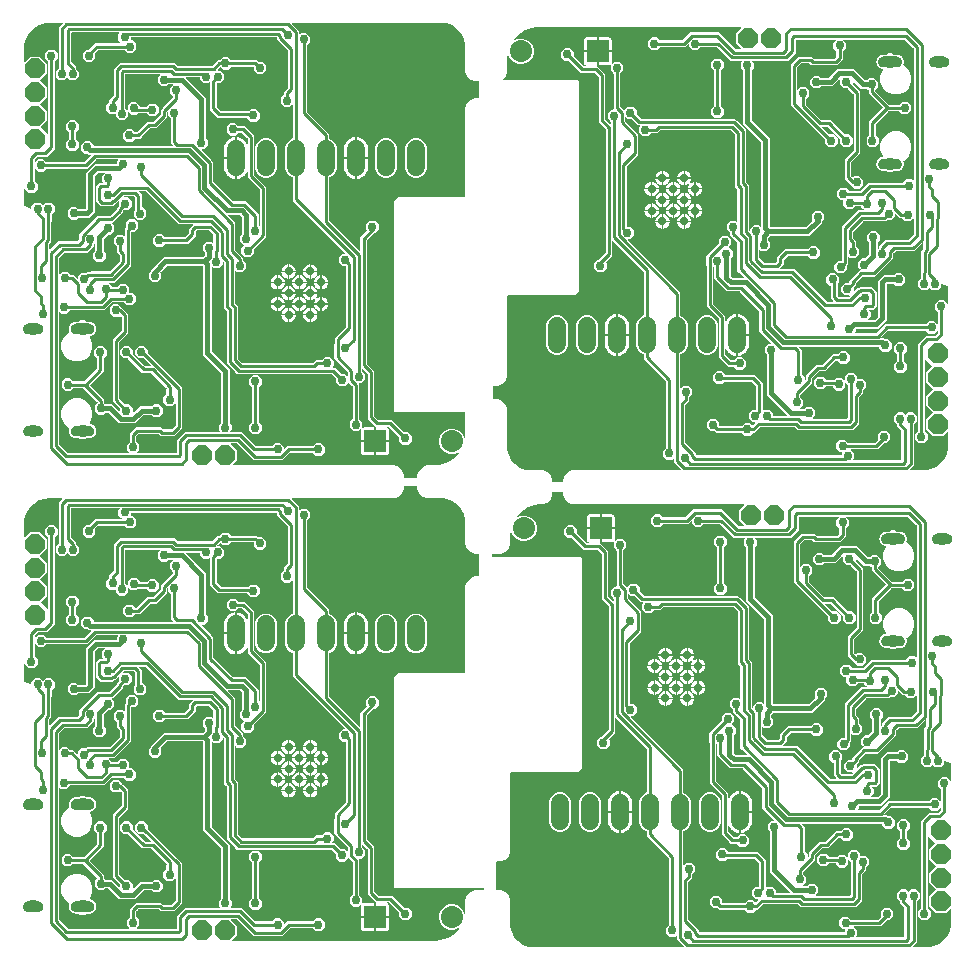
<source format=gbr>
G04 EAGLE Gerber RS-274X export*
G75*
%MOMM*%
%FSLAX34Y34*%
%LPD*%
%INBottom Copper*%
%IPPOS*%
%AMOC8*
5,1,8,0,0,1.08239X$1,22.5*%
G01*
%ADD10C,0.708000*%
%ADD11C,1.108000*%
%ADD12C,1.524000*%
%ADD13P,1.814519X8X22.500000*%
%ADD14P,1.814519X8X292.500000*%
%ADD15R,1.866900X1.866900*%
%ADD16C,1.866900*%
%ADD17P,1.814519X8X202.500000*%
%ADD18P,1.814519X8X112.500000*%
%ADD19C,0.756400*%
%ADD20C,0.254000*%
%ADD21C,0.406400*%

G36*
X570464Y11437D02*
X570464Y11437D01*
X570490Y11434D01*
X570547Y11456D01*
X570608Y11470D01*
X570628Y11487D01*
X570652Y11496D01*
X570694Y11541D01*
X570741Y11580D01*
X570752Y11604D01*
X570769Y11623D01*
X570787Y11682D01*
X570812Y11739D01*
X570811Y11764D01*
X570819Y11789D01*
X570808Y11850D01*
X570806Y11912D01*
X570793Y11934D01*
X570789Y11960D01*
X570741Y12031D01*
X570723Y12064D01*
X570715Y12070D01*
X570708Y12080D01*
X564895Y17892D01*
X564895Y20758D01*
X564889Y20784D01*
X564892Y20809D01*
X564870Y20867D01*
X564856Y20927D01*
X564839Y20947D01*
X564830Y20971D01*
X564785Y21013D01*
X564746Y21061D01*
X564722Y21071D01*
X564703Y21089D01*
X564644Y21106D01*
X564587Y21132D01*
X564562Y21131D01*
X564537Y21138D01*
X564476Y21127D01*
X564414Y21125D01*
X564392Y21113D01*
X564366Y21108D01*
X564295Y21060D01*
X564262Y21042D01*
X564256Y21034D01*
X564246Y21027D01*
X563312Y20093D01*
X558916Y20093D01*
X555807Y23202D01*
X555807Y27598D01*
X558208Y29999D01*
X558248Y30063D01*
X558292Y30125D01*
X558294Y30137D01*
X558299Y30146D01*
X558303Y30183D01*
X558319Y30268D01*
X558319Y86541D01*
X558302Y86615D01*
X558289Y86690D01*
X558282Y86700D01*
X558280Y86710D01*
X558256Y86738D01*
X558208Y86810D01*
X539495Y105522D01*
X539495Y109115D01*
X539481Y109177D01*
X539474Y109240D01*
X539461Y109261D01*
X539456Y109284D01*
X539415Y109333D01*
X539381Y109387D01*
X539359Y109402D01*
X539346Y109418D01*
X539311Y109433D01*
X539261Y109467D01*
X537110Y110357D01*
X534537Y112930D01*
X533145Y116291D01*
X533145Y135169D01*
X534537Y138530D01*
X537110Y141103D01*
X539261Y141993D01*
X539312Y142030D01*
X539368Y142061D01*
X539382Y142080D01*
X539401Y142094D01*
X539431Y142151D01*
X539468Y142202D01*
X539473Y142229D01*
X539483Y142247D01*
X539484Y142285D01*
X539495Y142345D01*
X539495Y179025D01*
X539478Y179099D01*
X539465Y179174D01*
X539458Y179184D01*
X539456Y179194D01*
X539432Y179222D01*
X539384Y179294D01*
X513730Y204948D01*
X513708Y204961D01*
X513692Y204981D01*
X513635Y205007D01*
X513583Y205039D01*
X513557Y205042D01*
X513533Y205052D01*
X513472Y205050D01*
X513410Y205056D01*
X513386Y205047D01*
X513360Y205046D01*
X513306Y205016D01*
X513248Y204994D01*
X513231Y204975D01*
X513208Y204963D01*
X513173Y204912D01*
X513131Y204867D01*
X513123Y204842D01*
X513108Y204821D01*
X513092Y204737D01*
X513081Y204701D01*
X513083Y204691D01*
X513081Y204679D01*
X513081Y192898D01*
X507647Y187465D01*
X507621Y187422D01*
X507586Y187384D01*
X507575Y187349D01*
X507556Y187318D01*
X507551Y187267D01*
X507537Y187218D01*
X507543Y187182D01*
X507540Y187145D01*
X507558Y187098D01*
X507566Y187047D01*
X507590Y187012D01*
X507601Y186984D01*
X507624Y186963D01*
X507647Y186927D01*
X508227Y186348D01*
X508227Y181952D01*
X505118Y178843D01*
X500722Y178843D01*
X497613Y181952D01*
X497613Y186348D01*
X500722Y189457D01*
X501577Y189457D01*
X501651Y189474D01*
X501726Y189487D01*
X501736Y189494D01*
X501746Y189496D01*
X501774Y189520D01*
X501846Y189568D01*
X507380Y195102D01*
X507420Y195167D01*
X507464Y195229D01*
X507466Y195241D01*
X507471Y195249D01*
X507475Y195286D01*
X507491Y195371D01*
X507491Y299929D01*
X507474Y300003D01*
X507461Y300078D01*
X507454Y300088D01*
X507452Y300098D01*
X507428Y300126D01*
X507380Y300198D01*
X501395Y306182D01*
X501395Y344125D01*
X501378Y344199D01*
X501365Y344274D01*
X501358Y344284D01*
X501356Y344294D01*
X501332Y344322D01*
X501284Y344394D01*
X498064Y347614D01*
X497999Y347654D01*
X497937Y347698D01*
X497925Y347700D01*
X497917Y347705D01*
X497880Y347709D01*
X497795Y347725D01*
X486522Y347725D01*
X476446Y357802D01*
X476381Y357842D01*
X476319Y357886D01*
X476307Y357888D01*
X476299Y357893D01*
X476262Y357897D01*
X476177Y357913D01*
X472782Y357913D01*
X469673Y361022D01*
X469673Y365418D01*
X472782Y368527D01*
X477178Y368527D01*
X480287Y365418D01*
X480287Y362023D01*
X480301Y361964D01*
X480302Y361921D01*
X480312Y361902D01*
X480317Y361874D01*
X480324Y361864D01*
X480326Y361854D01*
X480350Y361826D01*
X480370Y361796D01*
X480385Y361768D01*
X480392Y361763D01*
X480398Y361754D01*
X488726Y353426D01*
X488791Y353386D01*
X488853Y353342D01*
X488865Y353340D01*
X488873Y353335D01*
X488910Y353331D01*
X488995Y353315D01*
X490204Y353315D01*
X490241Y353323D01*
X490279Y353322D01*
X490324Y353343D01*
X490373Y353354D01*
X490402Y353378D01*
X490437Y353394D01*
X490468Y353433D01*
X490507Y353464D01*
X490522Y353499D01*
X490546Y353529D01*
X490557Y353577D01*
X490577Y353623D01*
X490576Y353660D01*
X490584Y353698D01*
X490573Y353746D01*
X490571Y353796D01*
X490553Y353829D01*
X490544Y353866D01*
X490512Y353904D01*
X490488Y353948D01*
X490457Y353970D01*
X490433Y353999D01*
X490377Y354026D01*
X490346Y354048D01*
X490332Y354050D01*
X489739Y354392D01*
X489266Y354865D01*
X488932Y355445D01*
X488759Y356091D01*
X488759Y364999D01*
X499873Y364999D01*
X499873Y353695D01*
X499884Y353645D01*
X499886Y353594D01*
X499904Y353562D01*
X499912Y353526D01*
X499945Y353487D01*
X499969Y353442D01*
X499999Y353421D01*
X500022Y353393D01*
X500069Y353372D01*
X500111Y353342D01*
X500153Y353334D01*
X500181Y353322D01*
X500211Y353323D01*
X500253Y353315D01*
X500268Y353315D01*
X505236Y348346D01*
X506985Y346598D01*
X506985Y308655D01*
X507002Y308581D01*
X507015Y308506D01*
X507022Y308496D01*
X507024Y308486D01*
X507048Y308458D01*
X507096Y308386D01*
X510906Y304576D01*
X510928Y304563D01*
X510944Y304543D01*
X511001Y304517D01*
X511053Y304485D01*
X511079Y304482D01*
X511103Y304472D01*
X511164Y304474D01*
X511226Y304468D01*
X511250Y304477D01*
X511276Y304478D01*
X511330Y304508D01*
X511388Y304530D01*
X511405Y304549D01*
X511428Y304561D01*
X511463Y304612D01*
X511505Y304657D01*
X511513Y304682D01*
X511528Y304703D01*
X511544Y304787D01*
X511555Y304823D01*
X511553Y304833D01*
X511555Y304845D01*
X511555Y306282D01*
X511538Y306356D01*
X511525Y306431D01*
X511518Y306441D01*
X511516Y306451D01*
X511492Y306480D01*
X511444Y306551D01*
X509043Y308952D01*
X509043Y313348D01*
X512152Y316457D01*
X513715Y316457D01*
X513765Y316468D01*
X513816Y316470D01*
X513848Y316488D01*
X513884Y316496D01*
X513923Y316529D01*
X513968Y316553D01*
X513989Y316583D01*
X514017Y316606D01*
X514038Y316653D01*
X514068Y316695D01*
X514076Y316737D01*
X514088Y316765D01*
X514087Y316795D01*
X514095Y316837D01*
X514095Y346922D01*
X514078Y346996D01*
X514065Y347071D01*
X514058Y347081D01*
X514056Y347091D01*
X514032Y347120D01*
X513984Y347191D01*
X511583Y349592D01*
X511583Y353765D01*
X511569Y353827D01*
X511562Y353889D01*
X511549Y353910D01*
X511544Y353934D01*
X511504Y353983D01*
X511470Y354036D01*
X511449Y354049D01*
X511434Y354068D01*
X511376Y354094D01*
X511322Y354126D01*
X511298Y354129D01*
X511275Y354139D01*
X511212Y354136D01*
X511150Y354142D01*
X511124Y354133D01*
X511102Y354132D01*
X511069Y354114D01*
X511013Y354095D01*
X510949Y354058D01*
X510303Y353885D01*
X501395Y353885D01*
X501395Y364999D01*
X512509Y364999D01*
X512509Y356091D01*
X512446Y355854D01*
X512443Y355779D01*
X512436Y355705D01*
X512441Y355693D01*
X512440Y355681D01*
X512471Y355613D01*
X512498Y355543D01*
X512507Y355534D01*
X512512Y355523D01*
X512570Y355476D01*
X512625Y355425D01*
X512637Y355422D01*
X512646Y355414D01*
X512719Y355397D01*
X512791Y355376D01*
X512803Y355378D01*
X512815Y355375D01*
X512888Y355393D01*
X512962Y355406D01*
X512973Y355413D01*
X512984Y355416D01*
X513013Y355440D01*
X513082Y355487D01*
X514692Y357097D01*
X519088Y357097D01*
X522197Y353988D01*
X522197Y349592D01*
X519796Y347191D01*
X519756Y347127D01*
X519712Y347065D01*
X519710Y347053D01*
X519705Y347044D01*
X519701Y347007D01*
X519685Y346922D01*
X519685Y319225D01*
X519702Y319151D01*
X519715Y319076D01*
X519722Y319066D01*
X519724Y319056D01*
X519748Y319027D01*
X519796Y318956D01*
X521972Y316780D01*
X522670Y316082D01*
X522713Y316056D01*
X522751Y316021D01*
X522786Y316010D01*
X522817Y315991D01*
X522868Y315986D01*
X522917Y315972D01*
X522953Y315978D01*
X522989Y315974D01*
X523037Y315993D01*
X523087Y316001D01*
X523123Y316025D01*
X523151Y316036D01*
X523172Y316059D01*
X523208Y316082D01*
X526122Y318997D01*
X530518Y318997D01*
X533627Y315888D01*
X533627Y312493D01*
X533644Y312419D01*
X533657Y312344D01*
X533664Y312334D01*
X533666Y312324D01*
X533690Y312296D01*
X533738Y312224D01*
X536986Y308976D01*
X537051Y308936D01*
X537113Y308892D01*
X537125Y308890D01*
X537133Y308885D01*
X537170Y308881D01*
X537255Y308865D01*
X617108Y308865D01*
X618856Y307116D01*
X624616Y301356D01*
X626365Y299608D01*
X626365Y255315D01*
X626382Y255241D01*
X626395Y255166D01*
X626402Y255156D01*
X626404Y255146D01*
X626428Y255118D01*
X626476Y255046D01*
X628679Y252844D01*
X628679Y214491D01*
X628696Y214417D01*
X628699Y214402D01*
X628699Y214384D01*
X628703Y214377D01*
X628709Y214343D01*
X628716Y214332D01*
X628718Y214323D01*
X628742Y214294D01*
X628774Y214246D01*
X628782Y214231D01*
X628786Y214229D01*
X628790Y214222D01*
X628935Y214077D01*
X628957Y214063D01*
X628974Y214044D01*
X629030Y214018D01*
X629083Y213986D01*
X629108Y213983D01*
X629132Y213973D01*
X629194Y213975D01*
X629255Y213969D01*
X629279Y213978D01*
X629305Y213979D01*
X629359Y214009D01*
X629417Y214031D01*
X629435Y214050D01*
X629457Y214062D01*
X629493Y214112D01*
X629535Y214158D01*
X629542Y214183D01*
X629557Y214204D01*
X629573Y214288D01*
X629584Y214324D01*
X629582Y214334D01*
X629585Y214346D01*
X629585Y215667D01*
X632693Y218775D01*
X637089Y218775D01*
X638414Y217451D01*
X638436Y217437D01*
X638452Y217417D01*
X638509Y217392D01*
X638561Y217359D01*
X638587Y217357D01*
X638611Y217346D01*
X638672Y217349D01*
X638734Y217343D01*
X638758Y217352D01*
X638784Y217353D01*
X638838Y217382D01*
X638896Y217404D01*
X638913Y217423D01*
X638936Y217436D01*
X638971Y217486D01*
X639013Y217531D01*
X639021Y217556D01*
X639036Y217577D01*
X639052Y217662D01*
X639063Y217698D01*
X639061Y217708D01*
X639063Y217720D01*
X639063Y289199D01*
X639046Y289273D01*
X639033Y289348D01*
X639026Y289358D01*
X639024Y289368D01*
X639000Y289397D01*
X638952Y289468D01*
X623823Y304597D01*
X623823Y349998D01*
X623806Y350072D01*
X623793Y350147D01*
X623786Y350157D01*
X623784Y350167D01*
X623760Y350196D01*
X623712Y350267D01*
X622073Y351906D01*
X622073Y356302D01*
X623007Y357236D01*
X623021Y357258D01*
X623041Y357274D01*
X623066Y357331D01*
X623099Y357383D01*
X623101Y357409D01*
X623112Y357433D01*
X623109Y357494D01*
X623115Y357556D01*
X623106Y357580D01*
X623105Y357606D01*
X623076Y357660D01*
X623054Y357718D01*
X623035Y357735D01*
X623022Y357758D01*
X622972Y357793D01*
X622927Y357835D01*
X622902Y357843D01*
X622881Y357858D01*
X622796Y357874D01*
X622760Y357885D01*
X622750Y357883D01*
X622738Y357885D01*
X613522Y357885D01*
X601898Y369510D01*
X601833Y369550D01*
X601771Y369594D01*
X601759Y369596D01*
X601751Y369601D01*
X601714Y369605D01*
X601629Y369621D01*
X587798Y369621D01*
X587724Y369604D01*
X587649Y369591D01*
X587639Y369584D01*
X587629Y369582D01*
X587600Y369558D01*
X587529Y369510D01*
X585128Y367109D01*
X580732Y367109D01*
X577623Y370218D01*
X577623Y371539D01*
X577617Y371564D01*
X577620Y371590D01*
X577610Y371615D01*
X577610Y371628D01*
X577597Y371652D01*
X577584Y371708D01*
X577567Y371727D01*
X577558Y371752D01*
X577513Y371793D01*
X577474Y371841D01*
X577450Y371852D01*
X577431Y371869D01*
X577372Y371887D01*
X577315Y371912D01*
X577290Y371911D01*
X577265Y371918D01*
X577204Y371908D01*
X577142Y371905D01*
X577120Y371893D01*
X577094Y371889D01*
X577064Y371869D01*
X577063Y371868D01*
X577059Y371865D01*
X577023Y371840D01*
X576990Y371823D01*
X576984Y371815D01*
X576974Y371808D01*
X574788Y369621D01*
X553508Y369621D01*
X553434Y369604D01*
X553359Y369591D01*
X553349Y369584D01*
X553339Y369582D01*
X553310Y369558D01*
X553239Y369510D01*
X550838Y367109D01*
X546442Y367109D01*
X543333Y370218D01*
X543333Y374614D01*
X546442Y377723D01*
X550838Y377723D01*
X553239Y375322D01*
X553303Y375282D01*
X553365Y375238D01*
X553377Y375236D01*
X553386Y375231D01*
X553423Y375227D01*
X553508Y375211D01*
X572315Y375211D01*
X572389Y375228D01*
X572464Y375241D01*
X572474Y375248D01*
X572484Y375250D01*
X572513Y375274D01*
X572584Y375322D01*
X579048Y381787D01*
X603273Y381787D01*
X617410Y367650D01*
X617474Y367610D01*
X617536Y367566D01*
X617548Y367564D01*
X617557Y367559D01*
X617594Y367555D01*
X617679Y367539D01*
X622263Y367539D01*
X622288Y367545D01*
X622314Y367542D01*
X622372Y367564D01*
X622432Y367578D01*
X622452Y367595D01*
X622476Y367604D01*
X622518Y367649D01*
X622565Y367688D01*
X622576Y367712D01*
X622594Y367731D01*
X622611Y367790D01*
X622636Y367847D01*
X622635Y367872D01*
X622643Y367897D01*
X622632Y367958D01*
X622630Y368020D01*
X622617Y368042D01*
X622613Y368068D01*
X622565Y368139D01*
X622547Y368172D01*
X622539Y368178D01*
X622532Y368188D01*
X617633Y373086D01*
X617633Y381294D01*
X621770Y385430D01*
X621784Y385452D01*
X621803Y385468D01*
X621829Y385525D01*
X621861Y385577D01*
X621864Y385603D01*
X621874Y385627D01*
X621872Y385688D01*
X621878Y385750D01*
X621869Y385774D01*
X621868Y385800D01*
X621838Y385854D01*
X621816Y385912D01*
X621797Y385929D01*
X621785Y385952D01*
X621735Y385987D01*
X621689Y386029D01*
X621664Y386037D01*
X621643Y386052D01*
X621559Y386068D01*
X621523Y386079D01*
X621513Y386077D01*
X621501Y386079D01*
X476769Y386079D01*
X473034Y387626D01*
X470176Y390484D01*
X468629Y394219D01*
X468629Y396240D01*
X468618Y396290D01*
X468616Y396341D01*
X468598Y396373D01*
X468590Y396409D01*
X468557Y396448D01*
X468533Y396493D01*
X468503Y396514D01*
X468480Y396542D01*
X468433Y396563D01*
X468391Y396593D01*
X468349Y396601D01*
X468321Y396613D01*
X468291Y396612D01*
X468249Y396620D01*
X460121Y396620D01*
X460071Y396609D01*
X460020Y396607D01*
X459988Y396589D01*
X459952Y396581D01*
X459913Y396548D01*
X459868Y396524D01*
X459847Y396494D01*
X459819Y396471D01*
X459798Y396424D01*
X459768Y396382D01*
X459760Y396340D01*
X459748Y396312D01*
X459749Y396282D01*
X459741Y396240D01*
X459741Y394219D01*
X458194Y390484D01*
X455336Y387626D01*
X451601Y386079D01*
X448741Y386079D01*
X448722Y386075D01*
X448696Y386077D01*
X445480Y385695D01*
X445451Y385685D01*
X445408Y385679D01*
X439026Y383604D01*
X438994Y383585D01*
X438937Y383562D01*
X433310Y379906D01*
X433284Y379878D01*
X433235Y379841D01*
X429607Y375810D01*
X429605Y375808D01*
X429603Y375806D01*
X429563Y375731D01*
X429523Y375659D01*
X429523Y375656D01*
X429522Y375653D01*
X429519Y375569D01*
X429516Y375485D01*
X429517Y375483D01*
X429517Y375480D01*
X429552Y375402D01*
X429586Y375327D01*
X429588Y375325D01*
X429589Y375323D01*
X429654Y375270D01*
X429719Y375216D01*
X429722Y375215D01*
X429724Y375214D01*
X429804Y375196D01*
X429887Y375176D01*
X429890Y375176D01*
X429893Y375176D01*
X430035Y375205D01*
X433450Y376619D01*
X437770Y376619D01*
X441761Y374966D01*
X444816Y371911D01*
X446469Y367920D01*
X446469Y363600D01*
X444816Y359609D01*
X441761Y356554D01*
X437770Y354901D01*
X433450Y354901D01*
X429459Y356554D01*
X426404Y359609D01*
X425073Y362822D01*
X425038Y362871D01*
X425010Y362925D01*
X424988Y362941D01*
X424972Y362963D01*
X424919Y362992D01*
X424870Y363027D01*
X424843Y363032D01*
X424819Y363045D01*
X424759Y363046D01*
X424699Y363057D01*
X424673Y363049D01*
X424646Y363050D01*
X424591Y363024D01*
X424533Y363007D01*
X424513Y362989D01*
X424488Y362977D01*
X424450Y362930D01*
X424406Y362889D01*
X424394Y362861D01*
X424379Y362843D01*
X424371Y362807D01*
X424350Y362756D01*
X424218Y362135D01*
X424218Y362104D01*
X424217Y362095D01*
X424216Y362094D01*
X424216Y362092D01*
X424209Y362061D01*
X424181Y359830D01*
X424181Y359828D01*
X424181Y359825D01*
X424181Y358417D01*
X424183Y358408D01*
X424181Y358397D01*
X424273Y356656D01*
X424203Y356457D01*
X424199Y356423D01*
X424196Y356408D01*
X424188Y356390D01*
X424188Y356370D01*
X424181Y356330D01*
X424181Y352309D01*
X422634Y348574D01*
X419776Y345716D01*
X416041Y344169D01*
X408940Y344169D01*
X408890Y344158D01*
X408839Y344156D01*
X408807Y344138D01*
X408771Y344130D01*
X408732Y344097D01*
X408687Y344073D01*
X408666Y344043D01*
X408638Y344020D01*
X408617Y343973D01*
X408587Y343931D01*
X408579Y343889D01*
X408567Y343861D01*
X408567Y343843D01*
X408567Y343842D01*
X408567Y343828D01*
X408560Y343789D01*
X408560Y341630D01*
X408571Y341580D01*
X408573Y341529D01*
X408591Y341497D01*
X408599Y341461D01*
X408632Y341422D01*
X408656Y341377D01*
X408686Y341356D01*
X408709Y341328D01*
X408756Y341307D01*
X408798Y341277D01*
X408840Y341269D01*
X408868Y341257D01*
X408898Y341258D01*
X408940Y341250D01*
X483713Y341250D01*
X484760Y340203D01*
X484760Y162718D01*
X481173Y159130D01*
X424561Y159130D01*
X424511Y159119D01*
X424460Y159117D01*
X424428Y159099D01*
X424392Y159091D01*
X424353Y159058D01*
X424308Y159034D01*
X424287Y159004D01*
X424259Y158981D01*
X424238Y158934D01*
X424208Y158892D01*
X424200Y158850D01*
X424188Y158822D01*
X424189Y158792D01*
X424181Y158750D01*
X424181Y91959D01*
X422634Y88224D01*
X419776Y85366D01*
X416041Y83819D01*
X412750Y83819D01*
X412700Y83808D01*
X412649Y83806D01*
X412617Y83788D01*
X412581Y83780D01*
X412542Y83747D01*
X412497Y83723D01*
X412476Y83693D01*
X412448Y83670D01*
X412427Y83623D01*
X412397Y83581D01*
X412389Y83539D01*
X412377Y83511D01*
X412378Y83481D01*
X412370Y83439D01*
X412370Y60071D01*
X412381Y60021D01*
X412383Y59970D01*
X412401Y59938D01*
X412409Y59902D01*
X412442Y59863D01*
X412466Y59818D01*
X412496Y59797D01*
X412519Y59769D01*
X412566Y59748D01*
X412608Y59718D01*
X412650Y59710D01*
X412678Y59698D01*
X412708Y59699D01*
X412750Y59691D01*
X416041Y59691D01*
X419776Y58144D01*
X422634Y55286D01*
X424181Y51551D01*
X424181Y34770D01*
X424189Y34734D01*
X424201Y34647D01*
X424289Y34390D01*
X424182Y32708D01*
X424183Y32697D01*
X424181Y32684D01*
X424181Y30975D01*
X424162Y30877D01*
X424164Y29815D01*
X424171Y29785D01*
X424171Y29741D01*
X425166Y24784D01*
X425182Y24750D01*
X425198Y24690D01*
X427441Y20160D01*
X427466Y20131D01*
X427497Y20078D01*
X430836Y16283D01*
X430867Y16261D01*
X430911Y16218D01*
X435119Y13416D01*
X435155Y13403D01*
X435208Y13372D01*
X439998Y11756D01*
X440029Y11753D01*
X440071Y11739D01*
X442418Y11434D01*
X442439Y11436D01*
X442467Y11431D01*
X570439Y11431D01*
X570464Y11437D01*
G37*
G36*
X361538Y16515D02*
X361538Y16515D01*
X361564Y16513D01*
X364780Y16895D01*
X364809Y16905D01*
X364852Y16911D01*
X371234Y18986D01*
X371266Y19005D01*
X371323Y19028D01*
X376950Y22684D01*
X376976Y22712D01*
X377025Y22749D01*
X380653Y26780D01*
X380655Y26782D01*
X380657Y26784D01*
X380697Y26859D01*
X380737Y26931D01*
X380737Y26934D01*
X380738Y26937D01*
X380741Y27020D01*
X380744Y27105D01*
X380743Y27107D01*
X380743Y27110D01*
X380708Y27186D01*
X380674Y27263D01*
X380672Y27265D01*
X380671Y27267D01*
X380606Y27320D01*
X380541Y27374D01*
X380538Y27375D01*
X380536Y27376D01*
X380456Y27394D01*
X380373Y27414D01*
X380370Y27414D01*
X380367Y27414D01*
X380225Y27385D01*
X376810Y25971D01*
X372490Y25971D01*
X368499Y27624D01*
X365444Y30679D01*
X363791Y34670D01*
X363791Y38990D01*
X365444Y42981D01*
X368499Y46036D01*
X372490Y47689D01*
X376810Y47689D01*
X380801Y46036D01*
X383856Y42981D01*
X385187Y39768D01*
X385222Y39718D01*
X385250Y39665D01*
X385272Y39649D01*
X385288Y39627D01*
X385341Y39598D01*
X385390Y39563D01*
X385417Y39558D01*
X385441Y39545D01*
X385501Y39544D01*
X385561Y39533D01*
X385587Y39541D01*
X385614Y39540D01*
X385669Y39566D01*
X385727Y39583D01*
X385747Y39601D01*
X385772Y39613D01*
X385810Y39660D01*
X385854Y39701D01*
X385866Y39729D01*
X385881Y39747D01*
X385889Y39783D01*
X385910Y39834D01*
X386042Y40455D01*
X386042Y40486D01*
X386051Y40529D01*
X386079Y42759D01*
X386079Y42761D01*
X386079Y42764D01*
X386079Y44173D01*
X386077Y44182D01*
X386079Y44193D01*
X385987Y45934D01*
X386057Y46133D01*
X386061Y46167D01*
X386079Y46260D01*
X386079Y51551D01*
X387626Y55286D01*
X390484Y58144D01*
X394219Y59691D01*
X401320Y59691D01*
X401370Y59702D01*
X401421Y59704D01*
X401453Y59722D01*
X401489Y59730D01*
X401528Y59763D01*
X401573Y59787D01*
X401594Y59817D01*
X401622Y59840D01*
X401643Y59887D01*
X401673Y59929D01*
X401681Y59971D01*
X401693Y59999D01*
X401692Y60029D01*
X401700Y60071D01*
X401700Y60960D01*
X401689Y61010D01*
X401687Y61061D01*
X401669Y61093D01*
X401661Y61129D01*
X401628Y61168D01*
X401604Y61213D01*
X401574Y61234D01*
X401551Y61262D01*
X401504Y61283D01*
X401462Y61313D01*
X401420Y61321D01*
X401392Y61333D01*
X401362Y61332D01*
X401320Y61340D01*
X326548Y61340D01*
X325500Y62388D01*
X325500Y239873D01*
X329088Y243460D01*
X385699Y243460D01*
X385749Y243471D01*
X385800Y243473D01*
X385832Y243491D01*
X385868Y243499D01*
X385907Y243532D01*
X385952Y243556D01*
X385973Y243586D01*
X386001Y243609D01*
X386022Y243656D01*
X386052Y243698D01*
X386060Y243740D01*
X386072Y243768D01*
X386071Y243798D01*
X386079Y243840D01*
X386079Y316981D01*
X387626Y320716D01*
X390484Y323574D01*
X394219Y325121D01*
X397510Y325121D01*
X397560Y325132D01*
X397611Y325134D01*
X397643Y325152D01*
X397679Y325160D01*
X397718Y325193D01*
X397763Y325217D01*
X397784Y325247D01*
X397812Y325270D01*
X397833Y325317D01*
X397863Y325359D01*
X397871Y325401D01*
X397883Y325429D01*
X397882Y325459D01*
X397890Y325501D01*
X397890Y343789D01*
X397879Y343839D01*
X397877Y343890D01*
X397859Y343922D01*
X397851Y343958D01*
X397818Y343997D01*
X397794Y344042D01*
X397764Y344063D01*
X397741Y344091D01*
X397694Y344112D01*
X397652Y344142D01*
X397610Y344150D01*
X397582Y344162D01*
X397552Y344161D01*
X397510Y344169D01*
X394219Y344169D01*
X390484Y345716D01*
X387626Y348574D01*
X386079Y352309D01*
X386079Y367820D01*
X386071Y367856D01*
X386059Y367943D01*
X385971Y368200D01*
X386078Y369882D01*
X386077Y369893D01*
X386079Y369906D01*
X386079Y371615D01*
X386098Y371713D01*
X386096Y372775D01*
X386089Y372805D01*
X386089Y372849D01*
X385094Y377806D01*
X385080Y377837D01*
X385079Y377849D01*
X385073Y377862D01*
X385062Y377900D01*
X382819Y382430D01*
X382794Y382459D01*
X382763Y382512D01*
X379424Y386307D01*
X379393Y386329D01*
X379349Y386372D01*
X375141Y389174D01*
X375105Y389187D01*
X375052Y389218D01*
X370262Y390834D01*
X370231Y390837D01*
X370189Y390851D01*
X367842Y391156D01*
X367821Y391154D01*
X367793Y391159D01*
X353579Y391159D01*
X349844Y392706D01*
X346986Y395564D01*
X345439Y399299D01*
X345439Y401320D01*
X345428Y401370D01*
X345426Y401421D01*
X345408Y401453D01*
X345400Y401489D01*
X345367Y401528D01*
X345343Y401573D01*
X345313Y401594D01*
X345290Y401622D01*
X345243Y401643D01*
X345201Y401673D01*
X345159Y401681D01*
X345131Y401693D01*
X345101Y401692D01*
X345059Y401700D01*
X334391Y401700D01*
X334341Y401689D01*
X334290Y401687D01*
X334258Y401669D01*
X334222Y401661D01*
X334183Y401628D01*
X334138Y401604D01*
X334117Y401574D01*
X334089Y401551D01*
X334068Y401504D01*
X334038Y401462D01*
X334030Y401420D01*
X334018Y401392D01*
X334019Y401362D01*
X334011Y401320D01*
X334011Y399299D01*
X332464Y395564D01*
X329606Y392706D01*
X325871Y391159D01*
X239821Y391159D01*
X239796Y391153D01*
X239770Y391156D01*
X239713Y391134D01*
X239652Y391120D01*
X239632Y391103D01*
X239608Y391094D01*
X239566Y391049D01*
X239519Y391010D01*
X239508Y390986D01*
X239491Y390967D01*
X239473Y390908D01*
X239448Y390851D01*
X239449Y390826D01*
X239441Y390801D01*
X239452Y390740D01*
X239454Y390678D01*
X239467Y390656D01*
X239471Y390630D01*
X239519Y390559D01*
X239537Y390526D01*
X239545Y390520D01*
X239552Y390510D01*
X245365Y384698D01*
X245365Y381832D01*
X245371Y381806D01*
X245368Y381781D01*
X245390Y381723D01*
X245404Y381663D01*
X245421Y381643D01*
X245430Y381619D01*
X245475Y381577D01*
X245514Y381529D01*
X245538Y381519D01*
X245557Y381501D01*
X245616Y381484D01*
X245673Y381458D01*
X245698Y381459D01*
X245723Y381452D01*
X245784Y381463D01*
X245846Y381465D01*
X245868Y381477D01*
X245894Y381482D01*
X245965Y381530D01*
X245998Y381548D01*
X246004Y381556D01*
X246014Y381563D01*
X246948Y382497D01*
X251344Y382497D01*
X254453Y379388D01*
X254453Y374992D01*
X252052Y372591D01*
X252012Y372527D01*
X251968Y372465D01*
X251966Y372453D01*
X251961Y372444D01*
X251957Y372407D01*
X251941Y372322D01*
X251941Y316049D01*
X251958Y315975D01*
X251971Y315900D01*
X251978Y315890D01*
X251980Y315880D01*
X252004Y315852D01*
X252052Y315780D01*
X270765Y297068D01*
X270765Y293475D01*
X270779Y293413D01*
X270786Y293350D01*
X270799Y293329D01*
X270804Y293306D01*
X270845Y293257D01*
X270879Y293203D01*
X270901Y293188D01*
X270914Y293172D01*
X270949Y293157D01*
X270999Y293123D01*
X273150Y292233D01*
X275723Y289660D01*
X277115Y286299D01*
X277115Y267421D01*
X275723Y264060D01*
X273150Y261487D01*
X270999Y260597D01*
X270994Y260593D01*
X270990Y260592D01*
X270971Y260576D01*
X270948Y260560D01*
X270892Y260529D01*
X270878Y260510D01*
X270859Y260496D01*
X270829Y260439D01*
X270792Y260388D01*
X270787Y260361D01*
X270777Y260343D01*
X270776Y260305D01*
X270765Y260245D01*
X270765Y223565D01*
X270782Y223491D01*
X270795Y223416D01*
X270802Y223406D01*
X270804Y223396D01*
X270828Y223368D01*
X270876Y223296D01*
X296530Y197642D01*
X296552Y197629D01*
X296568Y197609D01*
X296625Y197583D01*
X296677Y197551D01*
X296703Y197548D01*
X296727Y197538D01*
X296788Y197540D01*
X296850Y197534D01*
X296874Y197543D01*
X296900Y197544D01*
X296954Y197574D01*
X297012Y197596D01*
X297029Y197615D01*
X297052Y197627D01*
X297087Y197678D01*
X297129Y197723D01*
X297137Y197748D01*
X297152Y197769D01*
X297168Y197853D01*
X297179Y197889D01*
X297177Y197899D01*
X297179Y197911D01*
X297179Y209692D01*
X302613Y215125D01*
X302623Y215142D01*
X302634Y215151D01*
X302643Y215173D01*
X302674Y215206D01*
X302685Y215241D01*
X302704Y215272D01*
X302709Y215323D01*
X302723Y215372D01*
X302717Y215408D01*
X302720Y215445D01*
X302702Y215492D01*
X302694Y215543D01*
X302670Y215578D01*
X302659Y215606D01*
X302636Y215627D01*
X302613Y215663D01*
X302033Y216242D01*
X302033Y220638D01*
X305142Y223747D01*
X309538Y223747D01*
X312647Y220638D01*
X312647Y216242D01*
X309538Y213133D01*
X308683Y213133D01*
X308609Y213116D01*
X308534Y213103D01*
X308524Y213096D01*
X308514Y213094D01*
X308486Y213070D01*
X308414Y213022D01*
X302880Y207488D01*
X302840Y207423D01*
X302796Y207361D01*
X302794Y207349D01*
X302789Y207341D01*
X302785Y207304D01*
X302769Y207219D01*
X302769Y102661D01*
X302786Y102587D01*
X302799Y102512D01*
X302806Y102502D01*
X302808Y102492D01*
X302832Y102464D01*
X302880Y102392D01*
X308865Y96408D01*
X308865Y58465D01*
X308882Y58391D01*
X308895Y58316D01*
X308902Y58306D01*
X308904Y58296D01*
X308928Y58268D01*
X308976Y58196D01*
X312196Y54976D01*
X312261Y54936D01*
X312323Y54892D01*
X312335Y54890D01*
X312343Y54885D01*
X312380Y54881D01*
X312465Y54865D01*
X323738Y54865D01*
X333814Y44788D01*
X333879Y44748D01*
X333941Y44704D01*
X333953Y44702D01*
X333961Y44697D01*
X333998Y44693D01*
X334083Y44677D01*
X337478Y44677D01*
X340587Y41568D01*
X340587Y37172D01*
X337478Y34063D01*
X333082Y34063D01*
X329973Y37172D01*
X329973Y40567D01*
X329956Y40641D01*
X329943Y40716D01*
X329936Y40726D01*
X329934Y40736D01*
X329910Y40764D01*
X329862Y40836D01*
X321534Y49164D01*
X321469Y49204D01*
X321407Y49248D01*
X321395Y49250D01*
X321387Y49255D01*
X321350Y49259D01*
X321265Y49275D01*
X320056Y49275D01*
X320019Y49267D01*
X319981Y49268D01*
X319936Y49247D01*
X319887Y49236D01*
X319858Y49212D01*
X319823Y49196D01*
X319792Y49157D01*
X319753Y49126D01*
X319738Y49091D01*
X319714Y49061D01*
X319703Y49013D01*
X319683Y48967D01*
X319684Y48930D01*
X319676Y48892D01*
X319687Y48844D01*
X319689Y48794D01*
X319707Y48761D01*
X319716Y48724D01*
X319748Y48686D01*
X319772Y48642D01*
X319803Y48620D01*
X319827Y48591D01*
X319883Y48564D01*
X319914Y48542D01*
X319928Y48540D01*
X320521Y48198D01*
X320994Y47725D01*
X321328Y47145D01*
X321501Y46499D01*
X321501Y37591D01*
X310387Y37591D01*
X310387Y48895D01*
X310376Y48945D01*
X310374Y48996D01*
X310356Y49028D01*
X310348Y49064D01*
X310315Y49103D01*
X310291Y49148D01*
X310261Y49169D01*
X310238Y49197D01*
X310191Y49218D01*
X310149Y49248D01*
X310107Y49256D01*
X310079Y49268D01*
X310049Y49267D01*
X310007Y49275D01*
X309992Y49275D01*
X303275Y55992D01*
X303275Y93935D01*
X303258Y94009D01*
X303245Y94084D01*
X303238Y94094D01*
X303236Y94104D01*
X303212Y94132D01*
X303164Y94204D01*
X299354Y98014D01*
X299332Y98027D01*
X299316Y98047D01*
X299259Y98073D01*
X299207Y98105D01*
X299181Y98108D01*
X299157Y98118D01*
X299096Y98116D01*
X299034Y98122D01*
X299010Y98113D01*
X298984Y98112D01*
X298930Y98082D01*
X298872Y98060D01*
X298855Y98041D01*
X298832Y98029D01*
X298797Y97978D01*
X298755Y97933D01*
X298747Y97908D01*
X298732Y97887D01*
X298716Y97803D01*
X298705Y97767D01*
X298707Y97757D01*
X298705Y97745D01*
X298705Y96308D01*
X298722Y96234D01*
X298735Y96159D01*
X298742Y96149D01*
X298744Y96139D01*
X298768Y96110D01*
X298816Y96039D01*
X301217Y93638D01*
X301217Y89242D01*
X298108Y86133D01*
X296545Y86133D01*
X296495Y86122D01*
X296444Y86120D01*
X296412Y86102D01*
X296376Y86094D01*
X296337Y86061D01*
X296292Y86037D01*
X296271Y86007D01*
X296243Y85984D01*
X296222Y85937D01*
X296192Y85895D01*
X296184Y85853D01*
X296172Y85825D01*
X296173Y85795D01*
X296165Y85753D01*
X296165Y55668D01*
X296177Y55616D01*
X296178Y55576D01*
X296188Y55557D01*
X296195Y55519D01*
X296202Y55509D01*
X296204Y55499D01*
X296228Y55470D01*
X296276Y55399D01*
X298677Y52998D01*
X298677Y48825D01*
X298689Y48773D01*
X298690Y48731D01*
X298695Y48722D01*
X298698Y48701D01*
X298711Y48680D01*
X298716Y48656D01*
X298756Y48607D01*
X298767Y48591D01*
X298773Y48579D01*
X298775Y48578D01*
X298790Y48554D01*
X298811Y48541D01*
X298826Y48522D01*
X298884Y48496D01*
X298938Y48464D01*
X298962Y48461D01*
X298985Y48451D01*
X299047Y48454D01*
X299057Y48452D01*
X299069Y48452D01*
X299110Y48448D01*
X299136Y48457D01*
X299158Y48458D01*
X299191Y48476D01*
X299228Y48489D01*
X299239Y48491D01*
X299241Y48493D01*
X299247Y48495D01*
X299311Y48532D01*
X299957Y48705D01*
X308865Y48705D01*
X308865Y37591D01*
X297751Y37591D01*
X297751Y46499D01*
X297814Y46736D01*
X297817Y46811D01*
X297824Y46885D01*
X297819Y46897D01*
X297820Y46909D01*
X297789Y46977D01*
X297762Y47047D01*
X297753Y47056D01*
X297748Y47067D01*
X297690Y47114D01*
X297635Y47165D01*
X297623Y47168D01*
X297614Y47176D01*
X297541Y47193D01*
X297469Y47214D01*
X297457Y47212D01*
X297445Y47215D01*
X297372Y47197D01*
X297298Y47184D01*
X297287Y47177D01*
X297276Y47174D01*
X297247Y47150D01*
X297178Y47103D01*
X295568Y45493D01*
X291172Y45493D01*
X288063Y48602D01*
X288063Y52998D01*
X290464Y55399D01*
X290489Y55439D01*
X290497Y55446D01*
X290507Y55468D01*
X290548Y55525D01*
X290550Y55537D01*
X290555Y55546D01*
X290559Y55583D01*
X290568Y55604D01*
X290567Y55627D01*
X290575Y55668D01*
X290575Y83365D01*
X290558Y83439D01*
X290545Y83514D01*
X290538Y83524D01*
X290536Y83534D01*
X290512Y83563D01*
X290464Y83634D01*
X287590Y86508D01*
X287547Y86534D01*
X287509Y86569D01*
X287474Y86580D01*
X287443Y86599D01*
X287392Y86604D01*
X287343Y86618D01*
X287307Y86612D01*
X287271Y86616D01*
X287223Y86597D01*
X287173Y86589D01*
X287137Y86565D01*
X287109Y86554D01*
X287088Y86531D01*
X287052Y86508D01*
X284138Y83593D01*
X279742Y83593D01*
X276633Y86702D01*
X276633Y90097D01*
X276616Y90171D01*
X276603Y90246D01*
X276596Y90256D01*
X276594Y90266D01*
X276570Y90294D01*
X276522Y90366D01*
X273274Y93614D01*
X273209Y93654D01*
X273147Y93698D01*
X273135Y93700D01*
X273127Y93705D01*
X273090Y93709D01*
X273005Y93725D01*
X193152Y93725D01*
X191404Y95474D01*
X185644Y101234D01*
X183895Y102982D01*
X183895Y147275D01*
X183878Y147349D01*
X183865Y147424D01*
X183858Y147434D01*
X183856Y147444D01*
X183832Y147472D01*
X183784Y147544D01*
X181581Y149746D01*
X181581Y188099D01*
X181564Y188173D01*
X181551Y188247D01*
X181544Y188258D01*
X181542Y188267D01*
X181518Y188296D01*
X181470Y188368D01*
X181325Y188513D01*
X181303Y188527D01*
X181286Y188546D01*
X181230Y188572D01*
X181177Y188604D01*
X181152Y188607D01*
X181128Y188617D01*
X181066Y188615D01*
X181005Y188621D01*
X180981Y188612D01*
X180955Y188611D01*
X180901Y188581D01*
X180843Y188559D01*
X180825Y188540D01*
X180803Y188528D01*
X180767Y188478D01*
X180725Y188432D01*
X180718Y188407D01*
X180703Y188386D01*
X180687Y188302D01*
X180676Y188266D01*
X180678Y188256D01*
X180675Y188244D01*
X180675Y186923D01*
X177567Y183815D01*
X173171Y183815D01*
X171846Y185139D01*
X171824Y185153D01*
X171808Y185173D01*
X171751Y185198D01*
X171699Y185231D01*
X171673Y185233D01*
X171649Y185244D01*
X171588Y185241D01*
X171526Y185247D01*
X171502Y185238D01*
X171476Y185237D01*
X171422Y185208D01*
X171364Y185186D01*
X171347Y185167D01*
X171324Y185154D01*
X171289Y185104D01*
X171247Y185059D01*
X171239Y185034D01*
X171224Y185013D01*
X171208Y184928D01*
X171197Y184892D01*
X171199Y184882D01*
X171197Y184870D01*
X171197Y113391D01*
X171214Y113317D01*
X171227Y113242D01*
X171234Y113232D01*
X171236Y113222D01*
X171260Y113193D01*
X171308Y113122D01*
X186437Y97993D01*
X186437Y52592D01*
X186454Y52518D01*
X186467Y52443D01*
X186474Y52433D01*
X186476Y52423D01*
X186500Y52394D01*
X186548Y52323D01*
X188187Y50684D01*
X188187Y46288D01*
X187253Y45354D01*
X187239Y45332D01*
X187219Y45316D01*
X187194Y45259D01*
X187161Y45207D01*
X187159Y45181D01*
X187148Y45157D01*
X187151Y45096D01*
X187145Y45034D01*
X187154Y45010D01*
X187155Y44984D01*
X187184Y44930D01*
X187206Y44872D01*
X187225Y44855D01*
X187238Y44832D01*
X187288Y44797D01*
X187333Y44755D01*
X187358Y44747D01*
X187379Y44732D01*
X187464Y44716D01*
X187500Y44705D01*
X187510Y44707D01*
X187522Y44705D01*
X196738Y44705D01*
X208362Y33080D01*
X208427Y33040D01*
X208489Y32996D01*
X208501Y32994D01*
X208509Y32989D01*
X208546Y32985D01*
X208631Y32969D01*
X222462Y32969D01*
X222536Y32986D01*
X222611Y32999D01*
X222621Y33006D01*
X222631Y33008D01*
X222660Y33032D01*
X222731Y33080D01*
X225132Y35481D01*
X229528Y35481D01*
X232637Y32372D01*
X232637Y31051D01*
X232643Y31026D01*
X232640Y31000D01*
X232662Y30943D01*
X232676Y30882D01*
X232693Y30863D01*
X232702Y30838D01*
X232747Y30797D01*
X232786Y30749D01*
X232810Y30738D01*
X232829Y30721D01*
X232888Y30703D01*
X232945Y30678D01*
X232970Y30679D01*
X232995Y30672D01*
X233056Y30682D01*
X233118Y30685D01*
X233140Y30697D01*
X233166Y30701D01*
X233237Y30750D01*
X233270Y30767D01*
X233276Y30775D01*
X233286Y30782D01*
X235472Y32969D01*
X256752Y32969D01*
X256826Y32986D01*
X256901Y32999D01*
X256911Y33006D01*
X256921Y33008D01*
X256950Y33032D01*
X257021Y33080D01*
X259422Y35481D01*
X263818Y35481D01*
X266927Y32372D01*
X266927Y27976D01*
X263818Y24867D01*
X259422Y24867D01*
X257021Y27268D01*
X256957Y27308D01*
X256895Y27352D01*
X256883Y27354D01*
X256874Y27359D01*
X256837Y27363D01*
X256752Y27379D01*
X237945Y27379D01*
X237871Y27362D01*
X237796Y27349D01*
X237786Y27342D01*
X237776Y27340D01*
X237747Y27316D01*
X237676Y27268D01*
X231212Y20803D01*
X206987Y20803D01*
X192850Y34940D01*
X192786Y34980D01*
X192724Y35024D01*
X192712Y35026D01*
X192703Y35031D01*
X192666Y35035D01*
X192581Y35051D01*
X187997Y35051D01*
X187972Y35045D01*
X187946Y35048D01*
X187888Y35026D01*
X187828Y35012D01*
X187808Y34995D01*
X187784Y34986D01*
X187742Y34941D01*
X187695Y34902D01*
X187684Y34878D01*
X187666Y34859D01*
X187649Y34800D01*
X187624Y34743D01*
X187625Y34718D01*
X187617Y34693D01*
X187628Y34632D01*
X187630Y34570D01*
X187643Y34548D01*
X187647Y34522D01*
X187695Y34451D01*
X187713Y34418D01*
X187721Y34412D01*
X187728Y34402D01*
X192627Y29504D01*
X192627Y21296D01*
X188490Y17160D01*
X188476Y17138D01*
X188457Y17122D01*
X188431Y17065D01*
X188399Y17013D01*
X188396Y16987D01*
X188386Y16963D01*
X188388Y16902D01*
X188382Y16840D01*
X188391Y16816D01*
X188392Y16790D01*
X188422Y16736D01*
X188444Y16678D01*
X188463Y16661D01*
X188475Y16638D01*
X188525Y16603D01*
X188571Y16561D01*
X188596Y16553D01*
X188617Y16538D01*
X188701Y16522D01*
X188737Y16511D01*
X188747Y16513D01*
X188759Y16511D01*
X361519Y16511D01*
X361538Y16515D01*
G37*
G36*
X345109Y408571D02*
X345109Y408571D01*
X345160Y408573D01*
X345192Y408591D01*
X345228Y408599D01*
X345267Y408632D01*
X345312Y408656D01*
X345333Y408686D01*
X345361Y408709D01*
X345382Y408756D01*
X345412Y408798D01*
X345420Y408840D01*
X345432Y408868D01*
X345431Y408898D01*
X345439Y408940D01*
X345439Y410961D01*
X346986Y414696D01*
X349844Y417554D01*
X353579Y419101D01*
X361519Y419101D01*
X361538Y419105D01*
X361564Y419103D01*
X364780Y419485D01*
X364809Y419495D01*
X364852Y419501D01*
X371234Y421576D01*
X371266Y421595D01*
X371323Y421618D01*
X376950Y425274D01*
X376976Y425302D01*
X377025Y425339D01*
X380653Y429370D01*
X380655Y429372D01*
X380657Y429374D01*
X380697Y429449D01*
X380737Y429521D01*
X380737Y429524D01*
X380738Y429527D01*
X380741Y429610D01*
X380744Y429695D01*
X380743Y429697D01*
X380743Y429700D01*
X380708Y429776D01*
X380674Y429853D01*
X380672Y429855D01*
X380671Y429857D01*
X380606Y429910D01*
X380541Y429964D01*
X380538Y429965D01*
X380536Y429966D01*
X380456Y429984D01*
X380373Y430004D01*
X380370Y430004D01*
X380367Y430004D01*
X380225Y429975D01*
X376810Y428561D01*
X372490Y428561D01*
X368499Y430214D01*
X365444Y433269D01*
X363791Y437260D01*
X363791Y441580D01*
X365444Y445571D01*
X368499Y448626D01*
X372490Y450279D01*
X376810Y450279D01*
X380801Y448626D01*
X383856Y445571D01*
X385187Y442358D01*
X385222Y442308D01*
X385250Y442255D01*
X385272Y442239D01*
X385288Y442217D01*
X385341Y442188D01*
X385390Y442153D01*
X385417Y442148D01*
X385441Y442135D01*
X385501Y442134D01*
X385561Y442123D01*
X385587Y442131D01*
X385614Y442130D01*
X385669Y442156D01*
X385727Y442173D01*
X385747Y442191D01*
X385772Y442203D01*
X385810Y442250D01*
X385854Y442291D01*
X385866Y442319D01*
X385881Y442337D01*
X385889Y442373D01*
X385910Y442424D01*
X386042Y443045D01*
X386042Y443076D01*
X386051Y443119D01*
X386079Y445349D01*
X386079Y445351D01*
X386079Y445354D01*
X386079Y446763D01*
X386077Y446772D01*
X386079Y446783D01*
X385987Y448524D01*
X386057Y448723D01*
X386061Y448757D01*
X386065Y448778D01*
X386072Y448794D01*
X386072Y448811D01*
X386079Y448850D01*
X386079Y463550D01*
X386068Y463600D01*
X386066Y463651D01*
X386048Y463683D01*
X386040Y463719D01*
X386007Y463758D01*
X385983Y463803D01*
X385953Y463824D01*
X385930Y463852D01*
X385883Y463873D01*
X385841Y463903D01*
X385799Y463911D01*
X385771Y463923D01*
X385741Y463922D01*
X385699Y463930D01*
X326548Y463930D01*
X325500Y464978D01*
X325500Y642463D01*
X329088Y646050D01*
X385699Y646050D01*
X385749Y646061D01*
X385800Y646063D01*
X385832Y646081D01*
X385868Y646089D01*
X385907Y646122D01*
X385952Y646146D01*
X385973Y646176D01*
X386001Y646199D01*
X386022Y646246D01*
X386052Y646288D01*
X386060Y646330D01*
X386072Y646358D01*
X386071Y646388D01*
X386079Y646430D01*
X386079Y722111D01*
X387626Y725846D01*
X390484Y728704D01*
X394219Y730251D01*
X397510Y730251D01*
X397560Y730262D01*
X397611Y730264D01*
X397643Y730282D01*
X397679Y730290D01*
X397718Y730323D01*
X397763Y730347D01*
X397784Y730377D01*
X397812Y730400D01*
X397833Y730447D01*
X397863Y730489D01*
X397871Y730531D01*
X397883Y730559D01*
X397882Y730589D01*
X397890Y730631D01*
X397890Y743839D01*
X397879Y743889D01*
X397877Y743940D01*
X397859Y743972D01*
X397851Y744008D01*
X397818Y744047D01*
X397794Y744092D01*
X397764Y744113D01*
X397741Y744141D01*
X397694Y744162D01*
X397652Y744192D01*
X397610Y744200D01*
X397582Y744212D01*
X397552Y744211D01*
X397510Y744219D01*
X394219Y744219D01*
X390484Y745766D01*
X387626Y748624D01*
X386079Y752359D01*
X386079Y770410D01*
X386071Y770446D01*
X386059Y770533D01*
X385971Y770790D01*
X386078Y772472D01*
X386077Y772483D01*
X386079Y772496D01*
X386079Y774205D01*
X386098Y774303D01*
X386096Y775365D01*
X386089Y775395D01*
X386089Y775439D01*
X385094Y780396D01*
X385078Y780430D01*
X385062Y780490D01*
X382819Y785020D01*
X382794Y785049D01*
X382763Y785102D01*
X379424Y788897D01*
X379393Y788919D01*
X379349Y788962D01*
X375141Y791764D01*
X375105Y791777D01*
X375052Y791808D01*
X370262Y793424D01*
X370231Y793427D01*
X370189Y793441D01*
X367842Y793746D01*
X367821Y793744D01*
X367793Y793749D01*
X239821Y793749D01*
X239796Y793743D01*
X239770Y793746D01*
X239713Y793724D01*
X239652Y793710D01*
X239632Y793693D01*
X239608Y793684D01*
X239566Y793639D01*
X239519Y793600D01*
X239508Y793576D01*
X239491Y793557D01*
X239473Y793498D01*
X239448Y793441D01*
X239449Y793416D01*
X239441Y793391D01*
X239452Y793330D01*
X239454Y793268D01*
X239467Y793246D01*
X239471Y793220D01*
X239519Y793149D01*
X239537Y793116D01*
X239545Y793110D01*
X239552Y793100D01*
X245365Y787288D01*
X245365Y784422D01*
X245371Y784396D01*
X245368Y784371D01*
X245390Y784313D01*
X245404Y784253D01*
X245421Y784233D01*
X245430Y784209D01*
X245475Y784167D01*
X245514Y784119D01*
X245538Y784109D01*
X245557Y784091D01*
X245616Y784074D01*
X245673Y784048D01*
X245698Y784049D01*
X245723Y784042D01*
X245784Y784053D01*
X245846Y784055D01*
X245868Y784067D01*
X245894Y784072D01*
X245965Y784120D01*
X245998Y784138D01*
X246004Y784146D01*
X246014Y784153D01*
X246948Y785087D01*
X251344Y785087D01*
X254453Y781978D01*
X254453Y777582D01*
X252052Y775181D01*
X252012Y775117D01*
X251968Y775055D01*
X251966Y775043D01*
X251961Y775034D01*
X251957Y774997D01*
X251941Y774912D01*
X251941Y718639D01*
X251958Y718565D01*
X251971Y718490D01*
X251978Y718480D01*
X251980Y718470D01*
X252004Y718442D01*
X252052Y718370D01*
X270765Y699658D01*
X270765Y696065D01*
X270779Y696003D01*
X270786Y695940D01*
X270799Y695919D01*
X270804Y695896D01*
X270845Y695847D01*
X270879Y695793D01*
X270901Y695778D01*
X270914Y695762D01*
X270949Y695747D01*
X270999Y695713D01*
X273150Y694823D01*
X275723Y692250D01*
X277115Y688889D01*
X277115Y670011D01*
X275723Y666650D01*
X273150Y664077D01*
X270999Y663187D01*
X270948Y663150D01*
X270892Y663119D01*
X270878Y663100D01*
X270859Y663086D01*
X270829Y663029D01*
X270792Y662978D01*
X270787Y662951D01*
X270777Y662933D01*
X270776Y662895D01*
X270765Y662835D01*
X270765Y626155D01*
X270782Y626081D01*
X270795Y626006D01*
X270802Y625996D01*
X270804Y625986D01*
X270828Y625958D01*
X270876Y625886D01*
X296530Y600232D01*
X296552Y600219D01*
X296568Y600199D01*
X296625Y600173D01*
X296677Y600141D01*
X296703Y600138D01*
X296727Y600128D01*
X296788Y600130D01*
X296850Y600124D01*
X296874Y600133D01*
X296900Y600134D01*
X296954Y600164D01*
X297012Y600186D01*
X297029Y600205D01*
X297052Y600217D01*
X297087Y600268D01*
X297129Y600313D01*
X297137Y600338D01*
X297152Y600359D01*
X297168Y600443D01*
X297179Y600479D01*
X297177Y600489D01*
X297179Y600501D01*
X297179Y612282D01*
X302613Y617715D01*
X302639Y617758D01*
X302674Y617796D01*
X302685Y617831D01*
X302704Y617862D01*
X302709Y617913D01*
X302723Y617962D01*
X302717Y617998D01*
X302720Y618035D01*
X302702Y618082D01*
X302694Y618133D01*
X302670Y618168D01*
X302659Y618196D01*
X302636Y618217D01*
X302613Y618253D01*
X302033Y618832D01*
X302033Y623228D01*
X305142Y626337D01*
X309538Y626337D01*
X312647Y623228D01*
X312647Y618832D01*
X309538Y615723D01*
X308683Y615723D01*
X308609Y615706D01*
X308534Y615693D01*
X308524Y615686D01*
X308514Y615684D01*
X308486Y615660D01*
X308414Y615612D01*
X302880Y610078D01*
X302840Y610013D01*
X302796Y609951D01*
X302794Y609939D01*
X302789Y609931D01*
X302785Y609894D01*
X302769Y609809D01*
X302769Y505251D01*
X302786Y505177D01*
X302799Y505102D01*
X302806Y505092D01*
X302808Y505082D01*
X302832Y505054D01*
X302880Y504982D01*
X308865Y498998D01*
X308865Y461055D01*
X308882Y460981D01*
X308895Y460906D01*
X308902Y460896D01*
X308904Y460886D01*
X308928Y460858D01*
X308976Y460786D01*
X312196Y457566D01*
X312261Y457526D01*
X312323Y457482D01*
X312335Y457480D01*
X312343Y457475D01*
X312380Y457471D01*
X312465Y457455D01*
X323738Y457455D01*
X333814Y447378D01*
X333879Y447338D01*
X333941Y447294D01*
X333953Y447292D01*
X333961Y447287D01*
X333998Y447283D01*
X334083Y447267D01*
X337478Y447267D01*
X340587Y444158D01*
X340587Y439762D01*
X337478Y436653D01*
X333082Y436653D01*
X329973Y439762D01*
X329973Y443157D01*
X329956Y443231D01*
X329955Y443236D01*
X329954Y443263D01*
X329949Y443273D01*
X329943Y443306D01*
X329936Y443316D01*
X329934Y443326D01*
X329910Y443354D01*
X329881Y443397D01*
X329871Y443415D01*
X329867Y443419D01*
X329862Y443426D01*
X321534Y451754D01*
X321469Y451794D01*
X321407Y451838D01*
X321395Y451840D01*
X321387Y451845D01*
X321350Y451849D01*
X321265Y451865D01*
X320056Y451865D01*
X320019Y451857D01*
X319981Y451858D01*
X319936Y451837D01*
X319887Y451826D01*
X319858Y451802D01*
X319823Y451786D01*
X319792Y451747D01*
X319753Y451716D01*
X319738Y451681D01*
X319714Y451651D01*
X319703Y451603D01*
X319683Y451557D01*
X319684Y451520D01*
X319676Y451483D01*
X319687Y451434D01*
X319689Y451384D01*
X319707Y451351D01*
X319716Y451314D01*
X319748Y451276D01*
X319772Y451232D01*
X319803Y451210D01*
X319827Y451181D01*
X319883Y451154D01*
X319914Y451132D01*
X319928Y451130D01*
X320521Y450788D01*
X320994Y450315D01*
X321328Y449735D01*
X321501Y449089D01*
X321501Y440181D01*
X310387Y440181D01*
X310387Y451485D01*
X310376Y451535D01*
X310374Y451586D01*
X310356Y451618D01*
X310348Y451654D01*
X310315Y451693D01*
X310291Y451738D01*
X310261Y451759D01*
X310238Y451787D01*
X310191Y451808D01*
X310149Y451838D01*
X310107Y451846D01*
X310079Y451858D01*
X310049Y451857D01*
X310007Y451865D01*
X309992Y451865D01*
X303275Y458582D01*
X303275Y496525D01*
X303258Y496599D01*
X303245Y496674D01*
X303238Y496684D01*
X303236Y496694D01*
X303212Y496722D01*
X303164Y496794D01*
X299354Y500604D01*
X299332Y500617D01*
X299316Y500637D01*
X299259Y500663D01*
X299207Y500695D01*
X299181Y500698D01*
X299157Y500708D01*
X299096Y500706D01*
X299034Y500712D01*
X299010Y500703D01*
X298984Y500702D01*
X298930Y500672D01*
X298872Y500650D01*
X298855Y500631D01*
X298832Y500619D01*
X298797Y500568D01*
X298755Y500523D01*
X298747Y500498D01*
X298732Y500477D01*
X298716Y500393D01*
X298705Y500357D01*
X298707Y500347D01*
X298705Y500335D01*
X298705Y498898D01*
X298722Y498824D01*
X298735Y498749D01*
X298742Y498739D01*
X298744Y498729D01*
X298768Y498700D01*
X298816Y498629D01*
X301217Y496228D01*
X301217Y491832D01*
X298108Y488723D01*
X296545Y488723D01*
X296495Y488712D01*
X296444Y488710D01*
X296412Y488692D01*
X296376Y488684D01*
X296337Y488651D01*
X296292Y488627D01*
X296271Y488597D01*
X296243Y488574D01*
X296222Y488527D01*
X296192Y488485D01*
X296184Y488443D01*
X296172Y488415D01*
X296173Y488385D01*
X296165Y488343D01*
X296165Y458258D01*
X296182Y458184D01*
X296195Y458109D01*
X296202Y458099D01*
X296204Y458089D01*
X296228Y458060D01*
X296276Y457989D01*
X298677Y455588D01*
X298677Y451415D01*
X298691Y451353D01*
X298698Y451291D01*
X298711Y451270D01*
X298716Y451246D01*
X298756Y451197D01*
X298790Y451144D01*
X298811Y451131D01*
X298826Y451112D01*
X298884Y451086D01*
X298938Y451054D01*
X298962Y451051D01*
X298985Y451041D01*
X299048Y451044D01*
X299110Y451038D01*
X299136Y451047D01*
X299158Y451048D01*
X299191Y451066D01*
X299247Y451085D01*
X299311Y451122D01*
X299957Y451295D01*
X308865Y451295D01*
X308865Y440181D01*
X297751Y440181D01*
X297751Y449089D01*
X297814Y449326D01*
X297817Y449401D01*
X297824Y449475D01*
X297819Y449487D01*
X297820Y449499D01*
X297789Y449567D01*
X297762Y449637D01*
X297753Y449646D01*
X297748Y449657D01*
X297690Y449704D01*
X297635Y449755D01*
X297623Y449758D01*
X297614Y449766D01*
X297541Y449783D01*
X297469Y449804D01*
X297457Y449802D01*
X297445Y449805D01*
X297372Y449787D01*
X297298Y449774D01*
X297287Y449767D01*
X297276Y449764D01*
X297247Y449740D01*
X297178Y449693D01*
X295568Y448083D01*
X291172Y448083D01*
X288063Y451192D01*
X288063Y455588D01*
X290464Y457989D01*
X290504Y458053D01*
X290548Y458115D01*
X290550Y458127D01*
X290555Y458136D01*
X290559Y458173D01*
X290575Y458258D01*
X290575Y485955D01*
X290558Y486029D01*
X290545Y486104D01*
X290538Y486114D01*
X290536Y486124D01*
X290512Y486153D01*
X290464Y486224D01*
X288288Y488400D01*
X287590Y489098D01*
X287547Y489124D01*
X287509Y489159D01*
X287474Y489170D01*
X287443Y489189D01*
X287392Y489194D01*
X287343Y489208D01*
X287307Y489202D01*
X287271Y489206D01*
X287223Y489187D01*
X287173Y489179D01*
X287137Y489155D01*
X287109Y489144D01*
X287088Y489121D01*
X287052Y489098D01*
X284138Y486183D01*
X279742Y486183D01*
X276633Y489292D01*
X276633Y492687D01*
X276616Y492761D01*
X276603Y492836D01*
X276596Y492846D01*
X276594Y492856D01*
X276570Y492884D01*
X276522Y492956D01*
X273274Y496204D01*
X273209Y496244D01*
X273147Y496288D01*
X273135Y496290D01*
X273127Y496295D01*
X273090Y496299D01*
X273005Y496315D01*
X193152Y496315D01*
X191404Y498064D01*
X185644Y503824D01*
X183895Y505572D01*
X183895Y549865D01*
X183878Y549939D01*
X183865Y550014D01*
X183858Y550024D01*
X183856Y550034D01*
X183832Y550062D01*
X183784Y550134D01*
X181581Y552336D01*
X181581Y590689D01*
X181564Y590763D01*
X181551Y590837D01*
X181544Y590848D01*
X181542Y590857D01*
X181518Y590886D01*
X181477Y590947D01*
X181474Y590952D01*
X181473Y590953D01*
X181470Y590958D01*
X181325Y591103D01*
X181303Y591117D01*
X181286Y591136D01*
X181230Y591162D01*
X181177Y591194D01*
X181152Y591197D01*
X181128Y591207D01*
X181066Y591205D01*
X181005Y591211D01*
X180981Y591202D01*
X180955Y591201D01*
X180901Y591171D01*
X180843Y591149D01*
X180825Y591130D01*
X180803Y591118D01*
X180767Y591068D01*
X180725Y591022D01*
X180718Y590997D01*
X180703Y590976D01*
X180687Y590892D01*
X180676Y590856D01*
X180678Y590846D01*
X180675Y590834D01*
X180675Y589513D01*
X177567Y586405D01*
X173171Y586405D01*
X171846Y587729D01*
X171824Y587743D01*
X171808Y587763D01*
X171751Y587788D01*
X171699Y587821D01*
X171673Y587823D01*
X171649Y587834D01*
X171588Y587831D01*
X171526Y587837D01*
X171502Y587828D01*
X171476Y587827D01*
X171422Y587798D01*
X171364Y587776D01*
X171347Y587757D01*
X171324Y587744D01*
X171289Y587694D01*
X171247Y587649D01*
X171239Y587624D01*
X171224Y587603D01*
X171208Y587518D01*
X171197Y587482D01*
X171199Y587472D01*
X171197Y587460D01*
X171197Y515981D01*
X171214Y515907D01*
X171227Y515832D01*
X171234Y515822D01*
X171236Y515812D01*
X171260Y515783D01*
X171308Y515712D01*
X186437Y500583D01*
X186437Y455182D01*
X186454Y455108D01*
X186467Y455033D01*
X186474Y455023D01*
X186476Y455013D01*
X186500Y454984D01*
X186548Y454913D01*
X188187Y453274D01*
X188187Y448878D01*
X187253Y447944D01*
X187239Y447922D01*
X187219Y447906D01*
X187194Y447849D01*
X187161Y447797D01*
X187159Y447771D01*
X187148Y447747D01*
X187151Y447686D01*
X187145Y447624D01*
X187154Y447600D01*
X187155Y447574D01*
X187184Y447520D01*
X187206Y447462D01*
X187225Y447445D01*
X187238Y447422D01*
X187288Y447387D01*
X187333Y447345D01*
X187358Y447337D01*
X187379Y447322D01*
X187464Y447306D01*
X187500Y447295D01*
X187510Y447297D01*
X187522Y447295D01*
X196738Y447295D01*
X208362Y435670D01*
X208427Y435630D01*
X208489Y435586D01*
X208501Y435584D01*
X208509Y435579D01*
X208546Y435575D01*
X208631Y435559D01*
X222462Y435559D01*
X222536Y435576D01*
X222611Y435589D01*
X222621Y435596D01*
X222631Y435598D01*
X222660Y435622D01*
X222731Y435670D01*
X225132Y438071D01*
X229528Y438071D01*
X232637Y434962D01*
X232637Y433641D01*
X232643Y433616D01*
X232640Y433590D01*
X232650Y433565D01*
X232650Y433556D01*
X232661Y433537D01*
X232662Y433533D01*
X232676Y433472D01*
X232693Y433453D01*
X232702Y433428D01*
X232747Y433387D01*
X232786Y433339D01*
X232810Y433328D01*
X232829Y433311D01*
X232888Y433293D01*
X232945Y433268D01*
X232970Y433269D01*
X232995Y433262D01*
X233056Y433272D01*
X233118Y433275D01*
X233140Y433287D01*
X233166Y433291D01*
X233237Y433340D01*
X233270Y433357D01*
X233276Y433365D01*
X233286Y433372D01*
X235472Y435559D01*
X256752Y435559D01*
X256826Y435576D01*
X256901Y435589D01*
X256911Y435596D01*
X256921Y435598D01*
X256950Y435622D01*
X257021Y435670D01*
X259422Y438071D01*
X263818Y438071D01*
X266927Y434962D01*
X266927Y430566D01*
X263818Y427457D01*
X259422Y427457D01*
X257021Y429858D01*
X256957Y429898D01*
X256895Y429942D01*
X256883Y429944D01*
X256874Y429949D01*
X256837Y429953D01*
X256752Y429969D01*
X237945Y429969D01*
X237871Y429952D01*
X237796Y429939D01*
X237786Y429932D01*
X237776Y429930D01*
X237747Y429906D01*
X237676Y429858D01*
X232960Y425142D01*
X231212Y423393D01*
X206987Y423393D01*
X192850Y437530D01*
X192786Y437570D01*
X192724Y437614D01*
X192712Y437616D01*
X192703Y437621D01*
X192666Y437625D01*
X192582Y437641D01*
X187997Y437641D01*
X187972Y437635D01*
X187946Y437638D01*
X187888Y437616D01*
X187828Y437602D01*
X187808Y437585D01*
X187784Y437576D01*
X187742Y437531D01*
X187695Y437492D01*
X187684Y437468D01*
X187666Y437449D01*
X187649Y437390D01*
X187624Y437333D01*
X187625Y437308D01*
X187617Y437283D01*
X187628Y437222D01*
X187630Y437160D01*
X187643Y437138D01*
X187647Y437112D01*
X187695Y437041D01*
X187713Y437008D01*
X187721Y437002D01*
X187728Y436992D01*
X192627Y432094D01*
X192627Y423886D01*
X188490Y419750D01*
X188476Y419728D01*
X188457Y419712D01*
X188431Y419655D01*
X188399Y419603D01*
X188396Y419577D01*
X188386Y419553D01*
X188388Y419492D01*
X188382Y419430D01*
X188391Y419406D01*
X188392Y419380D01*
X188422Y419326D01*
X188444Y419268D01*
X188463Y419251D01*
X188475Y419228D01*
X188525Y419193D01*
X188571Y419151D01*
X188596Y419143D01*
X188617Y419128D01*
X188701Y419112D01*
X188737Y419101D01*
X188747Y419103D01*
X188759Y419101D01*
X325871Y419101D01*
X329606Y417554D01*
X332464Y414696D01*
X334011Y410961D01*
X334011Y408940D01*
X334022Y408890D01*
X334024Y408839D01*
X334042Y408807D01*
X334050Y408771D01*
X334083Y408732D01*
X334107Y408687D01*
X334137Y408666D01*
X334160Y408638D01*
X334207Y408617D01*
X334249Y408587D01*
X334291Y408579D01*
X334319Y408567D01*
X334349Y408568D01*
X334391Y408560D01*
X345059Y408560D01*
X345109Y408571D01*
G37*
G36*
X468299Y404761D02*
X468299Y404761D01*
X468350Y404763D01*
X468382Y404781D01*
X468418Y404789D01*
X468457Y404822D01*
X468502Y404846D01*
X468523Y404876D01*
X468551Y404899D01*
X468572Y404946D01*
X468602Y404988D01*
X468610Y405030D01*
X468622Y405058D01*
X468621Y405088D01*
X468629Y405130D01*
X468629Y407151D01*
X470176Y410886D01*
X473034Y413744D01*
X476769Y415291D01*
X567899Y415291D01*
X567924Y415297D01*
X567950Y415294D01*
X568007Y415316D01*
X568068Y415330D01*
X568088Y415347D01*
X568112Y415356D01*
X568154Y415401D01*
X568201Y415440D01*
X568212Y415464D01*
X568229Y415483D01*
X568247Y415542D01*
X568272Y415599D01*
X568271Y415624D01*
X568279Y415649D01*
X568268Y415710D01*
X568266Y415772D01*
X568253Y415794D01*
X568249Y415820D01*
X568201Y415891D01*
X568183Y415924D01*
X568175Y415930D01*
X568168Y415940D01*
X562355Y421752D01*
X562355Y424618D01*
X562349Y424644D01*
X562352Y424669D01*
X562330Y424727D01*
X562316Y424787D01*
X562299Y424807D01*
X562290Y424831D01*
X562245Y424873D01*
X562206Y424921D01*
X562182Y424931D01*
X562163Y424949D01*
X562104Y424966D01*
X562047Y424992D01*
X562022Y424991D01*
X561997Y424998D01*
X561936Y424987D01*
X561874Y424985D01*
X561852Y424973D01*
X561826Y424968D01*
X561755Y424920D01*
X561722Y424902D01*
X561716Y424894D01*
X561706Y424887D01*
X560772Y423953D01*
X556376Y423953D01*
X553267Y427062D01*
X553267Y431458D01*
X555668Y433859D01*
X555708Y433923D01*
X555752Y433985D01*
X555754Y433997D01*
X555759Y434006D01*
X555763Y434043D01*
X555779Y434128D01*
X555779Y490401D01*
X555762Y490475D01*
X555749Y490550D01*
X555742Y490560D01*
X555740Y490570D01*
X555716Y490598D01*
X555668Y490670D01*
X536955Y509382D01*
X536955Y512975D01*
X536941Y513037D01*
X536934Y513100D01*
X536921Y513121D01*
X536916Y513144D01*
X536875Y513193D01*
X536841Y513247D01*
X536819Y513262D01*
X536806Y513278D01*
X536771Y513293D01*
X536721Y513327D01*
X534570Y514217D01*
X531997Y516790D01*
X530605Y520151D01*
X530605Y539029D01*
X531997Y542390D01*
X534570Y544963D01*
X536721Y545853D01*
X536729Y545860D01*
X536739Y545862D01*
X536777Y545893D01*
X536828Y545921D01*
X536842Y545940D01*
X536861Y545954D01*
X536869Y545969D01*
X536873Y545972D01*
X536884Y545998D01*
X536891Y546011D01*
X536928Y546062D01*
X536933Y546089D01*
X536943Y546107D01*
X536943Y546129D01*
X536944Y546130D01*
X536943Y546138D01*
X536944Y546145D01*
X536955Y546205D01*
X536955Y582885D01*
X536938Y582959D01*
X536925Y583034D01*
X536918Y583044D01*
X536916Y583054D01*
X536892Y583082D01*
X536844Y583154D01*
X511190Y608808D01*
X511168Y608821D01*
X511152Y608841D01*
X511095Y608867D01*
X511043Y608899D01*
X511017Y608902D01*
X510993Y608912D01*
X510932Y608910D01*
X510870Y608916D01*
X510846Y608907D01*
X510820Y608906D01*
X510766Y608876D01*
X510708Y608854D01*
X510691Y608835D01*
X510668Y608823D01*
X510633Y608772D01*
X510591Y608727D01*
X510583Y608702D01*
X510568Y608681D01*
X510552Y608597D01*
X510541Y608561D01*
X510543Y608551D01*
X510541Y608539D01*
X510541Y596758D01*
X505107Y591325D01*
X505097Y591309D01*
X505090Y591303D01*
X505081Y591282D01*
X505046Y591244D01*
X505035Y591209D01*
X505016Y591178D01*
X505011Y591127D01*
X504997Y591078D01*
X505003Y591042D01*
X505000Y591005D01*
X505018Y590958D01*
X505026Y590907D01*
X505050Y590872D01*
X505061Y590844D01*
X505084Y590823D01*
X505107Y590787D01*
X505687Y590208D01*
X505687Y585812D01*
X502578Y582703D01*
X498182Y582703D01*
X495073Y585812D01*
X495073Y590208D01*
X498182Y593317D01*
X499037Y593317D01*
X499111Y593334D01*
X499186Y593347D01*
X499196Y593354D01*
X499206Y593356D01*
X499234Y593380D01*
X499306Y593428D01*
X504840Y598962D01*
X504880Y599027D01*
X504924Y599089D01*
X504926Y599101D01*
X504931Y599109D01*
X504935Y599146D01*
X504951Y599231D01*
X504951Y703789D01*
X504934Y703863D01*
X504921Y703938D01*
X504914Y703948D01*
X504912Y703958D01*
X504888Y703986D01*
X504840Y704058D01*
X498855Y710042D01*
X498855Y747985D01*
X498838Y748059D01*
X498825Y748134D01*
X498818Y748144D01*
X498816Y748154D01*
X498792Y748182D01*
X498744Y748254D01*
X495524Y751474D01*
X495459Y751514D01*
X495397Y751558D01*
X495385Y751560D01*
X495377Y751565D01*
X495340Y751569D01*
X495255Y751585D01*
X483982Y751585D01*
X473906Y761662D01*
X473841Y761702D01*
X473779Y761746D01*
X473767Y761748D01*
X473759Y761753D01*
X473722Y761757D01*
X473637Y761773D01*
X470242Y761773D01*
X467133Y764882D01*
X467133Y769278D01*
X470242Y772387D01*
X474638Y772387D01*
X477747Y769278D01*
X477747Y765883D01*
X477764Y765809D01*
X477777Y765734D01*
X477784Y765724D01*
X477786Y765714D01*
X477810Y765686D01*
X477858Y765614D01*
X486186Y757286D01*
X486251Y757246D01*
X486313Y757202D01*
X486325Y757200D01*
X486333Y757195D01*
X486370Y757191D01*
X486455Y757175D01*
X487664Y757175D01*
X487701Y757183D01*
X487739Y757182D01*
X487784Y757203D01*
X487833Y757214D01*
X487862Y757238D01*
X487897Y757254D01*
X487928Y757293D01*
X487967Y757324D01*
X487982Y757359D01*
X488006Y757389D01*
X488017Y757437D01*
X488038Y757483D01*
X488036Y757521D01*
X488044Y757558D01*
X488033Y757606D01*
X488031Y757656D01*
X488013Y757689D01*
X488004Y757726D01*
X487972Y757764D01*
X487948Y757808D01*
X487917Y757830D01*
X487893Y757859D01*
X487837Y757886D01*
X487806Y757908D01*
X487792Y757910D01*
X487199Y758252D01*
X486726Y758725D01*
X486392Y759305D01*
X486219Y759951D01*
X486219Y768859D01*
X497333Y768859D01*
X497333Y757555D01*
X497344Y757505D01*
X497346Y757454D01*
X497364Y757422D01*
X497372Y757386D01*
X497405Y757347D01*
X497429Y757302D01*
X497459Y757281D01*
X497482Y757253D01*
X497529Y757232D01*
X497571Y757202D01*
X497613Y757194D01*
X497641Y757182D01*
X497671Y757183D01*
X497713Y757175D01*
X497728Y757175D01*
X504445Y750458D01*
X504445Y712515D01*
X504462Y712441D01*
X504475Y712366D01*
X504482Y712356D01*
X504484Y712346D01*
X504508Y712318D01*
X504556Y712246D01*
X508366Y708436D01*
X508388Y708423D01*
X508404Y708403D01*
X508461Y708377D01*
X508513Y708345D01*
X508539Y708342D01*
X508563Y708332D01*
X508624Y708334D01*
X508686Y708328D01*
X508710Y708337D01*
X508736Y708338D01*
X508790Y708368D01*
X508848Y708390D01*
X508865Y708409D01*
X508888Y708421D01*
X508923Y708472D01*
X508965Y708517D01*
X508973Y708542D01*
X508988Y708563D01*
X509004Y708647D01*
X509015Y708683D01*
X509013Y708693D01*
X509015Y708705D01*
X509015Y710142D01*
X508998Y710216D01*
X508985Y710291D01*
X508978Y710301D01*
X508976Y710311D01*
X508952Y710340D01*
X508904Y710411D01*
X506503Y712812D01*
X506503Y717208D01*
X509612Y720317D01*
X511175Y720317D01*
X511225Y720328D01*
X511276Y720330D01*
X511308Y720348D01*
X511344Y720356D01*
X511383Y720389D01*
X511428Y720413D01*
X511449Y720443D01*
X511477Y720466D01*
X511498Y720513D01*
X511528Y720555D01*
X511536Y720597D01*
X511548Y720625D01*
X511547Y720655D01*
X511555Y720697D01*
X511555Y750782D01*
X511543Y750833D01*
X511542Y750878D01*
X511531Y750898D01*
X511525Y750931D01*
X511518Y750941D01*
X511516Y750951D01*
X511492Y750980D01*
X511462Y751024D01*
X511459Y751030D01*
X511457Y751031D01*
X511444Y751051D01*
X509043Y753452D01*
X509043Y757625D01*
X509031Y757676D01*
X509030Y757722D01*
X509024Y757733D01*
X509022Y757749D01*
X509009Y757770D01*
X509004Y757794D01*
X508965Y757841D01*
X508947Y757875D01*
X508941Y757879D01*
X508930Y757896D01*
X508909Y757909D01*
X508894Y757928D01*
X508836Y757954D01*
X508826Y757960D01*
X508805Y757974D01*
X508801Y757975D01*
X508782Y757986D01*
X508758Y757989D01*
X508735Y757999D01*
X508689Y757997D01*
X508663Y758002D01*
X508657Y758002D01*
X508643Y757999D01*
X508610Y758002D01*
X508584Y757993D01*
X508562Y757992D01*
X508529Y757974D01*
X508512Y757968D01*
X508488Y757963D01*
X508482Y757958D01*
X508473Y757955D01*
X508409Y757918D01*
X507763Y757745D01*
X498855Y757745D01*
X498855Y768859D01*
X509969Y768859D01*
X509969Y759951D01*
X509906Y759714D01*
X509903Y759639D01*
X509896Y759565D01*
X509901Y759553D01*
X509900Y759541D01*
X509931Y759473D01*
X509958Y759403D01*
X509967Y759394D01*
X509972Y759383D01*
X510030Y759336D01*
X510085Y759285D01*
X510097Y759282D01*
X510106Y759274D01*
X510179Y759257D01*
X510251Y759236D01*
X510263Y759238D01*
X510275Y759235D01*
X510348Y759253D01*
X510422Y759266D01*
X510433Y759273D01*
X510444Y759276D01*
X510473Y759300D01*
X510542Y759347D01*
X512152Y760957D01*
X516548Y760957D01*
X519657Y757848D01*
X519657Y753452D01*
X517256Y751051D01*
X517236Y751019D01*
X517223Y751008D01*
X517208Y750975D01*
X517172Y750925D01*
X517170Y750913D01*
X517165Y750904D01*
X517162Y750872D01*
X517152Y750850D01*
X517153Y750823D01*
X517145Y750782D01*
X517145Y723085D01*
X517162Y723011D01*
X517175Y722936D01*
X517182Y722926D01*
X517184Y722916D01*
X517208Y722887D01*
X517256Y722816D01*
X519432Y720640D01*
X520130Y719942D01*
X520173Y719916D01*
X520211Y719881D01*
X520246Y719870D01*
X520277Y719851D01*
X520328Y719846D01*
X520377Y719832D01*
X520413Y719838D01*
X520449Y719834D01*
X520497Y719853D01*
X520547Y719861D01*
X520583Y719885D01*
X520611Y719896D01*
X520632Y719919D01*
X520668Y719942D01*
X523582Y722857D01*
X527978Y722857D01*
X531087Y719748D01*
X531087Y716353D01*
X531104Y716279D01*
X531117Y716204D01*
X531124Y716194D01*
X531126Y716184D01*
X531150Y716156D01*
X531198Y716084D01*
X534446Y712836D01*
X534511Y712796D01*
X534573Y712752D01*
X534585Y712750D01*
X534593Y712745D01*
X534630Y712741D01*
X534715Y712725D01*
X614568Y712725D01*
X616316Y710976D01*
X622076Y705216D01*
X623825Y703468D01*
X623825Y659175D01*
X623842Y659101D01*
X623855Y659026D01*
X623862Y659016D01*
X623864Y659006D01*
X623888Y658978D01*
X623936Y658906D01*
X626139Y656704D01*
X626139Y618351D01*
X626156Y618277D01*
X626169Y618203D01*
X626176Y618192D01*
X626178Y618183D01*
X626202Y618154D01*
X626250Y618082D01*
X626395Y617937D01*
X626417Y617923D01*
X626434Y617904D01*
X626490Y617878D01*
X626543Y617846D01*
X626568Y617843D01*
X626592Y617833D01*
X626654Y617835D01*
X626715Y617829D01*
X626739Y617838D01*
X626765Y617839D01*
X626819Y617869D01*
X626877Y617891D01*
X626895Y617910D01*
X626917Y617922D01*
X626953Y617972D01*
X626995Y618018D01*
X627002Y618043D01*
X627017Y618064D01*
X627033Y618148D01*
X627044Y618184D01*
X627042Y618194D01*
X627045Y618206D01*
X627045Y619527D01*
X630153Y622635D01*
X634549Y622635D01*
X635874Y621311D01*
X635896Y621297D01*
X635912Y621277D01*
X635969Y621252D01*
X636021Y621219D01*
X636047Y621217D01*
X636071Y621206D01*
X636132Y621209D01*
X636194Y621203D01*
X636218Y621212D01*
X636244Y621213D01*
X636298Y621242D01*
X636356Y621264D01*
X636373Y621283D01*
X636396Y621296D01*
X636431Y621346D01*
X636473Y621391D01*
X636481Y621416D01*
X636496Y621437D01*
X636512Y621522D01*
X636523Y621558D01*
X636521Y621568D01*
X636523Y621580D01*
X636523Y693059D01*
X636506Y693133D01*
X636493Y693208D01*
X636486Y693218D01*
X636484Y693228D01*
X636460Y693257D01*
X636412Y693328D01*
X621283Y708457D01*
X621283Y753858D01*
X621270Y753916D01*
X621270Y753920D01*
X621268Y753923D01*
X621266Y753932D01*
X621253Y754007D01*
X621246Y754017D01*
X621244Y754027D01*
X621220Y754056D01*
X621172Y754127D01*
X619533Y755766D01*
X619533Y760162D01*
X620467Y761096D01*
X620481Y761118D01*
X620501Y761134D01*
X620526Y761191D01*
X620559Y761243D01*
X620561Y761269D01*
X620572Y761293D01*
X620569Y761354D01*
X620575Y761416D01*
X620566Y761440D01*
X620565Y761466D01*
X620536Y761520D01*
X620514Y761578D01*
X620495Y761595D01*
X620482Y761618D01*
X620432Y761653D01*
X620387Y761695D01*
X620362Y761703D01*
X620341Y761718D01*
X620256Y761734D01*
X620220Y761745D01*
X620210Y761743D01*
X620198Y761745D01*
X610982Y761745D01*
X599358Y773370D01*
X599293Y773410D01*
X599231Y773454D01*
X599219Y773456D01*
X599211Y773461D01*
X599174Y773465D01*
X599089Y773481D01*
X585258Y773481D01*
X585184Y773464D01*
X585109Y773451D01*
X585099Y773444D01*
X585089Y773442D01*
X585060Y773418D01*
X584989Y773370D01*
X582588Y770969D01*
X578192Y770969D01*
X575083Y774078D01*
X575083Y775399D01*
X575077Y775424D01*
X575080Y775450D01*
X575058Y775507D01*
X575044Y775568D01*
X575027Y775587D01*
X575018Y775612D01*
X574973Y775653D01*
X574934Y775701D01*
X574910Y775712D01*
X574891Y775729D01*
X574832Y775747D01*
X574775Y775772D01*
X574750Y775771D01*
X574725Y775778D01*
X574664Y775768D01*
X574602Y775765D01*
X574580Y775753D01*
X574554Y775749D01*
X574483Y775700D01*
X574450Y775683D01*
X574444Y775675D01*
X574434Y775668D01*
X572248Y773481D01*
X550968Y773481D01*
X550894Y773464D01*
X550819Y773451D01*
X550809Y773444D01*
X550799Y773442D01*
X550770Y773418D01*
X550699Y773370D01*
X548298Y770969D01*
X543902Y770969D01*
X540793Y774078D01*
X540793Y778474D01*
X543902Y781583D01*
X548298Y781583D01*
X550699Y779182D01*
X550763Y779142D01*
X550825Y779098D01*
X550837Y779096D01*
X550846Y779091D01*
X550883Y779087D01*
X550968Y779071D01*
X569775Y779071D01*
X569849Y779088D01*
X569924Y779101D01*
X569934Y779108D01*
X569944Y779110D01*
X569973Y779134D01*
X570044Y779182D01*
X576508Y785647D01*
X600733Y785647D01*
X614870Y771510D01*
X614934Y771470D01*
X614996Y771426D01*
X615008Y771424D01*
X615017Y771419D01*
X615054Y771415D01*
X615139Y771399D01*
X619723Y771399D01*
X619748Y771405D01*
X619774Y771402D01*
X619832Y771424D01*
X619892Y771438D01*
X619912Y771455D01*
X619936Y771464D01*
X619978Y771509D01*
X620025Y771548D01*
X620036Y771572D01*
X620054Y771591D01*
X620071Y771650D01*
X620096Y771707D01*
X620095Y771732D01*
X620103Y771757D01*
X620092Y771818D01*
X620090Y771880D01*
X620077Y771902D01*
X620073Y771928D01*
X620025Y771999D01*
X620007Y772032D01*
X619999Y772038D01*
X619992Y772048D01*
X615093Y776946D01*
X615093Y785154D01*
X619230Y789290D01*
X619244Y789312D01*
X619263Y789328D01*
X619289Y789385D01*
X619321Y789437D01*
X619324Y789463D01*
X619334Y789487D01*
X619332Y789548D01*
X619338Y789610D01*
X619329Y789634D01*
X619328Y789660D01*
X619298Y789714D01*
X619276Y789772D01*
X619257Y789789D01*
X619245Y789812D01*
X619195Y789847D01*
X619149Y789889D01*
X619124Y789897D01*
X619103Y789912D01*
X619019Y789928D01*
X618983Y789939D01*
X618973Y789937D01*
X618961Y789939D01*
X446201Y789939D01*
X446182Y789935D01*
X446156Y789937D01*
X442940Y789555D01*
X442911Y789545D01*
X442868Y789539D01*
X436486Y787464D01*
X436454Y787445D01*
X436397Y787422D01*
X430770Y783766D01*
X430750Y783745D01*
X430724Y783731D01*
X430714Y783716D01*
X430695Y783701D01*
X427067Y779670D01*
X427065Y779668D01*
X427063Y779666D01*
X427023Y779591D01*
X426983Y779519D01*
X426983Y779516D01*
X426982Y779513D01*
X426979Y779429D01*
X426976Y779345D01*
X426977Y779343D01*
X426977Y779340D01*
X427012Y779264D01*
X427046Y779187D01*
X427048Y779185D01*
X427049Y779183D01*
X427114Y779130D01*
X427179Y779076D01*
X427182Y779075D01*
X427184Y779074D01*
X427264Y779056D01*
X427347Y779036D01*
X427350Y779036D01*
X427353Y779036D01*
X427495Y779065D01*
X430910Y780479D01*
X435230Y780479D01*
X439221Y778826D01*
X442276Y775771D01*
X443929Y771780D01*
X443929Y767460D01*
X442276Y763469D01*
X439221Y760414D01*
X435230Y758761D01*
X430910Y758761D01*
X426919Y760414D01*
X423864Y763469D01*
X422533Y766682D01*
X422498Y766732D01*
X422470Y766785D01*
X422448Y766801D01*
X422432Y766823D01*
X422379Y766852D01*
X422330Y766887D01*
X422303Y766892D01*
X422279Y766905D01*
X422219Y766906D01*
X422159Y766917D01*
X422133Y766909D01*
X422106Y766910D01*
X422051Y766884D01*
X421993Y766867D01*
X421973Y766849D01*
X421948Y766837D01*
X421910Y766790D01*
X421866Y766749D01*
X421854Y766721D01*
X421839Y766703D01*
X421831Y766667D01*
X421810Y766616D01*
X421678Y765995D01*
X421678Y765964D01*
X421669Y765921D01*
X421641Y763691D01*
X421641Y763689D01*
X421641Y763686D01*
X421641Y762277D01*
X421643Y762268D01*
X421641Y762257D01*
X421733Y760516D01*
X421663Y760317D01*
X421659Y760283D01*
X421641Y760190D01*
X421641Y752359D01*
X420094Y748624D01*
X417228Y745759D01*
X417215Y745737D01*
X417195Y745721D01*
X417170Y745664D01*
X417137Y745612D01*
X417134Y745586D01*
X417124Y745562D01*
X417126Y745501D01*
X417120Y745439D01*
X417130Y745415D01*
X417130Y745389D01*
X417160Y745335D01*
X417182Y745277D01*
X417201Y745260D01*
X417213Y745237D01*
X417264Y745202D01*
X417309Y745160D01*
X417334Y745152D01*
X417355Y745137D01*
X417439Y745121D01*
X417475Y745110D01*
X417485Y745112D01*
X417497Y745110D01*
X481173Y745110D01*
X482220Y744063D01*
X482220Y566578D01*
X478633Y562990D01*
X422021Y562990D01*
X421971Y562979D01*
X421920Y562977D01*
X421888Y562959D01*
X421852Y562951D01*
X421813Y562918D01*
X421768Y562894D01*
X421747Y562864D01*
X421719Y562841D01*
X421698Y562794D01*
X421668Y562752D01*
X421660Y562710D01*
X421648Y562682D01*
X421649Y562652D01*
X421641Y562610D01*
X421641Y494549D01*
X420094Y490814D01*
X417236Y487956D01*
X413501Y486409D01*
X410210Y486409D01*
X410160Y486398D01*
X410109Y486396D01*
X410077Y486378D01*
X410041Y486370D01*
X410002Y486337D01*
X409957Y486313D01*
X409936Y486283D01*
X409908Y486260D01*
X409887Y486213D01*
X409857Y486171D01*
X409849Y486129D01*
X409837Y486101D01*
X409838Y486071D01*
X409830Y486029D01*
X409830Y475361D01*
X409841Y475311D01*
X409843Y475260D01*
X409861Y475228D01*
X409869Y475192D01*
X409902Y475153D01*
X409926Y475108D01*
X409956Y475087D01*
X409979Y475059D01*
X410026Y475038D01*
X410068Y475008D01*
X410110Y475000D01*
X410138Y474988D01*
X410168Y474989D01*
X410210Y474981D01*
X413501Y474981D01*
X417236Y473434D01*
X420094Y470576D01*
X421641Y466841D01*
X421641Y438630D01*
X421649Y438594D01*
X421661Y438507D01*
X421749Y438250D01*
X421642Y436568D01*
X421643Y436557D01*
X421641Y436544D01*
X421641Y434835D01*
X421622Y434737D01*
X421624Y433675D01*
X421631Y433645D01*
X421631Y433601D01*
X422626Y428644D01*
X422638Y428617D01*
X422639Y428605D01*
X422647Y428589D01*
X422658Y428550D01*
X424901Y424020D01*
X424926Y423991D01*
X424957Y423938D01*
X428296Y420143D01*
X428327Y420121D01*
X428371Y420078D01*
X432579Y417276D01*
X432615Y417263D01*
X432668Y417232D01*
X437458Y415616D01*
X437489Y415613D01*
X437531Y415599D01*
X439878Y415294D01*
X439899Y415296D01*
X439927Y415291D01*
X451601Y415291D01*
X455336Y413744D01*
X458194Y410886D01*
X459741Y407151D01*
X459741Y405130D01*
X459752Y405080D01*
X459754Y405029D01*
X459772Y404997D01*
X459780Y404961D01*
X459813Y404922D01*
X459837Y404877D01*
X459867Y404856D01*
X459890Y404828D01*
X459937Y404807D01*
X459979Y404777D01*
X460021Y404769D01*
X460049Y404757D01*
X460079Y404758D01*
X460121Y404750D01*
X468249Y404750D01*
X468299Y404761D01*
G37*
G36*
X286234Y92356D02*
X286234Y92356D01*
X286260Y92357D01*
X286314Y92386D01*
X286372Y92408D01*
X286389Y92427D01*
X286412Y92440D01*
X286447Y92490D01*
X286489Y92535D01*
X286497Y92560D01*
X286512Y92581D01*
X286528Y92666D01*
X286539Y92702D01*
X286537Y92712D01*
X286539Y92724D01*
X286539Y95431D01*
X286522Y95505D01*
X286509Y95580D01*
X286502Y95590D01*
X286500Y95600D01*
X286476Y95628D01*
X286428Y95700D01*
X275109Y107018D01*
X275109Y119452D01*
X275224Y119566D01*
X275264Y119631D01*
X275308Y119693D01*
X275310Y119705D01*
X275315Y119713D01*
X275319Y119750D01*
X275335Y119835D01*
X275335Y124348D01*
X277084Y126096D01*
X284876Y133888D01*
X284916Y133953D01*
X284960Y134015D01*
X284962Y134027D01*
X284967Y134035D01*
X284971Y134072D01*
X284987Y134157D01*
X284987Y184813D01*
X284976Y184863D01*
X284974Y184914D01*
X284956Y184946D01*
X284948Y184982D01*
X284915Y185021D01*
X284891Y185066D01*
X284861Y185087D01*
X284838Y185115D01*
X284791Y185136D01*
X284749Y185166D01*
X284707Y185174D01*
X284679Y185186D01*
X284649Y185185D01*
X284607Y185193D01*
X282282Y185193D01*
X279173Y188302D01*
X279173Y192698D01*
X282282Y195807D01*
X283796Y195807D01*
X283821Y195813D01*
X283846Y195810D01*
X283904Y195832D01*
X283964Y195846D01*
X283984Y195863D01*
X284008Y195872D01*
X284050Y195917D01*
X284098Y195956D01*
X284108Y195980D01*
X284126Y195999D01*
X284144Y196058D01*
X284169Y196115D01*
X284168Y196140D01*
X284175Y196165D01*
X284165Y196226D01*
X284162Y196288D01*
X284150Y196310D01*
X284145Y196336D01*
X284097Y196407D01*
X284079Y196440D01*
X284071Y196446D01*
X284064Y196456D01*
X239775Y240745D01*
X239775Y260245D01*
X239761Y260307D01*
X239754Y260370D01*
X239741Y260391D01*
X239736Y260414D01*
X239695Y260463D01*
X239661Y260517D01*
X239639Y260532D01*
X239626Y260548D01*
X239591Y260563D01*
X239541Y260597D01*
X237390Y261487D01*
X234817Y264060D01*
X233425Y267421D01*
X233425Y286299D01*
X234817Y289660D01*
X237390Y292233D01*
X239541Y293123D01*
X239592Y293160D01*
X239648Y293191D01*
X239662Y293210D01*
X239681Y293224D01*
X239711Y293281D01*
X239748Y293332D01*
X239753Y293359D01*
X239763Y293377D01*
X239764Y293415D01*
X239775Y293475D01*
X239775Y321522D01*
X239769Y321548D01*
X239772Y321573D01*
X239750Y321631D01*
X239736Y321691D01*
X239719Y321711D01*
X239710Y321735D01*
X239665Y321777D01*
X239626Y321825D01*
X239602Y321835D01*
X239583Y321853D01*
X239524Y321870D01*
X239467Y321896D01*
X239442Y321895D01*
X239417Y321902D01*
X239356Y321891D01*
X239294Y321889D01*
X239272Y321877D01*
X239246Y321872D01*
X239175Y321824D01*
X239142Y321806D01*
X239136Y321798D01*
X239126Y321791D01*
X237148Y319813D01*
X232752Y319813D01*
X229643Y322922D01*
X229643Y327318D01*
X232044Y329719D01*
X232084Y329783D01*
X232128Y329845D01*
X232130Y329857D01*
X232135Y329866D01*
X232139Y329903D01*
X232155Y329988D01*
X232155Y332628D01*
X235600Y336072D01*
X235640Y336137D01*
X235684Y336199D01*
X235686Y336211D01*
X235691Y336219D01*
X235695Y336256D01*
X235711Y336341D01*
X235711Y367689D01*
X235694Y367763D01*
X235681Y367838D01*
X235674Y367848D01*
X235672Y367858D01*
X235648Y367887D01*
X235600Y367958D01*
X226623Y376935D01*
X226623Y378415D01*
X226606Y378489D01*
X226593Y378564D01*
X226586Y378574D01*
X226584Y378584D01*
X226560Y378612D01*
X226512Y378684D01*
X226340Y378856D01*
X226275Y378896D01*
X226213Y378940D01*
X226201Y378942D01*
X226193Y378947D01*
X226155Y378951D01*
X226071Y378967D01*
X103305Y378967D01*
X103255Y378956D01*
X103204Y378954D01*
X103172Y378936D01*
X103136Y378928D01*
X103096Y378895D01*
X103052Y378871D01*
X103031Y378841D01*
X103002Y378818D01*
X102981Y378771D01*
X102952Y378729D01*
X102944Y378687D01*
X102931Y378659D01*
X102932Y378629D01*
X102924Y378587D01*
X102924Y377052D01*
X102814Y376942D01*
X102801Y376920D01*
X102781Y376904D01*
X102756Y376847D01*
X102723Y376795D01*
X102720Y376769D01*
X102710Y376745D01*
X102712Y376684D01*
X102706Y376622D01*
X102716Y376598D01*
X102717Y376572D01*
X102746Y376518D01*
X102768Y376460D01*
X102787Y376443D01*
X102799Y376420D01*
X102850Y376385D01*
X102895Y376343D01*
X102920Y376335D01*
X102941Y376320D01*
X103025Y376304D01*
X103061Y376293D01*
X103071Y376295D01*
X103083Y376293D01*
X104404Y376293D01*
X107513Y373184D01*
X107513Y368788D01*
X104404Y365679D01*
X100008Y365679D01*
X97607Y368080D01*
X97543Y368120D01*
X97481Y368164D01*
X97469Y368166D01*
X97460Y368171D01*
X97423Y368175D01*
X97338Y368191D01*
X75121Y368191D01*
X75047Y368174D01*
X74972Y368161D01*
X74962Y368154D01*
X74952Y368152D01*
X74924Y368128D01*
X74852Y368080D01*
X72672Y365900D01*
X72646Y365857D01*
X72611Y365819D01*
X72600Y365784D01*
X72581Y365753D01*
X72576Y365702D01*
X72562Y365653D01*
X72568Y365617D01*
X72565Y365580D01*
X72583Y365533D01*
X72591Y365482D01*
X72615Y365447D01*
X72617Y365443D01*
X72617Y361022D01*
X69508Y357913D01*
X65112Y357913D01*
X62003Y361022D01*
X62003Y365418D01*
X65112Y368527D01*
X67237Y368527D01*
X67311Y368544D01*
X67386Y368557D01*
X67396Y368564D01*
X67406Y368566D01*
X67434Y368590D01*
X67506Y368638D01*
X72648Y373781D01*
X94664Y373781D01*
X94689Y373787D01*
X94715Y373784D01*
X94773Y373806D01*
X94833Y373820D01*
X94853Y373837D01*
X94877Y373846D01*
X94919Y373891D01*
X94966Y373930D01*
X94977Y373954D01*
X94995Y373973D01*
X95012Y374032D01*
X95037Y374089D01*
X95036Y374114D01*
X95044Y374139D01*
X95033Y374200D01*
X95031Y374262D01*
X95018Y374284D01*
X95014Y374310D01*
X94966Y374381D01*
X94948Y374414D01*
X94940Y374420D01*
X94933Y374430D01*
X92311Y377052D01*
X92311Y381448D01*
X93245Y382382D01*
X93259Y382404D01*
X93278Y382420D01*
X93304Y382477D01*
X93336Y382529D01*
X93339Y382555D01*
X93349Y382579D01*
X93347Y382640D01*
X93353Y382702D01*
X93344Y382726D01*
X93343Y382752D01*
X93313Y382806D01*
X93291Y382864D01*
X93272Y382881D01*
X93260Y382904D01*
X93210Y382939D01*
X93164Y382981D01*
X93139Y382989D01*
X93118Y383004D01*
X93034Y383020D01*
X92998Y383031D01*
X92988Y383029D01*
X92976Y383031D01*
X52903Y383031D01*
X52853Y383020D01*
X52802Y383018D01*
X52770Y383000D01*
X52734Y382992D01*
X52695Y382959D01*
X52650Y382935D01*
X52629Y382905D01*
X52601Y382882D01*
X52580Y382835D01*
X52550Y382793D01*
X52542Y382751D01*
X52530Y382723D01*
X52531Y382693D01*
X52523Y382651D01*
X52523Y357959D01*
X52535Y357906D01*
X52536Y357875D01*
X52545Y357859D01*
X52553Y357810D01*
X52560Y357800D01*
X52562Y357790D01*
X52586Y357762D01*
X52634Y357690D01*
X56333Y353992D01*
X56333Y352622D01*
X56346Y352566D01*
X56346Y352551D01*
X56351Y352543D01*
X56363Y352473D01*
X56370Y352463D01*
X56372Y352453D01*
X56396Y352424D01*
X56444Y352353D01*
X58845Y349952D01*
X58845Y345556D01*
X55736Y342447D01*
X51340Y342447D01*
X49263Y344524D01*
X49220Y344551D01*
X49182Y344586D01*
X49147Y344596D01*
X49116Y344616D01*
X49065Y344621D01*
X49016Y344635D01*
X48980Y344629D01*
X48943Y344632D01*
X48895Y344614D01*
X48845Y344605D01*
X48810Y344581D01*
X48781Y344571D01*
X48760Y344548D01*
X48725Y344524D01*
X46648Y342447D01*
X42252Y342447D01*
X39143Y345556D01*
X39143Y349952D01*
X41544Y352353D01*
X41584Y352417D01*
X41628Y352479D01*
X41630Y352491D01*
X41635Y352500D01*
X41639Y352537D01*
X41646Y352574D01*
X41648Y352579D01*
X41648Y352585D01*
X41655Y352622D01*
X41655Y387238D01*
X44928Y390510D01*
X44941Y390532D01*
X44961Y390548D01*
X44987Y390605D01*
X45019Y390657D01*
X45022Y390683D01*
X45032Y390707D01*
X45030Y390768D01*
X45036Y390830D01*
X45027Y390854D01*
X45026Y390880D01*
X44996Y390934D01*
X44974Y390992D01*
X44955Y391009D01*
X44943Y391032D01*
X44892Y391067D01*
X44847Y391109D01*
X44822Y391117D01*
X44801Y391132D01*
X44717Y391148D01*
X44681Y391159D01*
X44671Y391157D01*
X44659Y391159D01*
X33210Y391159D01*
X33195Y391156D01*
X33177Y391158D01*
X30520Y390929D01*
X30491Y390920D01*
X30447Y390916D01*
X25287Y389419D01*
X25254Y389401D01*
X25196Y389380D01*
X20599Y386599D01*
X20572Y386572D01*
X20522Y386537D01*
X16801Y382661D01*
X16782Y382629D01*
X16742Y382581D01*
X14151Y377875D01*
X14141Y377838D01*
X14115Y377782D01*
X12831Y372565D01*
X12830Y372534D01*
X12820Y372492D01*
X12701Y369851D01*
X12703Y369843D01*
X12701Y369834D01*
X12701Y369678D01*
X12702Y369674D01*
X12701Y369670D01*
X12740Y367757D01*
X12727Y367723D01*
X12725Y367707D01*
X12701Y367585D01*
X12701Y358619D01*
X12707Y358594D01*
X12704Y358568D01*
X12726Y358510D01*
X12740Y358450D01*
X12757Y358430D01*
X12766Y358406D01*
X12811Y358364D01*
X12850Y358317D01*
X12874Y358306D01*
X12893Y358288D01*
X12952Y358271D01*
X13009Y358246D01*
X13034Y358247D01*
X13059Y358239D01*
X13120Y358250D01*
X13182Y358252D01*
X13204Y358265D01*
X13230Y358269D01*
X13301Y358317D01*
X13334Y358335D01*
X13340Y358343D01*
X13350Y358350D01*
X17486Y362487D01*
X25694Y362487D01*
X31497Y356684D01*
X31497Y348476D01*
X25869Y342849D01*
X25842Y342806D01*
X25808Y342768D01*
X25797Y342733D01*
X25778Y342702D01*
X25773Y342651D01*
X25758Y342602D01*
X25765Y342566D01*
X25761Y342529D01*
X25779Y342482D01*
X25788Y342431D01*
X25812Y342396D01*
X25823Y342367D01*
X25845Y342346D01*
X25869Y342311D01*
X31497Y336684D01*
X31497Y328476D01*
X25869Y322849D01*
X25842Y322806D01*
X25808Y322768D01*
X25797Y322733D01*
X25778Y322702D01*
X25773Y322651D01*
X25758Y322602D01*
X25765Y322566D01*
X25761Y322529D01*
X25779Y322482D01*
X25788Y322431D01*
X25812Y322396D01*
X25823Y322367D01*
X25845Y322346D01*
X25869Y322311D01*
X31497Y316684D01*
X31497Y308476D01*
X26588Y303567D01*
X26561Y303524D01*
X26526Y303487D01*
X26516Y303451D01*
X26496Y303420D01*
X26491Y303369D01*
X26477Y303320D01*
X26483Y303284D01*
X26480Y303248D01*
X26498Y303200D01*
X26506Y303150D01*
X26530Y303114D01*
X26541Y303086D01*
X26564Y303065D01*
X26588Y303030D01*
X32116Y297501D01*
X32138Y297487D01*
X32154Y297467D01*
X32211Y297442D01*
X32263Y297410D01*
X32289Y297407D01*
X32313Y297396D01*
X32374Y297399D01*
X32436Y297393D01*
X32460Y297402D01*
X32486Y297403D01*
X32540Y297433D01*
X32598Y297455D01*
X32615Y297474D01*
X32638Y297486D01*
X32673Y297536D01*
X32715Y297582D01*
X32723Y297606D01*
X32738Y297628D01*
X32754Y297712D01*
X32765Y297748D01*
X32763Y297758D01*
X32765Y297770D01*
X32765Y358352D01*
X32750Y358417D01*
X32749Y358456D01*
X32740Y358472D01*
X32735Y358501D01*
X32728Y358511D01*
X32726Y358521D01*
X32702Y358550D01*
X32679Y358583D01*
X32666Y358608D01*
X32660Y358613D01*
X32654Y358621D01*
X30253Y361022D01*
X30253Y365418D01*
X33362Y368527D01*
X37758Y368527D01*
X40867Y365418D01*
X40867Y361022D01*
X38466Y358621D01*
X38453Y358600D01*
X38436Y358586D01*
X38416Y358543D01*
X38382Y358495D01*
X38380Y358483D01*
X38375Y358474D01*
X38372Y358443D01*
X38365Y358428D01*
X38366Y358408D01*
X38355Y358352D01*
X38355Y284592D01*
X31638Y277875D01*
X24175Y277875D01*
X24101Y277858D01*
X24026Y277845D01*
X24016Y277838D01*
X24006Y277836D01*
X23978Y277812D01*
X23906Y277764D01*
X21656Y275514D01*
X21616Y275449D01*
X21572Y275387D01*
X21570Y275375D01*
X21565Y275367D01*
X21561Y275330D01*
X21545Y275245D01*
X21545Y273808D01*
X21551Y273782D01*
X21548Y273757D01*
X21570Y273699D01*
X21584Y273639D01*
X21601Y273619D01*
X21610Y273595D01*
X21655Y273553D01*
X21694Y273505D01*
X21718Y273495D01*
X21737Y273477D01*
X21796Y273460D01*
X21853Y273434D01*
X21878Y273435D01*
X21903Y273428D01*
X21964Y273439D01*
X22026Y273441D01*
X22048Y273453D01*
X22074Y273458D01*
X22145Y273506D01*
X22178Y273524D01*
X22184Y273532D01*
X22194Y273539D01*
X24472Y275817D01*
X28868Y275817D01*
X31269Y273416D01*
X31333Y273376D01*
X31395Y273332D01*
X31407Y273330D01*
X31416Y273325D01*
X31453Y273321D01*
X31538Y273305D01*
X63455Y273305D01*
X63529Y273322D01*
X63604Y273335D01*
X63614Y273342D01*
X63624Y273344D01*
X63652Y273368D01*
X63724Y273416D01*
X69312Y279004D01*
X69323Y279023D01*
X69336Y279033D01*
X69337Y279036D01*
X69345Y279042D01*
X69371Y279099D01*
X69403Y279151D01*
X69406Y279177D01*
X69416Y279201D01*
X69414Y279262D01*
X69420Y279324D01*
X69411Y279348D01*
X69410Y279374D01*
X69380Y279428D01*
X69358Y279486D01*
X69339Y279503D01*
X69327Y279526D01*
X69276Y279561D01*
X69231Y279603D01*
X69206Y279611D01*
X69185Y279626D01*
X69101Y279642D01*
X69065Y279653D01*
X69055Y279651D01*
X69043Y279653D01*
X67107Y279653D01*
X66428Y280332D01*
X66364Y280372D01*
X66301Y280416D01*
X66289Y280418D01*
X66281Y280423D01*
X66244Y280427D01*
X66159Y280443D01*
X63842Y280443D01*
X60733Y283552D01*
X60733Y287948D01*
X63842Y291057D01*
X68238Y291057D01*
X71347Y287948D01*
X71347Y287147D01*
X71358Y287097D01*
X71360Y287046D01*
X71378Y287014D01*
X71386Y286978D01*
X71419Y286939D01*
X71443Y286894D01*
X71473Y286873D01*
X71496Y286845D01*
X71543Y286824D01*
X71585Y286794D01*
X71627Y286786D01*
X71655Y286774D01*
X71685Y286775D01*
X71727Y286767D01*
X138639Y286767D01*
X138664Y286773D01*
X138690Y286770D01*
X138747Y286792D01*
X138808Y286806D01*
X138828Y286823D01*
X138852Y286832D01*
X138894Y286877D01*
X138941Y286916D01*
X138952Y286940D01*
X138969Y286959D01*
X138987Y287018D01*
X139012Y287075D01*
X139011Y287100D01*
X139019Y287125D01*
X139008Y287186D01*
X139006Y287248D01*
X138993Y287270D01*
X138989Y287296D01*
X138941Y287367D01*
X138923Y287400D01*
X138915Y287406D01*
X138908Y287416D01*
X136905Y289418D01*
X136905Y310092D01*
X136892Y310148D01*
X136892Y310164D01*
X136887Y310174D01*
X136875Y310241D01*
X136868Y310251D01*
X136866Y310261D01*
X136842Y310290D01*
X136794Y310361D01*
X134393Y312762D01*
X134393Y314943D01*
X134387Y314968D01*
X134390Y314994D01*
X134368Y315052D01*
X134354Y315112D01*
X134337Y315132D01*
X134328Y315156D01*
X134283Y315198D01*
X134244Y315245D01*
X134220Y315256D01*
X134201Y315273D01*
X134142Y315291D01*
X134085Y315316D01*
X134060Y315315D01*
X134035Y315323D01*
X133974Y315312D01*
X133912Y315310D01*
X133890Y315297D01*
X133864Y315293D01*
X133793Y315245D01*
X133760Y315227D01*
X133754Y315219D01*
X133744Y315212D01*
X133716Y315184D01*
X133676Y315119D01*
X133632Y315057D01*
X133630Y315045D01*
X133625Y315036D01*
X133621Y314999D01*
X133605Y314915D01*
X133605Y311262D01*
X124348Y302005D01*
X119425Y302005D01*
X119351Y301988D01*
X119276Y301975D01*
X119266Y301968D01*
X119256Y301966D01*
X119228Y301942D01*
X119156Y301894D01*
X110378Y293115D01*
X106468Y293115D01*
X106394Y293098D01*
X106319Y293085D01*
X106309Y293078D01*
X106299Y293076D01*
X106270Y293052D01*
X106199Y293004D01*
X103798Y290603D01*
X99402Y290603D01*
X96293Y293712D01*
X96293Y298108D01*
X99402Y301217D01*
X103798Y301217D01*
X106199Y298816D01*
X106263Y298776D01*
X106325Y298732D01*
X106337Y298730D01*
X106346Y298725D01*
X106383Y298721D01*
X106468Y298705D01*
X107905Y298705D01*
X107979Y298722D01*
X108054Y298735D01*
X108064Y298742D01*
X108074Y298744D01*
X108102Y298768D01*
X108174Y298816D01*
X116952Y307595D01*
X121875Y307595D01*
X121949Y307612D01*
X122024Y307625D01*
X122034Y307632D01*
X122044Y307634D01*
X122072Y307658D01*
X122144Y307706D01*
X127904Y313466D01*
X127944Y313531D01*
X127988Y313593D01*
X127990Y313605D01*
X127995Y313613D01*
X127999Y313650D01*
X128015Y313735D01*
X128015Y317388D01*
X138064Y327436D01*
X138104Y327501D01*
X138148Y327563D01*
X138150Y327575D01*
X138155Y327583D01*
X138159Y327620D01*
X138175Y327705D01*
X138175Y329142D01*
X138158Y329216D01*
X138145Y329291D01*
X138138Y329301D01*
X138136Y329311D01*
X138112Y329340D01*
X138064Y329411D01*
X135663Y331812D01*
X135663Y336208D01*
X138149Y338694D01*
X138163Y338716D01*
X138183Y338732D01*
X138208Y338789D01*
X138241Y338841D01*
X138243Y338867D01*
X138254Y338891D01*
X138251Y338952D01*
X138257Y339014D01*
X138248Y339038D01*
X138247Y339064D01*
X138218Y339118D01*
X138196Y339176D01*
X138177Y339193D01*
X138164Y339216D01*
X138114Y339251D01*
X138069Y339293D01*
X138044Y339301D01*
X138023Y339316D01*
X137938Y339332D01*
X137902Y339343D01*
X137892Y339341D01*
X137880Y339343D01*
X134916Y339343D01*
X134842Y339326D01*
X134767Y339313D01*
X134757Y339306D01*
X134747Y339304D01*
X134718Y339280D01*
X134647Y339232D01*
X133008Y337593D01*
X128612Y337593D01*
X125503Y340702D01*
X125503Y345098D01*
X127481Y347076D01*
X127491Y347092D01*
X127498Y347098D01*
X127500Y347102D01*
X127515Y347114D01*
X127540Y347171D01*
X127573Y347223D01*
X127575Y347249D01*
X127586Y347273D01*
X127583Y347334D01*
X127589Y347396D01*
X127580Y347420D01*
X127579Y347446D01*
X127550Y347500D01*
X127528Y347558D01*
X127509Y347575D01*
X127496Y347598D01*
X127446Y347633D01*
X127401Y347675D01*
X127376Y347683D01*
X127355Y347698D01*
X127270Y347714D01*
X127234Y347725D01*
X127224Y347723D01*
X127212Y347725D01*
X98425Y347725D01*
X98375Y347714D01*
X98324Y347712D01*
X98292Y347694D01*
X98256Y347686D01*
X98217Y347653D01*
X98172Y347629D01*
X98151Y347599D01*
X98123Y347576D01*
X98102Y347529D01*
X98072Y347487D01*
X98064Y347445D01*
X98052Y347417D01*
X98052Y347402D01*
X98052Y347401D01*
X98052Y347384D01*
X98045Y347345D01*
X98045Y319072D01*
X98062Y318998D01*
X98075Y318923D01*
X98082Y318913D01*
X98084Y318903D01*
X98108Y318874D01*
X98156Y318803D01*
X99454Y317505D01*
X99476Y317491D01*
X99492Y317471D01*
X99549Y317446D01*
X99601Y317413D01*
X99627Y317411D01*
X99651Y317400D01*
X99712Y317403D01*
X99774Y317397D01*
X99798Y317406D01*
X99824Y317407D01*
X99878Y317436D01*
X99936Y317458D01*
X99953Y317477D01*
X99976Y317490D01*
X100011Y317540D01*
X100053Y317585D01*
X100061Y317610D01*
X100076Y317631D01*
X100092Y317716D01*
X100103Y317752D01*
X100101Y317762D01*
X100103Y317774D01*
X100103Y320968D01*
X103212Y324077D01*
X107608Y324077D01*
X110717Y320968D01*
X110717Y320675D01*
X110728Y320625D01*
X110730Y320574D01*
X110748Y320542D01*
X110756Y320506D01*
X110789Y320467D01*
X110813Y320422D01*
X110843Y320401D01*
X110866Y320373D01*
X110913Y320352D01*
X110955Y320322D01*
X110997Y320314D01*
X111025Y320302D01*
X111055Y320303D01*
X111097Y320295D01*
X116160Y320295D01*
X116234Y320312D01*
X116309Y320325D01*
X116319Y320332D01*
X116329Y320334D01*
X116358Y320358D01*
X116429Y320406D01*
X118830Y322807D01*
X123226Y322807D01*
X126335Y319698D01*
X126335Y315302D01*
X123226Y312193D01*
X118830Y312193D01*
X116429Y314594D01*
X116365Y314634D01*
X116303Y314678D01*
X116291Y314680D01*
X116282Y314685D01*
X116245Y314689D01*
X116160Y314705D01*
X109008Y314705D01*
X108934Y314688D01*
X108859Y314675D01*
X108849Y314668D01*
X108839Y314666D01*
X108810Y314642D01*
X108739Y314594D01*
X107608Y313463D01*
X103212Y313463D01*
X101206Y315469D01*
X101184Y315483D01*
X101168Y315503D01*
X101111Y315528D01*
X101059Y315561D01*
X101033Y315563D01*
X101009Y315574D01*
X100948Y315571D01*
X100886Y315577D01*
X100862Y315568D01*
X100836Y315567D01*
X100782Y315538D01*
X100724Y315516D01*
X100707Y315497D01*
X100684Y315484D01*
X100649Y315434D01*
X100607Y315389D01*
X100599Y315364D01*
X100584Y315343D01*
X100568Y315258D01*
X100557Y315222D01*
X100559Y315212D01*
X100557Y315200D01*
X100557Y312006D01*
X97448Y308897D01*
X93052Y308897D01*
X89943Y312006D01*
X89943Y313597D01*
X89932Y313647D01*
X89930Y313698D01*
X89912Y313730D01*
X89904Y313766D01*
X89871Y313805D01*
X89847Y313850D01*
X89817Y313871D01*
X89794Y313899D01*
X89747Y313920D01*
X89705Y313950D01*
X89663Y313958D01*
X89635Y313970D01*
X89605Y313969D01*
X89563Y313977D01*
X85279Y313977D01*
X82171Y317086D01*
X82171Y321482D01*
X84572Y323883D01*
X84581Y323898D01*
X84586Y323902D01*
X84593Y323918D01*
X84611Y323947D01*
X84655Y324009D01*
X84658Y324021D01*
X84663Y324030D01*
X84666Y324067D01*
X84683Y324152D01*
X84683Y326125D01*
X88280Y329722D01*
X88320Y329787D01*
X88364Y329849D01*
X88366Y329861D01*
X88371Y329869D01*
X88375Y329906D01*
X88391Y329991D01*
X88391Y352091D01*
X93679Y357379D01*
X140001Y357379D01*
X142430Y354950D01*
X142494Y354910D01*
X142556Y354866D01*
X142568Y354864D01*
X142577Y354859D01*
X142614Y354855D01*
X142699Y354839D01*
X171659Y354839D01*
X171733Y354856D01*
X171808Y354869D01*
X171818Y354876D01*
X171828Y354878D01*
X171856Y354902D01*
X171928Y354950D01*
X176642Y359665D01*
X178012Y359665D01*
X178086Y359682D01*
X178161Y359695D01*
X178171Y359702D01*
X178181Y359704D01*
X178210Y359728D01*
X178281Y359776D01*
X180682Y362177D01*
X185078Y362177D01*
X187479Y359776D01*
X187543Y359736D01*
X187605Y359692D01*
X187617Y359690D01*
X187626Y359685D01*
X187663Y359681D01*
X187748Y359665D01*
X209438Y359665D01*
X210624Y358478D01*
X210689Y358438D01*
X210751Y358394D01*
X210763Y358392D01*
X210771Y358387D01*
X210808Y358383D01*
X210893Y358367D01*
X214288Y358367D01*
X217397Y355258D01*
X217397Y350862D01*
X214288Y347753D01*
X209892Y347753D01*
X206783Y350862D01*
X206783Y353695D01*
X206772Y353745D01*
X206770Y353796D01*
X206752Y353828D01*
X206744Y353864D01*
X206711Y353903D01*
X206687Y353948D01*
X206657Y353969D01*
X206634Y353997D01*
X206587Y354018D01*
X206545Y354048D01*
X206503Y354056D01*
X206475Y354068D01*
X206445Y354067D01*
X206403Y354075D01*
X187748Y354075D01*
X187674Y354058D01*
X187599Y354045D01*
X187589Y354038D01*
X187579Y354036D01*
X187550Y354012D01*
X187479Y353964D01*
X185078Y351563D01*
X180682Y351563D01*
X178833Y353413D01*
X178789Y353439D01*
X178752Y353474D01*
X178717Y353485D01*
X178685Y353504D01*
X178635Y353509D01*
X178586Y353523D01*
X178549Y353517D01*
X178513Y353520D01*
X178465Y353502D01*
X178415Y353494D01*
X178380Y353470D01*
X178351Y353459D01*
X178330Y353436D01*
X178295Y353413D01*
X176278Y351396D01*
X176265Y351375D01*
X176248Y351361D01*
X176248Y351360D01*
X176245Y351358D01*
X176219Y351301D01*
X176187Y351249D01*
X176184Y351223D01*
X176174Y351199D01*
X176176Y351138D01*
X176170Y351076D01*
X176179Y351052D01*
X176180Y351026D01*
X176210Y350972D01*
X176232Y350914D01*
X176251Y350897D01*
X176263Y350874D01*
X176314Y350839D01*
X176359Y350797D01*
X176384Y350789D01*
X176405Y350774D01*
X176489Y350758D01*
X176525Y350747D01*
X176535Y350749D01*
X176547Y350747D01*
X178728Y350747D01*
X181837Y347638D01*
X181837Y343242D01*
X178728Y340133D01*
X175895Y340133D01*
X175845Y340122D01*
X175794Y340120D01*
X175762Y340102D01*
X175726Y340094D01*
X175687Y340061D01*
X175642Y340037D01*
X175621Y340007D01*
X175593Y339984D01*
X175572Y339937D01*
X175542Y339895D01*
X175534Y339853D01*
X175522Y339825D01*
X175523Y339798D01*
X175522Y339796D01*
X175522Y339790D01*
X175515Y339753D01*
X175515Y320085D01*
X175532Y320011D01*
X175545Y319936D01*
X175552Y319926D01*
X175554Y319916D01*
X175578Y319888D01*
X175626Y319816D01*
X178846Y316596D01*
X178911Y316556D01*
X178973Y316512D01*
X178985Y316510D01*
X178993Y316505D01*
X179030Y316501D01*
X179115Y316485D01*
X202412Y316485D01*
X202486Y316502D01*
X202561Y316515D01*
X202571Y316522D01*
X202581Y316524D01*
X202610Y316548D01*
X202681Y316596D01*
X204322Y318237D01*
X208718Y318237D01*
X211827Y315128D01*
X211827Y310732D01*
X208718Y307623D01*
X204322Y307623D01*
X201161Y310784D01*
X201097Y310824D01*
X201035Y310868D01*
X201023Y310870D01*
X201014Y310875D01*
X200977Y310879D01*
X200892Y310895D01*
X176642Y310895D01*
X169925Y317612D01*
X169925Y340572D01*
X169919Y340598D01*
X169922Y340623D01*
X169900Y340681D01*
X169886Y340741D01*
X169869Y340761D01*
X169860Y340785D01*
X169815Y340827D01*
X169776Y340875D01*
X169752Y340885D01*
X169733Y340903D01*
X169674Y340920D01*
X169617Y340946D01*
X169592Y340945D01*
X169567Y340952D01*
X169506Y340941D01*
X169444Y340939D01*
X169422Y340927D01*
X169396Y340922D01*
X169325Y340874D01*
X169292Y340856D01*
X169286Y340848D01*
X169276Y340841D01*
X168568Y340133D01*
X164172Y340133D01*
X161063Y343242D01*
X161063Y344805D01*
X161052Y344855D01*
X161050Y344906D01*
X161032Y344938D01*
X161024Y344974D01*
X160991Y345013D01*
X160967Y345058D01*
X160937Y345079D01*
X160914Y345107D01*
X160867Y345128D01*
X160825Y345158D01*
X160783Y345166D01*
X160755Y345178D01*
X160725Y345177D01*
X160683Y345185D01*
X149713Y345185D01*
X149688Y345179D01*
X149662Y345182D01*
X149604Y345160D01*
X149544Y345146D01*
X149524Y345129D01*
X149500Y345120D01*
X149458Y345075D01*
X149410Y345036D01*
X149400Y345012D01*
X149382Y344993D01*
X149365Y344934D01*
X149339Y344877D01*
X149340Y344852D01*
X149333Y344827D01*
X149344Y344766D01*
X149346Y344704D01*
X149358Y344682D01*
X149363Y344656D01*
X149411Y344585D01*
X149429Y344552D01*
X149437Y344546D01*
X149444Y344536D01*
X166117Y327863D01*
X166117Y293666D01*
X166134Y293592D01*
X166147Y293517D01*
X166154Y293507D01*
X166156Y293497D01*
X166180Y293468D01*
X166228Y293397D01*
X167867Y291758D01*
X167867Y287362D01*
X164758Y284253D01*
X163052Y284253D01*
X163027Y284247D01*
X163001Y284250D01*
X162944Y284228D01*
X162883Y284214D01*
X162863Y284197D01*
X162839Y284188D01*
X162797Y284143D01*
X162750Y284104D01*
X162739Y284080D01*
X162722Y284061D01*
X162704Y284002D01*
X162679Y283945D01*
X162680Y283920D01*
X162672Y283895D01*
X162683Y283834D01*
X162685Y283772D01*
X162698Y283750D01*
X162702Y283724D01*
X162750Y283653D01*
X162768Y283620D01*
X162776Y283614D01*
X162783Y283604D01*
X170972Y275415D01*
X172721Y273667D01*
X172721Y256839D01*
X172738Y256765D01*
X172751Y256690D01*
X172758Y256680D01*
X172760Y256670D01*
X172784Y256642D01*
X172824Y256583D01*
X172827Y256576D01*
X172829Y256575D01*
X172832Y256570D01*
X189260Y240142D01*
X189325Y240102D01*
X189387Y240058D01*
X189399Y240056D01*
X189407Y240051D01*
X189444Y240047D01*
X189529Y240031D01*
X200007Y240031D01*
X201755Y238282D01*
X209326Y230711D01*
X211075Y228963D01*
X211075Y219498D01*
X211092Y219424D01*
X211105Y219349D01*
X211112Y219339D01*
X211114Y219329D01*
X211138Y219300D01*
X211186Y219229D01*
X211208Y219215D01*
X211224Y219195D01*
X211281Y219170D01*
X211333Y219137D01*
X211359Y219135D01*
X211383Y219124D01*
X211444Y219127D01*
X211506Y219121D01*
X211530Y219130D01*
X211556Y219131D01*
X211610Y219160D01*
X211668Y219182D01*
X211685Y219201D01*
X211708Y219214D01*
X211743Y219264D01*
X211785Y219309D01*
X211793Y219334D01*
X211808Y219355D01*
X211824Y219440D01*
X211835Y219476D01*
X211833Y219486D01*
X211835Y219498D01*
X211835Y250145D01*
X211818Y250219D01*
X211805Y250294D01*
X211798Y250304D01*
X211796Y250314D01*
X211772Y250342D01*
X211724Y250414D01*
X201675Y260462D01*
X201675Y264715D01*
X201656Y264799D01*
X201638Y264880D01*
X201636Y264882D01*
X201636Y264884D01*
X201582Y264949D01*
X201529Y265015D01*
X201527Y265016D01*
X201526Y265018D01*
X201450Y265052D01*
X201372Y265088D01*
X201370Y265088D01*
X201367Y265089D01*
X201283Y265086D01*
X201199Y265083D01*
X201197Y265082D01*
X201194Y265082D01*
X201120Y265042D01*
X201045Y265002D01*
X201044Y265000D01*
X201042Y264999D01*
X201033Y264986D01*
X200956Y264888D01*
X200460Y263915D01*
X199520Y262621D01*
X198389Y261490D01*
X197095Y260550D01*
X195670Y259824D01*
X194149Y259329D01*
X192570Y259079D01*
X192531Y259079D01*
X192531Y276479D01*
X192520Y276529D01*
X192518Y276580D01*
X192500Y276612D01*
X192492Y276648D01*
X192459Y276687D01*
X192435Y276732D01*
X192405Y276753D01*
X192382Y276781D01*
X192335Y276802D01*
X192293Y276831D01*
X192251Y276840D01*
X192223Y276852D01*
X192193Y276851D01*
X192151Y276859D01*
X191769Y276859D01*
X191769Y276861D01*
X192151Y276861D01*
X192201Y276873D01*
X192252Y276874D01*
X192284Y276892D01*
X192320Y276900D01*
X192359Y276933D01*
X192404Y276957D01*
X192425Y276987D01*
X192453Y277011D01*
X192474Y277057D01*
X192504Y277099D01*
X192512Y277141D01*
X192524Y277169D01*
X192523Y277199D01*
X192531Y277241D01*
X192531Y294641D01*
X192570Y294641D01*
X194149Y294391D01*
X195670Y293896D01*
X197095Y293170D01*
X198389Y292230D01*
X199520Y291099D01*
X200460Y289805D01*
X200956Y288832D01*
X201011Y288767D01*
X201064Y288702D01*
X201066Y288701D01*
X201068Y288700D01*
X201146Y288666D01*
X201223Y288631D01*
X201225Y288631D01*
X201227Y288630D01*
X201311Y288635D01*
X201396Y288638D01*
X201398Y288639D01*
X201400Y288639D01*
X201473Y288680D01*
X201548Y288721D01*
X201549Y288722D01*
X201551Y288724D01*
X201598Y288792D01*
X201648Y288862D01*
X201648Y288865D01*
X201649Y288866D01*
X201652Y288883D01*
X201675Y289005D01*
X201675Y293325D01*
X201658Y293399D01*
X201654Y293420D01*
X201654Y293433D01*
X201651Y293439D01*
X201645Y293474D01*
X201638Y293484D01*
X201636Y293494D01*
X201612Y293522D01*
X201578Y293572D01*
X201571Y293586D01*
X201568Y293588D01*
X201564Y293594D01*
X197074Y298084D01*
X197009Y298124D01*
X196947Y298168D01*
X196935Y298170D01*
X196927Y298175D01*
X196890Y298179D01*
X196805Y298195D01*
X194098Y298195D01*
X194024Y298178D01*
X193949Y298165D01*
X193939Y298158D01*
X193929Y298156D01*
X193900Y298132D01*
X193829Y298084D01*
X191428Y295683D01*
X187032Y295683D01*
X183923Y298792D01*
X183923Y303188D01*
X187032Y306297D01*
X191428Y306297D01*
X193829Y303896D01*
X193893Y303856D01*
X193955Y303812D01*
X193967Y303810D01*
X193976Y303805D01*
X194013Y303801D01*
X194098Y303785D01*
X199278Y303785D01*
X207265Y295798D01*
X207265Y262935D01*
X207282Y262861D01*
X207295Y262786D01*
X207302Y262776D01*
X207304Y262766D01*
X207328Y262738D01*
X207376Y262666D01*
X217425Y252618D01*
X217425Y218895D01*
X217442Y218821D01*
X217455Y218746D01*
X217462Y218736D01*
X217464Y218726D01*
X217488Y218697D01*
X217536Y218626D01*
X217651Y218512D01*
X217651Y210114D01*
X207122Y199586D01*
X207082Y199521D01*
X207038Y199459D01*
X207036Y199447D01*
X207031Y199439D01*
X207027Y199402D01*
X207011Y199317D01*
X207011Y195922D01*
X203902Y192813D01*
X199506Y192813D01*
X196397Y195922D01*
X196397Y200318D01*
X198488Y202409D01*
X198515Y202452D01*
X198550Y202490D01*
X198560Y202525D01*
X198580Y202556D01*
X198585Y202607D01*
X198599Y202656D01*
X198593Y202692D01*
X198596Y202729D01*
X198578Y202777D01*
X198569Y202827D01*
X198545Y202862D01*
X198535Y202891D01*
X198512Y202912D01*
X198488Y202947D01*
X195353Y206082D01*
X195353Y210478D01*
X196992Y212117D01*
X197032Y212181D01*
X197076Y212243D01*
X197078Y212255D01*
X197083Y212264D01*
X197087Y212301D01*
X197103Y212386D01*
X197103Y226969D01*
X197086Y227043D01*
X197073Y227118D01*
X197066Y227128D01*
X197064Y227138D01*
X197040Y227167D01*
X196992Y227238D01*
X195488Y228742D01*
X195424Y228782D01*
X195361Y228826D01*
X195349Y228828D01*
X195341Y228833D01*
X195304Y228837D01*
X195219Y228853D01*
X185752Y228853D01*
X185727Y228847D01*
X185701Y228850D01*
X185644Y228828D01*
X185583Y228814D01*
X185563Y228797D01*
X185539Y228788D01*
X185497Y228743D01*
X185450Y228704D01*
X185439Y228680D01*
X185422Y228661D01*
X185404Y228602D01*
X185379Y228545D01*
X185380Y228520D01*
X185372Y228495D01*
X185383Y228434D01*
X185385Y228372D01*
X185398Y228350D01*
X185402Y228324D01*
X185450Y228253D01*
X185468Y228220D01*
X185476Y228214D01*
X185483Y228204D01*
X189514Y224173D01*
X191263Y222425D01*
X191263Y198927D01*
X191280Y198853D01*
X191293Y198778D01*
X191300Y198768D01*
X191302Y198758D01*
X191326Y198730D01*
X191374Y198658D01*
X197811Y192222D01*
X197811Y190288D01*
X197825Y190225D01*
X197827Y190184D01*
X197836Y190168D01*
X197841Y190139D01*
X197848Y190129D01*
X197850Y190119D01*
X197874Y190090D01*
X197896Y190058D01*
X197910Y190032D01*
X197916Y190028D01*
X197922Y190019D01*
X200323Y187618D01*
X200323Y183222D01*
X197214Y180113D01*
X192818Y180113D01*
X191884Y181047D01*
X191862Y181061D01*
X191846Y181081D01*
X191789Y181106D01*
X191737Y181139D01*
X191711Y181141D01*
X191687Y181152D01*
X191626Y181149D01*
X191564Y181155D01*
X191540Y181146D01*
X191514Y181145D01*
X191460Y181116D01*
X191402Y181094D01*
X191385Y181075D01*
X191362Y181062D01*
X191327Y181012D01*
X191285Y180967D01*
X191277Y180942D01*
X191262Y180921D01*
X191246Y180836D01*
X191235Y180800D01*
X191237Y180790D01*
X191235Y180778D01*
X191235Y153902D01*
X191252Y153828D01*
X191265Y153754D01*
X191272Y153744D01*
X191274Y153734D01*
X191298Y153705D01*
X191346Y153634D01*
X193549Y151431D01*
X193549Y107138D01*
X193566Y107064D01*
X193579Y106990D01*
X193586Y106980D01*
X193588Y106970D01*
X193612Y106941D01*
X193660Y106870D01*
X197040Y103490D01*
X197104Y103450D01*
X197166Y103406D01*
X197178Y103404D01*
X197187Y103399D01*
X197224Y103395D01*
X197308Y103379D01*
X256749Y103379D01*
X256823Y103396D01*
X256898Y103409D01*
X256908Y103416D01*
X256918Y103418D01*
X256946Y103442D01*
X257018Y103490D01*
X259418Y105891D01*
X264372Y105891D01*
X264446Y105908D01*
X264521Y105921D01*
X264531Y105928D01*
X264541Y105930D01*
X264570Y105954D01*
X264641Y106002D01*
X267042Y108403D01*
X271438Y108403D01*
X274547Y105294D01*
X274547Y100898D01*
X273613Y99964D01*
X273599Y99942D01*
X273579Y99926D01*
X273554Y99869D01*
X273521Y99817D01*
X273519Y99791D01*
X273508Y99767D01*
X273511Y99706D01*
X273505Y99644D01*
X273514Y99620D01*
X273515Y99594D01*
X273544Y99540D01*
X273566Y99482D01*
X273585Y99465D01*
X273598Y99442D01*
X273648Y99407D01*
X273693Y99365D01*
X273718Y99357D01*
X273739Y99342D01*
X273824Y99326D01*
X273860Y99315D01*
X273870Y99317D01*
X273882Y99315D01*
X275478Y99315D01*
X277226Y97566D01*
X280474Y94318D01*
X280539Y94278D01*
X280601Y94234D01*
X280613Y94232D01*
X280621Y94227D01*
X280658Y94223D01*
X280743Y94207D01*
X284138Y94207D01*
X285890Y92455D01*
X285912Y92441D01*
X285928Y92421D01*
X285985Y92396D01*
X286037Y92363D01*
X286063Y92361D01*
X286087Y92350D01*
X286148Y92353D01*
X286210Y92347D01*
X286234Y92356D01*
G37*
G36*
X774525Y415294D02*
X774525Y415294D01*
X774543Y415292D01*
X777200Y415521D01*
X777229Y415530D01*
X777273Y415534D01*
X782433Y417031D01*
X782466Y417049D01*
X782524Y417070D01*
X787121Y419851D01*
X787148Y419878D01*
X787198Y419913D01*
X790919Y423789D01*
X790938Y423821D01*
X790978Y423869D01*
X793569Y428575D01*
X793579Y428612D01*
X793605Y428668D01*
X794889Y433885D01*
X794890Y433916D01*
X794900Y433958D01*
X795019Y436599D01*
X795017Y436607D01*
X795019Y436616D01*
X795019Y436772D01*
X795018Y436776D01*
X795019Y436780D01*
X794980Y438693D01*
X794993Y438727D01*
X794995Y438743D01*
X795019Y438865D01*
X795019Y447831D01*
X795013Y447856D01*
X795016Y447882D01*
X794994Y447940D01*
X794980Y448000D01*
X794963Y448020D01*
X794954Y448044D01*
X794909Y448086D01*
X794870Y448133D01*
X794846Y448144D01*
X794827Y448162D01*
X794768Y448179D01*
X794711Y448204D01*
X794686Y448203D01*
X794661Y448211D01*
X794600Y448200D01*
X794538Y448198D01*
X794516Y448185D01*
X794490Y448181D01*
X794419Y448133D01*
X794386Y448115D01*
X794380Y448107D01*
X794370Y448100D01*
X790234Y443963D01*
X782026Y443963D01*
X776223Y449766D01*
X776223Y457974D01*
X781851Y463601D01*
X781878Y463644D01*
X781912Y463682D01*
X781923Y463717D01*
X781942Y463748D01*
X781947Y463799D01*
X781962Y463848D01*
X781955Y463884D01*
X781959Y463921D01*
X781941Y463968D01*
X781932Y464019D01*
X781908Y464054D01*
X781897Y464083D01*
X781875Y464104D01*
X781851Y464139D01*
X776223Y469766D01*
X776223Y477974D01*
X781851Y483601D01*
X781878Y483644D01*
X781912Y483682D01*
X781923Y483717D01*
X781942Y483748D01*
X781947Y483799D01*
X781962Y483848D01*
X781955Y483884D01*
X781959Y483921D01*
X781941Y483968D01*
X781932Y484019D01*
X781908Y484054D01*
X781897Y484083D01*
X781875Y484104D01*
X781851Y484139D01*
X776223Y489766D01*
X776223Y497974D01*
X781132Y502883D01*
X781159Y502926D01*
X781194Y502964D01*
X781205Y502999D01*
X781224Y503030D01*
X781229Y503081D01*
X781243Y503130D01*
X781237Y503166D01*
X781240Y503202D01*
X781222Y503250D01*
X781214Y503300D01*
X781190Y503336D01*
X781179Y503364D01*
X781156Y503385D01*
X781132Y503420D01*
X775604Y508949D01*
X775582Y508963D01*
X775566Y508983D01*
X775509Y509008D01*
X775457Y509040D01*
X775431Y509043D01*
X775407Y509054D01*
X775346Y509051D01*
X775284Y509057D01*
X775260Y509048D01*
X775234Y509047D01*
X775180Y509017D01*
X775122Y508995D01*
X775105Y508976D01*
X775082Y508964D01*
X775047Y508914D01*
X775005Y508868D01*
X774997Y508844D01*
X774982Y508822D01*
X774966Y508738D01*
X774955Y508702D01*
X774957Y508692D01*
X774955Y508680D01*
X774955Y448098D01*
X774966Y448048D01*
X774968Y447998D01*
X774980Y447975D01*
X774985Y447949D01*
X774992Y447939D01*
X774994Y447929D01*
X775018Y447900D01*
X775035Y447875D01*
X775051Y447845D01*
X775058Y447840D01*
X775066Y447829D01*
X777467Y445428D01*
X777467Y441032D01*
X774358Y437923D01*
X769962Y437923D01*
X766853Y441032D01*
X766853Y445428D01*
X769254Y447829D01*
X769268Y447852D01*
X769287Y447868D01*
X769308Y447913D01*
X769338Y447955D01*
X769340Y447967D01*
X769345Y447976D01*
X769348Y448002D01*
X769358Y448026D01*
X769357Y448056D01*
X769365Y448098D01*
X769365Y521858D01*
X776082Y528575D01*
X783545Y528575D01*
X783619Y528592D01*
X783694Y528605D01*
X783704Y528612D01*
X783714Y528614D01*
X783742Y528638D01*
X783814Y528686D01*
X786064Y530936D01*
X786104Y531001D01*
X786148Y531063D01*
X786150Y531075D01*
X786155Y531083D01*
X786159Y531120D01*
X786175Y531205D01*
X786175Y532642D01*
X786169Y532668D01*
X786172Y532693D01*
X786150Y532751D01*
X786136Y532811D01*
X786119Y532831D01*
X786110Y532855D01*
X786065Y532897D01*
X786026Y532945D01*
X786002Y532955D01*
X785983Y532973D01*
X785924Y532990D01*
X785867Y533016D01*
X785842Y533015D01*
X785817Y533022D01*
X785756Y533011D01*
X785694Y533009D01*
X785672Y532997D01*
X785646Y532992D01*
X785575Y532944D01*
X785542Y532926D01*
X785536Y532918D01*
X785526Y532911D01*
X783248Y530633D01*
X778852Y530633D01*
X776451Y533034D01*
X776387Y533074D01*
X776325Y533118D01*
X776313Y533120D01*
X776304Y533125D01*
X776267Y533129D01*
X776182Y533145D01*
X744265Y533145D01*
X744191Y533128D01*
X744116Y533115D01*
X744106Y533108D01*
X744096Y533106D01*
X744068Y533082D01*
X743996Y533034D01*
X738408Y527446D01*
X738398Y527429D01*
X738388Y527421D01*
X738386Y527417D01*
X738375Y527408D01*
X738349Y527351D01*
X738317Y527299D01*
X738314Y527273D01*
X738304Y527249D01*
X738306Y527188D01*
X738300Y527126D01*
X738309Y527102D01*
X738310Y527076D01*
X738340Y527022D01*
X738362Y526964D01*
X738381Y526947D01*
X738393Y526924D01*
X738444Y526889D01*
X738489Y526847D01*
X738514Y526839D01*
X738535Y526824D01*
X738619Y526808D01*
X738655Y526797D01*
X738665Y526799D01*
X738677Y526797D01*
X740613Y526797D01*
X741292Y526118D01*
X741356Y526078D01*
X741419Y526034D01*
X741431Y526032D01*
X741439Y526027D01*
X741476Y526023D01*
X741561Y526007D01*
X743878Y526007D01*
X746987Y522898D01*
X746987Y518502D01*
X743878Y515393D01*
X739482Y515393D01*
X736373Y518502D01*
X736373Y519303D01*
X736362Y519353D01*
X736360Y519404D01*
X736342Y519436D01*
X736334Y519472D01*
X736301Y519511D01*
X736277Y519556D01*
X736247Y519577D01*
X736224Y519605D01*
X736177Y519626D01*
X736135Y519656D01*
X736093Y519664D01*
X736065Y519676D01*
X736035Y519675D01*
X735993Y519683D01*
X669081Y519683D01*
X669056Y519677D01*
X669030Y519680D01*
X668973Y519658D01*
X668912Y519644D01*
X668892Y519627D01*
X668868Y519618D01*
X668826Y519573D01*
X668779Y519534D01*
X668768Y519510D01*
X668751Y519491D01*
X668733Y519432D01*
X668708Y519375D01*
X668709Y519350D01*
X668701Y519325D01*
X668712Y519264D01*
X668714Y519202D01*
X668727Y519180D01*
X668731Y519154D01*
X668779Y519083D01*
X668797Y519050D01*
X668805Y519044D01*
X668812Y519034D01*
X669066Y518780D01*
X670815Y517032D01*
X670815Y496358D01*
X670828Y496302D01*
X670828Y496289D01*
X670832Y496282D01*
X670845Y496209D01*
X670852Y496199D01*
X670854Y496189D01*
X670878Y496160D01*
X670926Y496089D01*
X673327Y493688D01*
X673327Y491507D01*
X673333Y491482D01*
X673330Y491456D01*
X673352Y491398D01*
X673366Y491338D01*
X673383Y491318D01*
X673392Y491294D01*
X673437Y491252D01*
X673476Y491205D01*
X673500Y491194D01*
X673519Y491177D01*
X673578Y491159D01*
X673635Y491134D01*
X673660Y491135D01*
X673685Y491127D01*
X673746Y491138D01*
X673808Y491140D01*
X673830Y491153D01*
X673856Y491157D01*
X673927Y491205D01*
X673960Y491223D01*
X673966Y491231D01*
X673976Y491238D01*
X674004Y491266D01*
X674044Y491331D01*
X674088Y491393D01*
X674090Y491405D01*
X674095Y491414D01*
X674099Y491451D01*
X674115Y491535D01*
X674115Y495188D01*
X681624Y502696D01*
X683372Y504445D01*
X688295Y504445D01*
X688369Y504462D01*
X688444Y504475D01*
X688454Y504482D01*
X688464Y504484D01*
X688492Y504508D01*
X688564Y504556D01*
X697342Y513335D01*
X701252Y513335D01*
X701326Y513352D01*
X701401Y513365D01*
X701411Y513372D01*
X701421Y513374D01*
X701450Y513398D01*
X701521Y513446D01*
X703922Y515847D01*
X708318Y515847D01*
X711427Y512738D01*
X711427Y508342D01*
X708318Y505233D01*
X703922Y505233D01*
X701521Y507634D01*
X701457Y507674D01*
X701395Y507718D01*
X701383Y507720D01*
X701374Y507725D01*
X701337Y507729D01*
X701252Y507745D01*
X699815Y507745D01*
X699741Y507728D01*
X699666Y507715D01*
X699656Y507708D01*
X699646Y507706D01*
X699618Y507682D01*
X699546Y507634D01*
X690768Y498855D01*
X685845Y498855D01*
X685771Y498838D01*
X685696Y498825D01*
X685686Y498818D01*
X685676Y498816D01*
X685648Y498792D01*
X685576Y498744D01*
X679816Y492984D01*
X679776Y492919D01*
X679732Y492857D01*
X679730Y492845D01*
X679725Y492837D01*
X679721Y492800D01*
X679705Y492715D01*
X679705Y489062D01*
X669656Y479014D01*
X669616Y478949D01*
X669572Y478887D01*
X669570Y478875D01*
X669565Y478867D01*
X669561Y478830D01*
X669545Y478745D01*
X669545Y477308D01*
X669562Y477234D01*
X669575Y477159D01*
X669582Y477149D01*
X669584Y477139D01*
X669608Y477110D01*
X669656Y477039D01*
X672057Y474638D01*
X672057Y470242D01*
X669571Y467756D01*
X669558Y467735D01*
X669541Y467722D01*
X669541Y467720D01*
X669537Y467718D01*
X669512Y467661D01*
X669479Y467609D01*
X669477Y467583D01*
X669466Y467559D01*
X669469Y467498D01*
X669463Y467436D01*
X669472Y467412D01*
X669473Y467386D01*
X669502Y467332D01*
X669524Y467274D01*
X669543Y467257D01*
X669556Y467234D01*
X669606Y467199D01*
X669651Y467157D01*
X669676Y467149D01*
X669697Y467134D01*
X669782Y467118D01*
X669818Y467107D01*
X669828Y467109D01*
X669840Y467107D01*
X672804Y467107D01*
X672878Y467124D01*
X672953Y467137D01*
X672963Y467144D01*
X672973Y467146D01*
X673002Y467170D01*
X673073Y467218D01*
X674712Y468857D01*
X679108Y468857D01*
X682217Y465748D01*
X682217Y461352D01*
X680239Y459374D01*
X680230Y459359D01*
X680226Y459356D01*
X680223Y459350D01*
X680205Y459336D01*
X680180Y459279D01*
X680147Y459227D01*
X680145Y459201D01*
X680134Y459177D01*
X680137Y459116D01*
X680131Y459054D01*
X680140Y459030D01*
X680141Y459004D01*
X680170Y458950D01*
X680192Y458892D01*
X680211Y458875D01*
X680224Y458852D01*
X680274Y458817D01*
X680319Y458775D01*
X680344Y458767D01*
X680365Y458752D01*
X680450Y458736D01*
X680486Y458725D01*
X680496Y458727D01*
X680508Y458725D01*
X709295Y458725D01*
X709345Y458736D01*
X709396Y458738D01*
X709428Y458756D01*
X709464Y458764D01*
X709503Y458797D01*
X709548Y458821D01*
X709569Y458851D01*
X709597Y458874D01*
X709618Y458921D01*
X709648Y458963D01*
X709656Y459005D01*
X709668Y459033D01*
X709668Y459051D01*
X709668Y459053D01*
X709668Y459066D01*
X709675Y459105D01*
X709675Y487378D01*
X709658Y487452D01*
X709645Y487527D01*
X709638Y487537D01*
X709636Y487547D01*
X709612Y487576D01*
X709564Y487647D01*
X708266Y488945D01*
X708244Y488959D01*
X708228Y488979D01*
X708171Y489004D01*
X708119Y489037D01*
X708093Y489039D01*
X708069Y489050D01*
X708008Y489047D01*
X707946Y489053D01*
X707922Y489044D01*
X707896Y489043D01*
X707842Y489014D01*
X707784Y488992D01*
X707767Y488973D01*
X707744Y488960D01*
X707709Y488910D01*
X707667Y488865D01*
X707659Y488840D01*
X707644Y488819D01*
X707628Y488734D01*
X707617Y488698D01*
X707619Y488688D01*
X707617Y488676D01*
X707617Y485482D01*
X704508Y482373D01*
X700112Y482373D01*
X697003Y485482D01*
X697003Y485775D01*
X696992Y485825D01*
X696990Y485876D01*
X696972Y485908D01*
X696964Y485944D01*
X696931Y485983D01*
X696907Y486028D01*
X696877Y486049D01*
X696854Y486077D01*
X696807Y486098D01*
X696765Y486128D01*
X696723Y486136D01*
X696695Y486148D01*
X696665Y486147D01*
X696623Y486155D01*
X691560Y486155D01*
X691486Y486138D01*
X691411Y486125D01*
X691401Y486118D01*
X691391Y486116D01*
X691362Y486092D01*
X691291Y486044D01*
X688890Y483643D01*
X684494Y483643D01*
X681385Y486752D01*
X681385Y491148D01*
X684494Y494257D01*
X688890Y494257D01*
X691291Y491856D01*
X691355Y491816D01*
X691417Y491772D01*
X691429Y491770D01*
X691438Y491765D01*
X691475Y491761D01*
X691560Y491745D01*
X698712Y491745D01*
X698786Y491762D01*
X698861Y491775D01*
X698871Y491782D01*
X698881Y491784D01*
X698910Y491808D01*
X698981Y491856D01*
X700112Y492987D01*
X704508Y492987D01*
X706514Y490981D01*
X706536Y490967D01*
X706552Y490947D01*
X706609Y490922D01*
X706661Y490889D01*
X706687Y490887D01*
X706711Y490876D01*
X706772Y490879D01*
X706834Y490873D01*
X706858Y490882D01*
X706884Y490883D01*
X706938Y490912D01*
X706996Y490934D01*
X707013Y490953D01*
X707036Y490966D01*
X707071Y491016D01*
X707113Y491061D01*
X707121Y491086D01*
X707136Y491107D01*
X707152Y491192D01*
X707163Y491228D01*
X707161Y491238D01*
X707163Y491250D01*
X707163Y494444D01*
X710272Y497553D01*
X714668Y497553D01*
X717777Y494444D01*
X717777Y492853D01*
X717788Y492803D01*
X717790Y492752D01*
X717808Y492720D01*
X717816Y492684D01*
X717849Y492645D01*
X717873Y492600D01*
X717903Y492579D01*
X717926Y492551D01*
X717973Y492530D01*
X718015Y492500D01*
X718057Y492492D01*
X718085Y492480D01*
X718115Y492481D01*
X718157Y492473D01*
X722441Y492473D01*
X725549Y489364D01*
X725549Y484968D01*
X723148Y482567D01*
X723140Y482553D01*
X723137Y482551D01*
X723134Y482544D01*
X723108Y482503D01*
X723065Y482441D01*
X723062Y482429D01*
X723057Y482420D01*
X723054Y482383D01*
X723037Y482298D01*
X723037Y480325D01*
X719440Y476728D01*
X719400Y476663D01*
X719356Y476601D01*
X719354Y476589D01*
X719349Y476581D01*
X719345Y476544D01*
X719329Y476459D01*
X719329Y454359D01*
X717580Y452611D01*
X715789Y450820D01*
X714041Y449071D01*
X667719Y449071D01*
X665290Y451500D01*
X665226Y451540D01*
X665164Y451584D01*
X665152Y451586D01*
X665143Y451591D01*
X665106Y451595D01*
X665021Y451611D01*
X636061Y451611D01*
X635987Y451594D01*
X635912Y451581D01*
X635902Y451574D01*
X635892Y451572D01*
X635864Y451548D01*
X635792Y451500D01*
X631078Y446785D01*
X629708Y446785D01*
X629634Y446768D01*
X629559Y446755D01*
X629549Y446748D01*
X629539Y446746D01*
X629510Y446722D01*
X629439Y446674D01*
X627038Y444273D01*
X622642Y444273D01*
X620241Y446674D01*
X620177Y446714D01*
X620115Y446758D01*
X620103Y446760D01*
X620094Y446765D01*
X620057Y446769D01*
X619972Y446785D01*
X598282Y446785D01*
X597096Y447972D01*
X597031Y448012D01*
X596969Y448056D01*
X596957Y448058D01*
X596949Y448063D01*
X596912Y448067D01*
X596827Y448083D01*
X593432Y448083D01*
X590323Y451192D01*
X590323Y455588D01*
X593432Y458697D01*
X597828Y458697D01*
X600937Y455588D01*
X600937Y452755D01*
X600948Y452705D01*
X600950Y452654D01*
X600968Y452622D01*
X600976Y452586D01*
X601009Y452547D01*
X601033Y452502D01*
X601063Y452481D01*
X601086Y452453D01*
X601133Y452432D01*
X601175Y452402D01*
X601217Y452394D01*
X601245Y452382D01*
X601275Y452383D01*
X601317Y452375D01*
X619972Y452375D01*
X620046Y452392D01*
X620121Y452405D01*
X620131Y452412D01*
X620141Y452414D01*
X620170Y452438D01*
X620241Y452486D01*
X622642Y454887D01*
X627038Y454887D01*
X628887Y453037D01*
X628931Y453011D01*
X628968Y452976D01*
X629003Y452965D01*
X629035Y452946D01*
X629085Y452941D01*
X629134Y452927D01*
X629171Y452933D01*
X629207Y452930D01*
X629255Y452948D01*
X629305Y452956D01*
X629340Y452980D01*
X629369Y452991D01*
X629390Y453014D01*
X629425Y453037D01*
X631442Y455054D01*
X631455Y455076D01*
X631475Y455092D01*
X631501Y455149D01*
X631533Y455201D01*
X631536Y455227D01*
X631546Y455251D01*
X631544Y455312D01*
X631550Y455374D01*
X631541Y455398D01*
X631540Y455424D01*
X631510Y455478D01*
X631488Y455536D01*
X631469Y455553D01*
X631457Y455576D01*
X631406Y455611D01*
X631361Y455653D01*
X631336Y455661D01*
X631315Y455676D01*
X631231Y455692D01*
X631195Y455703D01*
X631185Y455701D01*
X631173Y455703D01*
X628992Y455703D01*
X625883Y458812D01*
X625883Y463208D01*
X628992Y466317D01*
X631825Y466317D01*
X631875Y466328D01*
X631926Y466330D01*
X631958Y466348D01*
X631994Y466356D01*
X632033Y466389D01*
X632078Y466413D01*
X632099Y466443D01*
X632127Y466466D01*
X632148Y466513D01*
X632178Y466555D01*
X632186Y466597D01*
X632198Y466625D01*
X632197Y466655D01*
X632197Y466656D01*
X632198Y466658D01*
X632198Y466661D01*
X632205Y466697D01*
X632205Y486365D01*
X632188Y486439D01*
X632175Y486514D01*
X632168Y486524D01*
X632166Y486534D01*
X632142Y486562D01*
X632094Y486634D01*
X628874Y489854D01*
X628809Y489894D01*
X628747Y489938D01*
X628735Y489940D01*
X628727Y489945D01*
X628690Y489949D01*
X628605Y489965D01*
X605308Y489965D01*
X605234Y489948D01*
X605159Y489935D01*
X605149Y489928D01*
X605139Y489926D01*
X605110Y489902D01*
X605039Y489854D01*
X603398Y488213D01*
X599002Y488213D01*
X595893Y491322D01*
X595893Y495718D01*
X599002Y498827D01*
X603398Y498827D01*
X606559Y495666D01*
X606623Y495626D01*
X606685Y495582D01*
X606697Y495580D01*
X606706Y495575D01*
X606743Y495571D01*
X606828Y495555D01*
X631078Y495555D01*
X637795Y488838D01*
X637795Y465878D01*
X637801Y465852D01*
X637798Y465827D01*
X637820Y465769D01*
X637834Y465709D01*
X637851Y465689D01*
X637860Y465665D01*
X637905Y465623D01*
X637944Y465575D01*
X637968Y465565D01*
X637987Y465547D01*
X638046Y465530D01*
X638103Y465504D01*
X638128Y465505D01*
X638153Y465498D01*
X638214Y465509D01*
X638276Y465511D01*
X638298Y465523D01*
X638324Y465528D01*
X638395Y465576D01*
X638428Y465594D01*
X638434Y465602D01*
X638444Y465609D01*
X639152Y466317D01*
X643548Y466317D01*
X646657Y463208D01*
X646657Y461645D01*
X646668Y461595D01*
X646670Y461544D01*
X646688Y461512D01*
X646696Y461476D01*
X646729Y461437D01*
X646753Y461392D01*
X646783Y461371D01*
X646806Y461343D01*
X646853Y461322D01*
X646895Y461292D01*
X646937Y461284D01*
X646965Y461272D01*
X646995Y461273D01*
X647037Y461265D01*
X658007Y461265D01*
X658032Y461271D01*
X658058Y461268D01*
X658116Y461290D01*
X658176Y461304D01*
X658196Y461321D01*
X658220Y461330D01*
X658262Y461375D01*
X658310Y461414D01*
X658320Y461438D01*
X658338Y461457D01*
X658355Y461516D01*
X658381Y461573D01*
X658380Y461598D01*
X658387Y461623D01*
X658376Y461684D01*
X658374Y461746D01*
X658362Y461768D01*
X658357Y461794D01*
X658309Y461865D01*
X658291Y461898D01*
X658283Y461904D01*
X658276Y461914D01*
X641603Y478587D01*
X641603Y512784D01*
X641586Y512858D01*
X641573Y512933D01*
X641566Y512943D01*
X641564Y512953D01*
X641540Y512982D01*
X641492Y513053D01*
X639853Y514692D01*
X639853Y519088D01*
X642962Y522197D01*
X644668Y522197D01*
X644693Y522203D01*
X644719Y522200D01*
X644776Y522222D01*
X644837Y522236D01*
X644857Y522253D01*
X644881Y522262D01*
X644923Y522307D01*
X644970Y522346D01*
X644981Y522370D01*
X644998Y522389D01*
X645016Y522448D01*
X645041Y522505D01*
X645040Y522530D01*
X645048Y522555D01*
X645037Y522616D01*
X645035Y522678D01*
X645022Y522700D01*
X645018Y522726D01*
X644970Y522797D01*
X644952Y522830D01*
X644944Y522836D01*
X644937Y522846D01*
X636748Y531035D01*
X634999Y532783D01*
X634999Y549611D01*
X634982Y549685D01*
X634969Y549760D01*
X634962Y549770D01*
X634960Y549780D01*
X634936Y549808D01*
X634888Y549880D01*
X618460Y566308D01*
X618395Y566348D01*
X618333Y566392D01*
X618321Y566394D01*
X618313Y566399D01*
X618276Y566403D01*
X618191Y566419D01*
X607713Y566419D01*
X596645Y577487D01*
X596645Y586952D01*
X596642Y586967D01*
X596644Y586983D01*
X596607Y587114D01*
X596606Y587121D01*
X596605Y587122D01*
X596553Y587185D01*
X596496Y587255D01*
X596495Y587255D01*
X596494Y587256D01*
X596419Y587289D01*
X596337Y587326D01*
X596336Y587326D01*
X596251Y587322D01*
X596164Y587319D01*
X596163Y587319D01*
X596088Y587278D01*
X596012Y587236D01*
X596011Y587235D01*
X595960Y587163D01*
X595912Y587095D01*
X595912Y587094D01*
X595912Y587093D01*
X595911Y587086D01*
X595885Y586952D01*
X595885Y556305D01*
X595902Y556231D01*
X595915Y556156D01*
X595922Y556146D01*
X595924Y556136D01*
X595948Y556108D01*
X595996Y556036D01*
X606045Y545988D01*
X606045Y541735D01*
X606064Y541651D01*
X606082Y541570D01*
X606084Y541568D01*
X606084Y541566D01*
X606138Y541501D01*
X606191Y541435D01*
X606193Y541434D01*
X606194Y541432D01*
X606270Y541398D01*
X606348Y541362D01*
X606350Y541362D01*
X606353Y541361D01*
X606437Y541364D01*
X606521Y541367D01*
X606523Y541368D01*
X606526Y541368D01*
X606600Y541408D01*
X606675Y541448D01*
X606676Y541450D01*
X606678Y541451D01*
X606687Y541464D01*
X606764Y541562D01*
X607260Y542535D01*
X608200Y543829D01*
X609331Y544960D01*
X610625Y545900D01*
X612050Y546626D01*
X613571Y547121D01*
X615150Y547371D01*
X615189Y547371D01*
X615189Y529971D01*
X615200Y529921D01*
X615202Y529870D01*
X615220Y529838D01*
X615228Y529802D01*
X615261Y529763D01*
X615285Y529718D01*
X615315Y529697D01*
X615338Y529669D01*
X615385Y529648D01*
X615427Y529619D01*
X615469Y529610D01*
X615497Y529598D01*
X615527Y529599D01*
X615569Y529591D01*
X615951Y529591D01*
X615951Y529589D01*
X615569Y529589D01*
X615519Y529577D01*
X615468Y529576D01*
X615436Y529558D01*
X615400Y529550D01*
X615361Y529517D01*
X615316Y529493D01*
X615295Y529463D01*
X615267Y529439D01*
X615246Y529393D01*
X615216Y529351D01*
X615208Y529309D01*
X615196Y529281D01*
X615197Y529251D01*
X615189Y529209D01*
X615189Y511809D01*
X615150Y511809D01*
X613571Y512059D01*
X612050Y512554D01*
X610625Y513280D01*
X609331Y514220D01*
X608200Y515351D01*
X607260Y516645D01*
X606764Y517618D01*
X606709Y517683D01*
X606656Y517748D01*
X606654Y517749D01*
X606652Y517750D01*
X606574Y517784D01*
X606497Y517819D01*
X606495Y517819D01*
X606493Y517820D01*
X606409Y517815D01*
X606324Y517812D01*
X606322Y517811D01*
X606320Y517811D01*
X606247Y517770D01*
X606172Y517729D01*
X606171Y517728D01*
X606169Y517726D01*
X606121Y517656D01*
X606072Y517588D01*
X606072Y517585D01*
X606071Y517584D01*
X606068Y517567D01*
X606045Y517445D01*
X606045Y513125D01*
X606061Y513055D01*
X606062Y513020D01*
X606070Y513007D01*
X606075Y512976D01*
X606082Y512966D01*
X606084Y512956D01*
X606108Y512928D01*
X606133Y512891D01*
X606145Y512868D01*
X606151Y512864D01*
X606156Y512856D01*
X610646Y508366D01*
X610711Y508326D01*
X610773Y508282D01*
X610785Y508280D01*
X610793Y508275D01*
X610830Y508271D01*
X610915Y508255D01*
X613622Y508255D01*
X613696Y508272D01*
X613771Y508285D01*
X613781Y508292D01*
X613791Y508294D01*
X613820Y508318D01*
X613891Y508366D01*
X616292Y510767D01*
X620688Y510767D01*
X623797Y507658D01*
X623797Y503262D01*
X620688Y500153D01*
X616292Y500153D01*
X613891Y502554D01*
X613827Y502594D01*
X613765Y502638D01*
X613753Y502640D01*
X613744Y502645D01*
X613707Y502649D01*
X613622Y502665D01*
X608442Y502665D01*
X600455Y510652D01*
X600455Y543515D01*
X600438Y543589D01*
X600425Y543664D01*
X600418Y543674D01*
X600416Y543684D01*
X600392Y543712D01*
X600344Y543784D01*
X590295Y553832D01*
X590295Y587555D01*
X590278Y587629D01*
X590265Y587704D01*
X590258Y587714D01*
X590256Y587724D01*
X590232Y587753D01*
X590184Y587824D01*
X590069Y587938D01*
X590069Y596336D01*
X591818Y598084D01*
X600598Y606864D01*
X600638Y606929D01*
X600682Y606991D01*
X600684Y607003D01*
X600689Y607011D01*
X600693Y607048D01*
X600709Y607133D01*
X600709Y610528D01*
X603818Y613637D01*
X608214Y613637D01*
X611323Y610528D01*
X611323Y606132D01*
X609232Y604041D01*
X609205Y603998D01*
X609170Y603960D01*
X609160Y603925D01*
X609140Y603894D01*
X609135Y603843D01*
X609121Y603794D01*
X609127Y603758D01*
X609124Y603721D01*
X609142Y603673D01*
X609151Y603623D01*
X609175Y603588D01*
X609185Y603559D01*
X609208Y603538D01*
X609232Y603503D01*
X612367Y600368D01*
X612367Y595972D01*
X610728Y594333D01*
X610688Y594269D01*
X610644Y594207D01*
X610642Y594195D01*
X610637Y594186D01*
X610633Y594149D01*
X610617Y594064D01*
X610617Y579481D01*
X610634Y579407D01*
X610647Y579332D01*
X610654Y579322D01*
X610656Y579312D01*
X610680Y579283D01*
X610728Y579212D01*
X612232Y577708D01*
X612296Y577668D01*
X612359Y577624D01*
X612371Y577622D01*
X612379Y577617D01*
X612416Y577613D01*
X612501Y577597D01*
X621968Y577597D01*
X621993Y577603D01*
X622019Y577600D01*
X622076Y577622D01*
X622137Y577636D01*
X622157Y577653D01*
X622181Y577662D01*
X622223Y577707D01*
X622270Y577746D01*
X622281Y577770D01*
X622298Y577789D01*
X622316Y577848D01*
X622341Y577905D01*
X622340Y577930D01*
X622348Y577955D01*
X622337Y578016D01*
X622335Y578078D01*
X622322Y578100D01*
X622318Y578126D01*
X622270Y578197D01*
X622252Y578230D01*
X622244Y578236D01*
X622237Y578246D01*
X618206Y582277D01*
X616457Y584025D01*
X616457Y607523D01*
X616440Y607597D01*
X616427Y607672D01*
X616420Y607682D01*
X616418Y607692D01*
X616394Y607720D01*
X616346Y607792D01*
X609909Y614228D01*
X609909Y616162D01*
X609892Y616236D01*
X609890Y616247D01*
X609889Y616269D01*
X609885Y616278D01*
X609879Y616311D01*
X609872Y616321D01*
X609870Y616331D01*
X609846Y616360D01*
X609816Y616405D01*
X609807Y616422D01*
X609802Y616425D01*
X609798Y616431D01*
X607397Y618832D01*
X607397Y623228D01*
X610506Y626337D01*
X614902Y626337D01*
X615836Y625403D01*
X615858Y625389D01*
X615874Y625369D01*
X615925Y625346D01*
X615959Y625322D01*
X615968Y625321D01*
X615983Y625311D01*
X616009Y625309D01*
X616033Y625298D01*
X616075Y625300D01*
X616102Y625295D01*
X616105Y625295D01*
X616120Y625298D01*
X616156Y625295D01*
X616180Y625304D01*
X616206Y625305D01*
X616249Y625328D01*
X616274Y625334D01*
X616286Y625344D01*
X616318Y625356D01*
X616335Y625375D01*
X616358Y625388D01*
X616385Y625426D01*
X616407Y625444D01*
X616415Y625461D01*
X616435Y625483D01*
X616443Y625508D01*
X616458Y625529D01*
X616467Y625577D01*
X616478Y625603D01*
X616477Y625625D01*
X616485Y625650D01*
X616483Y625660D01*
X616485Y625672D01*
X616485Y652547D01*
X616468Y652621D01*
X616455Y652696D01*
X616448Y652706D01*
X616446Y652716D01*
X616422Y652745D01*
X616374Y652816D01*
X614171Y655019D01*
X614171Y699311D01*
X614154Y699385D01*
X614141Y699460D01*
X614134Y699470D01*
X614132Y699480D01*
X614108Y699509D01*
X614060Y699580D01*
X610680Y702960D01*
X610616Y703000D01*
X610554Y703044D01*
X610542Y703046D01*
X610533Y703051D01*
X610496Y703055D01*
X610411Y703071D01*
X550971Y703071D01*
X550897Y703054D01*
X550822Y703041D01*
X550812Y703034D01*
X550802Y703032D01*
X550774Y703008D01*
X550702Y702960D01*
X548302Y700559D01*
X543348Y700559D01*
X543274Y700542D01*
X543199Y700529D01*
X543189Y700522D01*
X543179Y700520D01*
X543150Y700496D01*
X543079Y700448D01*
X540678Y698047D01*
X536282Y698047D01*
X533173Y701156D01*
X533173Y705552D01*
X534107Y706486D01*
X534121Y706508D01*
X534141Y706524D01*
X534166Y706581D01*
X534199Y706633D01*
X534201Y706659D01*
X534212Y706683D01*
X534209Y706744D01*
X534215Y706806D01*
X534206Y706830D01*
X534205Y706856D01*
X534176Y706910D01*
X534154Y706968D01*
X534135Y706985D01*
X534122Y707008D01*
X534072Y707043D01*
X534027Y707085D01*
X534002Y707093D01*
X533981Y707108D01*
X533896Y707124D01*
X533860Y707135D01*
X533850Y707133D01*
X533838Y707135D01*
X532242Y707135D01*
X527246Y712132D01*
X527181Y712172D01*
X527119Y712216D01*
X527107Y712218D01*
X527099Y712223D01*
X527062Y712227D01*
X526977Y712243D01*
X523582Y712243D01*
X521830Y713995D01*
X521808Y714009D01*
X521792Y714029D01*
X521735Y714054D01*
X521683Y714087D01*
X521657Y714089D01*
X521633Y714100D01*
X521572Y714097D01*
X521510Y714103D01*
X521486Y714094D01*
X521460Y714093D01*
X521406Y714064D01*
X521348Y714042D01*
X521331Y714023D01*
X521308Y714010D01*
X521273Y713960D01*
X521231Y713915D01*
X521223Y713890D01*
X521208Y713869D01*
X521192Y713784D01*
X521181Y713748D01*
X521183Y713738D01*
X521181Y713726D01*
X521181Y711019D01*
X521198Y710945D01*
X521211Y710870D01*
X521218Y710860D01*
X521220Y710850D01*
X521244Y710822D01*
X521292Y710750D01*
X532611Y699432D01*
X532611Y686998D01*
X532496Y686884D01*
X532456Y686819D01*
X532412Y686757D01*
X532410Y686745D01*
X532405Y686737D01*
X532401Y686700D01*
X532385Y686615D01*
X532385Y682102D01*
X522844Y672562D01*
X522804Y672497D01*
X522760Y672435D01*
X522758Y672423D01*
X522753Y672415D01*
X522749Y672378D01*
X522733Y672293D01*
X522733Y621637D01*
X522744Y621587D01*
X522746Y621536D01*
X522764Y621504D01*
X522772Y621468D01*
X522805Y621429D01*
X522829Y621384D01*
X522859Y621363D01*
X522882Y621335D01*
X522929Y621314D01*
X522971Y621284D01*
X523013Y621276D01*
X523041Y621264D01*
X523071Y621265D01*
X523113Y621257D01*
X525438Y621257D01*
X528547Y618148D01*
X528547Y613752D01*
X525438Y610643D01*
X523924Y610643D01*
X523899Y610637D01*
X523874Y610640D01*
X523816Y610618D01*
X523756Y610604D01*
X523736Y610587D01*
X523712Y610578D01*
X523670Y610533D01*
X523622Y610494D01*
X523612Y610470D01*
X523594Y610451D01*
X523576Y610392D01*
X523551Y610335D01*
X523552Y610310D01*
X523545Y610285D01*
X523555Y610224D01*
X523558Y610162D01*
X523570Y610140D01*
X523575Y610114D01*
X523623Y610043D01*
X523641Y610010D01*
X523649Y610004D01*
X523656Y609994D01*
X567945Y565705D01*
X567945Y546205D01*
X567959Y546143D01*
X567962Y546112D01*
X567963Y546102D01*
X567964Y546101D01*
X567966Y546080D01*
X567979Y546059D01*
X567984Y546036D01*
X568025Y545987D01*
X568030Y545978D01*
X568046Y545950D01*
X568050Y545947D01*
X568059Y545933D01*
X568081Y545918D01*
X568094Y545902D01*
X568129Y545887D01*
X568179Y545853D01*
X570330Y544963D01*
X572903Y542390D01*
X574295Y539029D01*
X574295Y520151D01*
X572903Y516790D01*
X570330Y514217D01*
X568179Y513327D01*
X568128Y513290D01*
X568072Y513259D01*
X568058Y513240D01*
X568039Y513226D01*
X568009Y513169D01*
X567972Y513118D01*
X567967Y513091D01*
X567957Y513073D01*
X567956Y513035D01*
X567945Y512975D01*
X567945Y484928D01*
X567951Y484902D01*
X567948Y484877D01*
X567970Y484819D01*
X567984Y484759D01*
X568001Y484739D01*
X568010Y484715D01*
X568055Y484673D01*
X568094Y484625D01*
X568118Y484615D01*
X568137Y484597D01*
X568196Y484580D01*
X568253Y484554D01*
X568278Y484555D01*
X568303Y484548D01*
X568364Y484559D01*
X568426Y484561D01*
X568448Y484573D01*
X568474Y484578D01*
X568545Y484626D01*
X568578Y484644D01*
X568584Y484652D01*
X568594Y484659D01*
X570572Y486637D01*
X574968Y486637D01*
X578077Y483528D01*
X578077Y479132D01*
X575676Y476731D01*
X575636Y476667D01*
X575592Y476605D01*
X575590Y476593D01*
X575585Y476584D01*
X575581Y476547D01*
X575565Y476462D01*
X575565Y473822D01*
X572120Y470378D01*
X572080Y470313D01*
X572036Y470251D01*
X572034Y470239D01*
X572029Y470231D01*
X572025Y470194D01*
X572009Y470109D01*
X572009Y438761D01*
X572026Y438687D01*
X572039Y438612D01*
X572046Y438602D01*
X572048Y438592D01*
X572072Y438563D01*
X572120Y438492D01*
X581097Y429515D01*
X581097Y428035D01*
X581114Y427961D01*
X581127Y427886D01*
X581134Y427876D01*
X581136Y427866D01*
X581160Y427838D01*
X581208Y427766D01*
X581380Y427594D01*
X581445Y427554D01*
X581507Y427510D01*
X581519Y427508D01*
X581527Y427503D01*
X581564Y427499D01*
X581649Y427483D01*
X704415Y427483D01*
X704465Y427494D01*
X704516Y427496D01*
X704548Y427514D01*
X704584Y427522D01*
X704624Y427555D01*
X704668Y427579D01*
X704689Y427609D01*
X704718Y427632D01*
X704739Y427679D01*
X704768Y427721D01*
X704776Y427763D01*
X704789Y427791D01*
X704788Y427821D01*
X704796Y427863D01*
X704796Y429398D01*
X704906Y429508D01*
X704919Y429530D01*
X704939Y429546D01*
X704964Y429603D01*
X704997Y429655D01*
X705000Y429681D01*
X705010Y429705D01*
X705008Y429766D01*
X705014Y429828D01*
X705004Y429852D01*
X705003Y429878D01*
X704974Y429932D01*
X704952Y429990D01*
X704933Y430007D01*
X704921Y430030D01*
X704870Y430065D01*
X704825Y430107D01*
X704800Y430115D01*
X704779Y430130D01*
X704695Y430146D01*
X704659Y430157D01*
X704649Y430155D01*
X704637Y430157D01*
X703316Y430157D01*
X700207Y433266D01*
X700207Y437662D01*
X703316Y440771D01*
X707712Y440771D01*
X710113Y438370D01*
X710177Y438330D01*
X710239Y438286D01*
X710251Y438284D01*
X710260Y438279D01*
X710297Y438275D01*
X710382Y438259D01*
X732599Y438259D01*
X732673Y438276D01*
X732748Y438289D01*
X732758Y438296D01*
X732768Y438298D01*
X732796Y438322D01*
X732868Y438370D01*
X735048Y440550D01*
X735074Y440593D01*
X735109Y440631D01*
X735120Y440666D01*
X735139Y440697D01*
X735144Y440748D01*
X735158Y440797D01*
X735152Y440833D01*
X735155Y440870D01*
X735137Y440917D01*
X735129Y440968D01*
X735105Y441003D01*
X735103Y441007D01*
X735103Y445428D01*
X738212Y448537D01*
X742608Y448537D01*
X745717Y445428D01*
X745717Y441032D01*
X742608Y437923D01*
X740483Y437923D01*
X740409Y437906D01*
X740334Y437893D01*
X740324Y437886D01*
X740314Y437884D01*
X740286Y437860D01*
X740214Y437812D01*
X736820Y434418D01*
X735072Y432669D01*
X713056Y432669D01*
X713031Y432663D01*
X713005Y432666D01*
X712947Y432644D01*
X712887Y432630D01*
X712867Y432613D01*
X712843Y432604D01*
X712801Y432559D01*
X712754Y432520D01*
X712743Y432496D01*
X712725Y432477D01*
X712708Y432418D01*
X712683Y432361D01*
X712684Y432336D01*
X712676Y432311D01*
X712687Y432250D01*
X712689Y432188D01*
X712702Y432166D01*
X712706Y432140D01*
X712754Y432069D01*
X712772Y432036D01*
X712780Y432030D01*
X712787Y432020D01*
X715409Y429398D01*
X715409Y425002D01*
X714475Y424068D01*
X714461Y424046D01*
X714442Y424030D01*
X714416Y423973D01*
X714384Y423921D01*
X714381Y423895D01*
X714371Y423871D01*
X714373Y423810D01*
X714367Y423748D01*
X714376Y423724D01*
X714377Y423698D01*
X714407Y423644D01*
X714429Y423586D01*
X714448Y423569D01*
X714460Y423546D01*
X714510Y423511D01*
X714556Y423469D01*
X714581Y423461D01*
X714602Y423446D01*
X714686Y423430D01*
X714722Y423419D01*
X714732Y423421D01*
X714744Y423419D01*
X754817Y423419D01*
X754867Y423430D01*
X754918Y423432D01*
X754950Y423450D01*
X754986Y423458D01*
X755025Y423491D01*
X755070Y423515D01*
X755091Y423545D01*
X755119Y423568D01*
X755140Y423615D01*
X755170Y423657D01*
X755178Y423699D01*
X755190Y423727D01*
X755189Y423757D01*
X755197Y423799D01*
X755197Y448491D01*
X755185Y448543D01*
X755184Y448579D01*
X755175Y448596D01*
X755167Y448640D01*
X755160Y448650D01*
X755158Y448660D01*
X755134Y448688D01*
X755086Y448760D01*
X753136Y450710D01*
X751387Y452458D01*
X751387Y453828D01*
X751374Y453883D01*
X751374Y453903D01*
X751368Y453913D01*
X751357Y453977D01*
X751350Y453987D01*
X751348Y453997D01*
X751324Y454026D01*
X751276Y454097D01*
X748875Y456498D01*
X748875Y460894D01*
X751984Y464003D01*
X756380Y464003D01*
X758457Y461926D01*
X758500Y461899D01*
X758538Y461864D01*
X758573Y461854D01*
X758604Y461834D01*
X758655Y461829D01*
X758704Y461815D01*
X758740Y461821D01*
X758777Y461818D01*
X758825Y461836D01*
X758875Y461845D01*
X758910Y461869D01*
X758939Y461879D01*
X758960Y461902D01*
X758995Y461926D01*
X761072Y464003D01*
X765468Y464003D01*
X768577Y460894D01*
X768577Y456498D01*
X766176Y454097D01*
X766136Y454033D01*
X766092Y453971D01*
X766090Y453959D01*
X766085Y453950D01*
X766081Y453913D01*
X766075Y453882D01*
X766072Y453874D01*
X766072Y453866D01*
X766065Y453828D01*
X766065Y419212D01*
X762792Y415940D01*
X762779Y415918D01*
X762759Y415902D01*
X762733Y415845D01*
X762701Y415793D01*
X762698Y415767D01*
X762688Y415743D01*
X762690Y415682D01*
X762684Y415620D01*
X762693Y415596D01*
X762694Y415570D01*
X762724Y415516D01*
X762746Y415458D01*
X762765Y415441D01*
X762777Y415418D01*
X762828Y415383D01*
X762873Y415341D01*
X762898Y415333D01*
X762919Y415318D01*
X763003Y415302D01*
X763039Y415291D01*
X763049Y415293D01*
X763061Y415291D01*
X774510Y415291D01*
X774525Y415294D01*
G37*
G36*
X777065Y11434D02*
X777065Y11434D01*
X777083Y11432D01*
X779740Y11661D01*
X779769Y11670D01*
X779813Y11674D01*
X784973Y13171D01*
X785006Y13189D01*
X785064Y13210D01*
X789661Y15991D01*
X789688Y16018D01*
X789738Y16053D01*
X793459Y19929D01*
X793467Y19941D01*
X793472Y19946D01*
X793480Y19963D01*
X793518Y20009D01*
X796109Y24715D01*
X796119Y24752D01*
X796145Y24808D01*
X797429Y30025D01*
X797430Y30056D01*
X797440Y30098D01*
X797559Y32739D01*
X797557Y32747D01*
X797559Y32756D01*
X797559Y32912D01*
X797558Y32916D01*
X797559Y32920D01*
X797520Y34833D01*
X797533Y34867D01*
X797535Y34883D01*
X797540Y34907D01*
X797552Y34934D01*
X797551Y34963D01*
X797559Y35005D01*
X797559Y43971D01*
X797553Y43996D01*
X797556Y44022D01*
X797534Y44080D01*
X797520Y44140D01*
X797503Y44160D01*
X797494Y44184D01*
X797449Y44226D01*
X797410Y44273D01*
X797386Y44284D01*
X797367Y44302D01*
X797308Y44319D01*
X797251Y44344D01*
X797226Y44343D01*
X797201Y44351D01*
X797140Y44340D01*
X797078Y44338D01*
X797056Y44325D01*
X797030Y44321D01*
X796959Y44273D01*
X796926Y44255D01*
X796920Y44247D01*
X796910Y44240D01*
X792774Y40103D01*
X784566Y40103D01*
X778763Y45906D01*
X778763Y54114D01*
X784391Y59741D01*
X784418Y59784D01*
X784452Y59822D01*
X784463Y59857D01*
X784482Y59888D01*
X784487Y59939D01*
X784502Y59988D01*
X784495Y60024D01*
X784499Y60061D01*
X784481Y60108D01*
X784472Y60159D01*
X784448Y60194D01*
X784437Y60223D01*
X784415Y60244D01*
X784391Y60279D01*
X778763Y65906D01*
X778763Y74114D01*
X784391Y79741D01*
X784418Y79784D01*
X784452Y79822D01*
X784463Y79857D01*
X784482Y79888D01*
X784487Y79939D01*
X784502Y79988D01*
X784495Y80024D01*
X784499Y80061D01*
X784481Y80108D01*
X784472Y80159D01*
X784448Y80194D01*
X784437Y80223D01*
X784415Y80244D01*
X784391Y80279D01*
X778763Y85906D01*
X778763Y94114D01*
X783672Y99023D01*
X783681Y99036D01*
X783683Y99038D01*
X783685Y99043D01*
X783699Y99066D01*
X783734Y99103D01*
X783744Y99139D01*
X783764Y99170D01*
X783769Y99221D01*
X783783Y99270D01*
X783777Y99306D01*
X783780Y99342D01*
X783762Y99390D01*
X783754Y99440D01*
X783730Y99476D01*
X783719Y99504D01*
X783696Y99525D01*
X783672Y99560D01*
X778144Y105089D01*
X778122Y105103D01*
X778106Y105123D01*
X778049Y105148D01*
X777997Y105180D01*
X777971Y105183D01*
X777947Y105194D01*
X777886Y105191D01*
X777824Y105197D01*
X777800Y105188D01*
X777774Y105187D01*
X777720Y105157D01*
X777662Y105135D01*
X777645Y105116D01*
X777622Y105104D01*
X777587Y105054D01*
X777545Y105008D01*
X777537Y104984D01*
X777522Y104962D01*
X777506Y104878D01*
X777495Y104842D01*
X777497Y104832D01*
X777495Y104820D01*
X777495Y44238D01*
X777512Y44164D01*
X777525Y44089D01*
X777532Y44079D01*
X777534Y44069D01*
X777558Y44040D01*
X777606Y43969D01*
X780007Y41568D01*
X780007Y37172D01*
X776898Y34063D01*
X772502Y34063D01*
X769393Y37172D01*
X769393Y41568D01*
X771794Y43969D01*
X771834Y44033D01*
X771878Y44095D01*
X771880Y44107D01*
X771885Y44116D01*
X771889Y44153D01*
X771905Y44238D01*
X771905Y117998D01*
X778622Y124715D01*
X786085Y124715D01*
X786159Y124732D01*
X786234Y124745D01*
X786244Y124752D01*
X786254Y124754D01*
X786282Y124778D01*
X786354Y124826D01*
X788604Y127076D01*
X788644Y127141D01*
X788688Y127203D01*
X788690Y127215D01*
X788695Y127223D01*
X788699Y127260D01*
X788715Y127345D01*
X788715Y128782D01*
X788709Y128808D01*
X788712Y128833D01*
X788690Y128891D01*
X788676Y128951D01*
X788659Y128971D01*
X788650Y128995D01*
X788605Y129037D01*
X788566Y129085D01*
X788542Y129095D01*
X788523Y129113D01*
X788464Y129130D01*
X788407Y129156D01*
X788382Y129155D01*
X788357Y129162D01*
X788296Y129151D01*
X788234Y129149D01*
X788212Y129137D01*
X788186Y129132D01*
X788115Y129084D01*
X788082Y129066D01*
X788076Y129058D01*
X788066Y129051D01*
X785788Y126773D01*
X781392Y126773D01*
X778991Y129174D01*
X778927Y129214D01*
X778865Y129258D01*
X778853Y129260D01*
X778844Y129265D01*
X778807Y129269D01*
X778722Y129285D01*
X746805Y129285D01*
X746731Y129268D01*
X746656Y129255D01*
X746646Y129248D01*
X746636Y129246D01*
X746608Y129222D01*
X746536Y129174D01*
X740948Y123586D01*
X740935Y123564D01*
X740915Y123548D01*
X740889Y123491D01*
X740857Y123439D01*
X740854Y123413D01*
X740844Y123389D01*
X740846Y123328D01*
X740840Y123266D01*
X740849Y123242D01*
X740850Y123216D01*
X740880Y123162D01*
X740902Y123104D01*
X740921Y123087D01*
X740933Y123064D01*
X740984Y123029D01*
X741029Y122987D01*
X741054Y122979D01*
X741075Y122964D01*
X741159Y122948D01*
X741195Y122937D01*
X741205Y122939D01*
X741217Y122937D01*
X743153Y122937D01*
X743832Y122258D01*
X743896Y122218D01*
X743959Y122174D01*
X743971Y122172D01*
X743979Y122167D01*
X744016Y122163D01*
X744101Y122147D01*
X746418Y122147D01*
X749527Y119038D01*
X749527Y114642D01*
X746418Y111533D01*
X742022Y111533D01*
X738913Y114642D01*
X738913Y115443D01*
X738902Y115493D01*
X738900Y115544D01*
X738882Y115576D01*
X738874Y115612D01*
X738841Y115651D01*
X738817Y115696D01*
X738787Y115717D01*
X738764Y115745D01*
X738717Y115766D01*
X738675Y115796D01*
X738633Y115804D01*
X738605Y115816D01*
X738575Y115815D01*
X738533Y115823D01*
X671621Y115823D01*
X671596Y115817D01*
X671570Y115820D01*
X671513Y115798D01*
X671452Y115784D01*
X671432Y115767D01*
X671408Y115758D01*
X671366Y115713D01*
X671319Y115674D01*
X671308Y115650D01*
X671291Y115631D01*
X671273Y115572D01*
X671248Y115515D01*
X671249Y115490D01*
X671241Y115465D01*
X671252Y115404D01*
X671254Y115342D01*
X671267Y115320D01*
X671271Y115294D01*
X671319Y115223D01*
X671337Y115190D01*
X671345Y115184D01*
X671352Y115174D01*
X671606Y114920D01*
X673355Y113172D01*
X673355Y92498D01*
X673372Y92424D01*
X673385Y92349D01*
X673392Y92339D01*
X673394Y92329D01*
X673418Y92300D01*
X673466Y92229D01*
X675867Y89828D01*
X675867Y87647D01*
X675873Y87622D01*
X675870Y87596D01*
X675892Y87538D01*
X675906Y87478D01*
X675923Y87458D01*
X675932Y87434D01*
X675977Y87392D01*
X676016Y87345D01*
X676040Y87334D01*
X676059Y87317D01*
X676118Y87299D01*
X676175Y87274D01*
X676200Y87275D01*
X676225Y87267D01*
X676286Y87278D01*
X676348Y87280D01*
X676370Y87293D01*
X676396Y87297D01*
X676467Y87345D01*
X676500Y87363D01*
X676506Y87371D01*
X676516Y87378D01*
X676544Y87406D01*
X676584Y87471D01*
X676628Y87533D01*
X676630Y87545D01*
X676635Y87554D01*
X676639Y87591D01*
X676655Y87675D01*
X676655Y91328D01*
X684164Y98836D01*
X685912Y100585D01*
X690835Y100585D01*
X690909Y100602D01*
X690984Y100615D01*
X690994Y100622D01*
X691004Y100624D01*
X691032Y100648D01*
X691104Y100696D01*
X699882Y109475D01*
X703792Y109475D01*
X703866Y109492D01*
X703941Y109505D01*
X703951Y109512D01*
X703961Y109514D01*
X703990Y109538D01*
X704061Y109586D01*
X706462Y111987D01*
X710858Y111987D01*
X713967Y108878D01*
X713967Y104482D01*
X710858Y101373D01*
X706462Y101373D01*
X704061Y103774D01*
X703997Y103814D01*
X703935Y103858D01*
X703923Y103860D01*
X703914Y103865D01*
X703877Y103869D01*
X703792Y103885D01*
X702355Y103885D01*
X702281Y103868D01*
X702206Y103855D01*
X702196Y103848D01*
X702186Y103846D01*
X702158Y103822D01*
X702086Y103774D01*
X693308Y94995D01*
X688385Y94995D01*
X688311Y94978D01*
X688236Y94965D01*
X688226Y94958D01*
X688216Y94956D01*
X688188Y94932D01*
X688116Y94884D01*
X682356Y89124D01*
X682316Y89059D01*
X682272Y88997D01*
X682270Y88985D01*
X682265Y88977D01*
X682261Y88940D01*
X682245Y88855D01*
X682245Y85202D01*
X672196Y75154D01*
X672156Y75089D01*
X672112Y75027D01*
X672110Y75015D01*
X672105Y75007D01*
X672101Y74970D01*
X672085Y74885D01*
X672085Y73448D01*
X672102Y73374D01*
X672115Y73299D01*
X672122Y73289D01*
X672124Y73279D01*
X672148Y73250D01*
X672196Y73179D01*
X674597Y70778D01*
X674597Y66382D01*
X672111Y63896D01*
X672097Y63874D01*
X672077Y63858D01*
X672052Y63801D01*
X672019Y63749D01*
X672017Y63723D01*
X672006Y63699D01*
X672009Y63638D01*
X672003Y63576D01*
X672012Y63552D01*
X672013Y63526D01*
X672042Y63472D01*
X672064Y63414D01*
X672083Y63397D01*
X672096Y63374D01*
X672146Y63339D01*
X672191Y63297D01*
X672216Y63289D01*
X672237Y63274D01*
X672322Y63258D01*
X672358Y63247D01*
X672368Y63249D01*
X672380Y63247D01*
X675344Y63247D01*
X675418Y63264D01*
X675493Y63277D01*
X675503Y63284D01*
X675513Y63286D01*
X675542Y63310D01*
X675613Y63358D01*
X677252Y64997D01*
X681648Y64997D01*
X684757Y61888D01*
X684757Y57492D01*
X682779Y55514D01*
X682765Y55492D01*
X682745Y55476D01*
X682720Y55419D01*
X682687Y55367D01*
X682685Y55341D01*
X682674Y55317D01*
X682677Y55256D01*
X682671Y55194D01*
X682680Y55170D01*
X682681Y55144D01*
X682710Y55090D01*
X682732Y55032D01*
X682751Y55015D01*
X682764Y54992D01*
X682814Y54957D01*
X682859Y54915D01*
X682884Y54907D01*
X682905Y54892D01*
X682990Y54876D01*
X683026Y54865D01*
X683036Y54867D01*
X683048Y54865D01*
X711835Y54865D01*
X711885Y54876D01*
X711936Y54878D01*
X711968Y54896D01*
X712004Y54904D01*
X712043Y54937D01*
X712088Y54961D01*
X712109Y54991D01*
X712137Y55014D01*
X712158Y55061D01*
X712188Y55103D01*
X712196Y55145D01*
X712208Y55173D01*
X712207Y55203D01*
X712215Y55245D01*
X712215Y83518D01*
X712198Y83592D01*
X712185Y83667D01*
X712178Y83677D01*
X712176Y83687D01*
X712152Y83716D01*
X712104Y83787D01*
X710806Y85085D01*
X710784Y85099D01*
X710768Y85119D01*
X710711Y85144D01*
X710659Y85177D01*
X710633Y85179D01*
X710609Y85190D01*
X710548Y85187D01*
X710486Y85193D01*
X710462Y85184D01*
X710436Y85183D01*
X710382Y85154D01*
X710324Y85132D01*
X710307Y85113D01*
X710284Y85100D01*
X710249Y85050D01*
X710207Y85005D01*
X710199Y84980D01*
X710184Y84959D01*
X710168Y84874D01*
X710157Y84838D01*
X710159Y84828D01*
X710157Y84816D01*
X710157Y81622D01*
X707048Y78513D01*
X702652Y78513D01*
X699543Y81622D01*
X699543Y81915D01*
X699532Y81965D01*
X699530Y82016D01*
X699512Y82048D01*
X699504Y82084D01*
X699471Y82123D01*
X699447Y82168D01*
X699417Y82189D01*
X699394Y82217D01*
X699347Y82238D01*
X699305Y82268D01*
X699263Y82276D01*
X699235Y82288D01*
X699205Y82287D01*
X699163Y82295D01*
X694100Y82295D01*
X694026Y82278D01*
X693951Y82265D01*
X693941Y82258D01*
X693931Y82256D01*
X693902Y82232D01*
X693831Y82184D01*
X691430Y79783D01*
X687034Y79783D01*
X683925Y82892D01*
X683925Y87288D01*
X687034Y90397D01*
X691430Y90397D01*
X693831Y87996D01*
X693895Y87956D01*
X693957Y87912D01*
X693969Y87910D01*
X693978Y87905D01*
X694015Y87901D01*
X694100Y87885D01*
X701252Y87885D01*
X701326Y87902D01*
X701401Y87915D01*
X701411Y87922D01*
X701421Y87924D01*
X701450Y87948D01*
X701521Y87996D01*
X702652Y89127D01*
X707048Y89127D01*
X709054Y87121D01*
X709076Y87107D01*
X709092Y87087D01*
X709149Y87062D01*
X709201Y87029D01*
X709227Y87027D01*
X709251Y87016D01*
X709312Y87019D01*
X709374Y87013D01*
X709398Y87022D01*
X709424Y87023D01*
X709478Y87052D01*
X709536Y87074D01*
X709553Y87093D01*
X709576Y87106D01*
X709611Y87156D01*
X709653Y87201D01*
X709661Y87226D01*
X709676Y87247D01*
X709692Y87332D01*
X709703Y87368D01*
X709701Y87378D01*
X709703Y87390D01*
X709703Y90584D01*
X712812Y93693D01*
X717208Y93693D01*
X720317Y90584D01*
X720317Y88993D01*
X720328Y88943D01*
X720330Y88892D01*
X720348Y88860D01*
X720356Y88824D01*
X720389Y88785D01*
X720413Y88740D01*
X720443Y88719D01*
X720466Y88691D01*
X720513Y88670D01*
X720555Y88640D01*
X720597Y88632D01*
X720625Y88620D01*
X720655Y88621D01*
X720697Y88613D01*
X724981Y88613D01*
X728089Y85504D01*
X728089Y81108D01*
X725688Y78707D01*
X725648Y78643D01*
X725605Y78581D01*
X725602Y78569D01*
X725597Y78560D01*
X725594Y78523D01*
X725577Y78438D01*
X725577Y76465D01*
X723829Y74716D01*
X721980Y72868D01*
X721940Y72803D01*
X721896Y72741D01*
X721894Y72729D01*
X721889Y72721D01*
X721885Y72684D01*
X721869Y72599D01*
X721869Y50499D01*
X720120Y48751D01*
X718329Y46960D01*
X716581Y45211D01*
X670259Y45211D01*
X667830Y47640D01*
X667766Y47680D01*
X667704Y47724D01*
X667692Y47726D01*
X667683Y47731D01*
X667646Y47735D01*
X667561Y47751D01*
X638601Y47751D01*
X638527Y47734D01*
X638452Y47721D01*
X638442Y47714D01*
X638432Y47712D01*
X638404Y47688D01*
X638332Y47640D01*
X633618Y42925D01*
X632248Y42925D01*
X632174Y42908D01*
X632099Y42895D01*
X632089Y42888D01*
X632079Y42886D01*
X632050Y42862D01*
X631979Y42814D01*
X629578Y40413D01*
X625182Y40413D01*
X622781Y42814D01*
X622717Y42854D01*
X622655Y42898D01*
X622643Y42900D01*
X622634Y42905D01*
X622597Y42909D01*
X622512Y42925D01*
X600822Y42925D01*
X599636Y44112D01*
X599571Y44152D01*
X599509Y44196D01*
X599497Y44198D01*
X599489Y44203D01*
X599452Y44207D01*
X599367Y44223D01*
X595972Y44223D01*
X592863Y47332D01*
X592863Y51728D01*
X595972Y54837D01*
X600368Y54837D01*
X603477Y51728D01*
X603477Y48895D01*
X603488Y48845D01*
X603490Y48794D01*
X603508Y48762D01*
X603516Y48726D01*
X603549Y48687D01*
X603573Y48642D01*
X603603Y48621D01*
X603626Y48593D01*
X603673Y48572D01*
X603715Y48542D01*
X603757Y48534D01*
X603785Y48522D01*
X603815Y48523D01*
X603857Y48515D01*
X622512Y48515D01*
X622586Y48532D01*
X622661Y48545D01*
X622671Y48552D01*
X622681Y48554D01*
X622710Y48578D01*
X622781Y48626D01*
X625182Y51027D01*
X629578Y51027D01*
X631427Y49177D01*
X631471Y49151D01*
X631508Y49116D01*
X631540Y49107D01*
X631545Y49103D01*
X631548Y49102D01*
X631575Y49086D01*
X631625Y49081D01*
X631674Y49067D01*
X631711Y49073D01*
X631747Y49070D01*
X631795Y49088D01*
X631845Y49096D01*
X631871Y49114D01*
X631874Y49115D01*
X631881Y49121D01*
X631909Y49131D01*
X631930Y49154D01*
X631965Y49177D01*
X633982Y51194D01*
X633995Y51216D01*
X634015Y51232D01*
X634041Y51289D01*
X634073Y51341D01*
X634076Y51367D01*
X634086Y51391D01*
X634084Y51452D01*
X634090Y51514D01*
X634081Y51538D01*
X634080Y51564D01*
X634050Y51618D01*
X634028Y51676D01*
X634009Y51693D01*
X633997Y51716D01*
X633946Y51751D01*
X633901Y51793D01*
X633876Y51801D01*
X633855Y51816D01*
X633771Y51832D01*
X633735Y51843D01*
X633725Y51841D01*
X633713Y51843D01*
X631532Y51843D01*
X628423Y54952D01*
X628423Y59348D01*
X631532Y62457D01*
X634365Y62457D01*
X634415Y62468D01*
X634466Y62470D01*
X634498Y62488D01*
X634534Y62496D01*
X634573Y62529D01*
X634618Y62553D01*
X634639Y62583D01*
X634667Y62606D01*
X634688Y62653D01*
X634718Y62695D01*
X634726Y62737D01*
X634738Y62765D01*
X634737Y62795D01*
X634745Y62837D01*
X634745Y82505D01*
X634728Y82579D01*
X634715Y82654D01*
X634708Y82664D01*
X634706Y82674D01*
X634682Y82702D01*
X634634Y82774D01*
X631414Y85994D01*
X631349Y86034D01*
X631287Y86078D01*
X631275Y86080D01*
X631267Y86085D01*
X631230Y86089D01*
X631145Y86105D01*
X607848Y86105D01*
X607774Y86088D01*
X607699Y86075D01*
X607689Y86068D01*
X607679Y86066D01*
X607650Y86042D01*
X607579Y85994D01*
X605938Y84353D01*
X601542Y84353D01*
X598433Y87462D01*
X598433Y91858D01*
X601542Y94967D01*
X605938Y94967D01*
X609099Y91806D01*
X609163Y91766D01*
X609225Y91722D01*
X609237Y91720D01*
X609246Y91715D01*
X609283Y91711D01*
X609368Y91695D01*
X633618Y91695D01*
X640335Y84978D01*
X640335Y62018D01*
X640341Y61992D01*
X640338Y61967D01*
X640360Y61909D01*
X640374Y61849D01*
X640391Y61829D01*
X640400Y61805D01*
X640445Y61763D01*
X640484Y61715D01*
X640508Y61705D01*
X640527Y61687D01*
X640586Y61670D01*
X640643Y61644D01*
X640668Y61645D01*
X640693Y61638D01*
X640754Y61649D01*
X640816Y61651D01*
X640838Y61663D01*
X640864Y61668D01*
X640935Y61716D01*
X640968Y61734D01*
X640974Y61742D01*
X640984Y61749D01*
X641692Y62457D01*
X646088Y62457D01*
X649197Y59348D01*
X649197Y57785D01*
X649208Y57735D01*
X649210Y57684D01*
X649228Y57652D01*
X649236Y57616D01*
X649269Y57577D01*
X649293Y57532D01*
X649323Y57511D01*
X649346Y57483D01*
X649393Y57462D01*
X649435Y57432D01*
X649477Y57424D01*
X649505Y57412D01*
X649535Y57413D01*
X649577Y57405D01*
X660547Y57405D01*
X660572Y57411D01*
X660598Y57408D01*
X660656Y57430D01*
X660716Y57444D01*
X660736Y57461D01*
X660760Y57470D01*
X660802Y57515D01*
X660850Y57554D01*
X660860Y57578D01*
X660878Y57597D01*
X660895Y57656D01*
X660921Y57713D01*
X660920Y57738D01*
X660927Y57763D01*
X660916Y57824D01*
X660914Y57886D01*
X660902Y57908D01*
X660897Y57934D01*
X660849Y58005D01*
X660831Y58038D01*
X660823Y58044D01*
X660816Y58054D01*
X644143Y74727D01*
X644143Y108924D01*
X644126Y108998D01*
X644113Y109073D01*
X644106Y109083D01*
X644104Y109093D01*
X644080Y109122D01*
X644032Y109193D01*
X642393Y110832D01*
X642393Y115228D01*
X645502Y118337D01*
X647208Y118337D01*
X647233Y118343D01*
X647259Y118340D01*
X647316Y118362D01*
X647377Y118376D01*
X647397Y118393D01*
X647421Y118402D01*
X647463Y118447D01*
X647510Y118486D01*
X647521Y118510D01*
X647538Y118529D01*
X647556Y118588D01*
X647581Y118645D01*
X647580Y118670D01*
X647588Y118695D01*
X647577Y118756D01*
X647575Y118818D01*
X647562Y118840D01*
X647558Y118866D01*
X647510Y118937D01*
X647492Y118970D01*
X647484Y118976D01*
X647477Y118986D01*
X639288Y127175D01*
X637539Y128923D01*
X637539Y145751D01*
X637522Y145825D01*
X637509Y145900D01*
X637502Y145910D01*
X637500Y145920D01*
X637476Y145948D01*
X637428Y146020D01*
X621000Y162448D01*
X620935Y162488D01*
X620873Y162532D01*
X620861Y162534D01*
X620853Y162539D01*
X620816Y162543D01*
X620731Y162559D01*
X610253Y162559D01*
X599185Y173627D01*
X599185Y183092D01*
X599182Y183107D01*
X599184Y183123D01*
X599147Y183254D01*
X599146Y183261D01*
X599145Y183262D01*
X599093Y183325D01*
X599036Y183395D01*
X599035Y183395D01*
X599034Y183396D01*
X598959Y183429D01*
X598877Y183466D01*
X598876Y183466D01*
X598791Y183462D01*
X598704Y183459D01*
X598703Y183459D01*
X598628Y183418D01*
X598552Y183376D01*
X598551Y183375D01*
X598500Y183303D01*
X598452Y183235D01*
X598452Y183234D01*
X598452Y183233D01*
X598451Y183226D01*
X598425Y183092D01*
X598425Y152445D01*
X598442Y152371D01*
X598455Y152296D01*
X598462Y152286D01*
X598464Y152276D01*
X598488Y152248D01*
X598536Y152176D01*
X608585Y142128D01*
X608585Y137875D01*
X608604Y137791D01*
X608622Y137710D01*
X608624Y137708D01*
X608624Y137706D01*
X608678Y137641D01*
X608731Y137575D01*
X608733Y137574D01*
X608734Y137572D01*
X608810Y137538D01*
X608888Y137502D01*
X608890Y137502D01*
X608893Y137501D01*
X608977Y137504D01*
X609061Y137507D01*
X609063Y137508D01*
X609066Y137508D01*
X609140Y137548D01*
X609215Y137588D01*
X609216Y137590D01*
X609218Y137591D01*
X609227Y137604D01*
X609304Y137702D01*
X609800Y138675D01*
X610740Y139969D01*
X611871Y141100D01*
X613165Y142040D01*
X614590Y142766D01*
X616111Y143261D01*
X617690Y143511D01*
X617729Y143511D01*
X617729Y126111D01*
X617740Y126061D01*
X617742Y126010D01*
X617760Y125978D01*
X617768Y125942D01*
X617801Y125903D01*
X617825Y125858D01*
X617855Y125837D01*
X617878Y125809D01*
X617925Y125788D01*
X617967Y125759D01*
X618009Y125750D01*
X618037Y125738D01*
X618067Y125739D01*
X618109Y125731D01*
X618491Y125731D01*
X618491Y125729D01*
X618109Y125729D01*
X618059Y125717D01*
X618008Y125716D01*
X617976Y125698D01*
X617940Y125690D01*
X617901Y125657D01*
X617856Y125633D01*
X617835Y125603D01*
X617807Y125579D01*
X617786Y125533D01*
X617756Y125491D01*
X617748Y125449D01*
X617736Y125421D01*
X617737Y125391D01*
X617729Y125349D01*
X617729Y107949D01*
X617690Y107949D01*
X616111Y108199D01*
X614590Y108694D01*
X613165Y109420D01*
X611871Y110360D01*
X610740Y111491D01*
X609800Y112785D01*
X609304Y113758D01*
X609249Y113823D01*
X609196Y113888D01*
X609194Y113889D01*
X609192Y113891D01*
X609114Y113924D01*
X609037Y113959D01*
X609035Y113959D01*
X609033Y113960D01*
X608949Y113955D01*
X608864Y113952D01*
X608862Y113951D01*
X608860Y113951D01*
X608787Y113910D01*
X608712Y113869D01*
X608711Y113868D01*
X608709Y113866D01*
X608661Y113797D01*
X608612Y113728D01*
X608612Y113725D01*
X608611Y113724D01*
X608608Y113707D01*
X608585Y113585D01*
X608585Y109265D01*
X608602Y109191D01*
X608615Y109116D01*
X608622Y109106D01*
X608624Y109096D01*
X608648Y109068D01*
X608696Y108996D01*
X613186Y104506D01*
X613251Y104466D01*
X613313Y104422D01*
X613325Y104420D01*
X613333Y104415D01*
X613370Y104411D01*
X613455Y104395D01*
X616162Y104395D01*
X616236Y104412D01*
X616311Y104425D01*
X616321Y104432D01*
X616331Y104434D01*
X616360Y104458D01*
X616431Y104506D01*
X618832Y106907D01*
X623228Y106907D01*
X626337Y103798D01*
X626337Y99402D01*
X623228Y96293D01*
X618832Y96293D01*
X616431Y98694D01*
X616367Y98734D01*
X616305Y98778D01*
X616293Y98780D01*
X616284Y98785D01*
X616247Y98789D01*
X616162Y98805D01*
X610982Y98805D01*
X609234Y100554D01*
X602995Y106792D01*
X602995Y139655D01*
X602978Y139729D01*
X602965Y139804D01*
X602958Y139814D01*
X602956Y139824D01*
X602932Y139852D01*
X602884Y139924D01*
X592835Y149972D01*
X592835Y183695D01*
X592823Y183747D01*
X592822Y183785D01*
X592812Y183802D01*
X592805Y183844D01*
X592798Y183854D01*
X592796Y183864D01*
X592772Y183893D01*
X592724Y183964D01*
X592609Y184078D01*
X592609Y192476D01*
X603138Y203004D01*
X603178Y203069D01*
X603222Y203131D01*
X603224Y203143D01*
X603229Y203151D01*
X603233Y203188D01*
X603249Y203273D01*
X603249Y206668D01*
X606358Y209777D01*
X610754Y209777D01*
X613863Y206668D01*
X613863Y202272D01*
X611772Y200181D01*
X611745Y200138D01*
X611710Y200100D01*
X611700Y200065D01*
X611680Y200034D01*
X611675Y199983D01*
X611661Y199934D01*
X611667Y199898D01*
X611664Y199861D01*
X611682Y199813D01*
X611691Y199763D01*
X611715Y199728D01*
X611725Y199699D01*
X611748Y199678D01*
X611772Y199643D01*
X614907Y196508D01*
X614907Y192112D01*
X613268Y190473D01*
X613228Y190409D01*
X613184Y190347D01*
X613182Y190335D01*
X613177Y190326D01*
X613173Y190289D01*
X613157Y190204D01*
X613157Y175621D01*
X613174Y175547D01*
X613187Y175472D01*
X613194Y175462D01*
X613196Y175452D01*
X613220Y175423D01*
X613268Y175352D01*
X614772Y173848D01*
X614836Y173808D01*
X614899Y173764D01*
X614911Y173762D01*
X614919Y173757D01*
X614956Y173753D01*
X615041Y173737D01*
X624508Y173737D01*
X624533Y173743D01*
X624559Y173740D01*
X624616Y173762D01*
X624677Y173776D01*
X624697Y173793D01*
X624721Y173802D01*
X624763Y173847D01*
X624810Y173886D01*
X624821Y173910D01*
X624838Y173929D01*
X624856Y173988D01*
X624881Y174045D01*
X624880Y174070D01*
X624888Y174095D01*
X624877Y174156D01*
X624875Y174218D01*
X624862Y174240D01*
X624858Y174266D01*
X624810Y174337D01*
X624792Y174370D01*
X624784Y174376D01*
X624777Y174386D01*
X620746Y178417D01*
X618997Y180165D01*
X618997Y203663D01*
X618980Y203737D01*
X618967Y203812D01*
X618960Y203822D01*
X618958Y203832D01*
X618934Y203860D01*
X618886Y203932D01*
X612449Y210368D01*
X612449Y212302D01*
X612432Y212376D01*
X612419Y212451D01*
X612412Y212461D01*
X612410Y212471D01*
X612386Y212500D01*
X612338Y212571D01*
X609937Y214972D01*
X609937Y219368D01*
X613046Y222477D01*
X617442Y222477D01*
X618376Y221543D01*
X618398Y221529D01*
X618414Y221509D01*
X618471Y221484D01*
X618523Y221451D01*
X618549Y221449D01*
X618573Y221438D01*
X618634Y221441D01*
X618696Y221435D01*
X618720Y221444D01*
X618746Y221445D01*
X618800Y221474D01*
X618858Y221496D01*
X618875Y221515D01*
X618898Y221528D01*
X618933Y221578D01*
X618975Y221623D01*
X618983Y221648D01*
X618998Y221669D01*
X619014Y221754D01*
X619025Y221790D01*
X619023Y221800D01*
X619025Y221812D01*
X619025Y248687D01*
X619008Y248761D01*
X618995Y248836D01*
X618988Y248846D01*
X618986Y248856D01*
X618962Y248885D01*
X618914Y248956D01*
X616711Y251159D01*
X616711Y295452D01*
X616694Y295526D01*
X616681Y295600D01*
X616674Y295610D01*
X616672Y295620D01*
X616648Y295649D01*
X616600Y295720D01*
X613220Y299100D01*
X613156Y299140D01*
X613094Y299184D01*
X613082Y299186D01*
X613073Y299191D01*
X613036Y299195D01*
X612951Y299211D01*
X553511Y299211D01*
X553437Y299194D01*
X553362Y299181D01*
X553352Y299174D01*
X553342Y299172D01*
X553314Y299148D01*
X553242Y299100D01*
X550842Y296699D01*
X545888Y296699D01*
X545814Y296682D01*
X545739Y296669D01*
X545729Y296662D01*
X545719Y296660D01*
X545690Y296636D01*
X545619Y296588D01*
X543218Y294187D01*
X538822Y294187D01*
X535713Y297296D01*
X535713Y301692D01*
X536647Y302626D01*
X536661Y302648D01*
X536681Y302664D01*
X536706Y302721D01*
X536739Y302773D01*
X536741Y302799D01*
X536752Y302823D01*
X536749Y302884D01*
X536755Y302946D01*
X536746Y302970D01*
X536745Y302996D01*
X536716Y303050D01*
X536694Y303108D01*
X536675Y303125D01*
X536662Y303148D01*
X536612Y303183D01*
X536567Y303225D01*
X536542Y303233D01*
X536521Y303248D01*
X536436Y303264D01*
X536400Y303275D01*
X536390Y303273D01*
X536378Y303275D01*
X534782Y303275D01*
X529786Y308272D01*
X529721Y308312D01*
X529659Y308356D01*
X529647Y308358D01*
X529639Y308363D01*
X529602Y308367D01*
X529517Y308383D01*
X526122Y308383D01*
X524370Y310135D01*
X524348Y310149D01*
X524332Y310169D01*
X524275Y310194D01*
X524223Y310227D01*
X524197Y310229D01*
X524173Y310240D01*
X524112Y310237D01*
X524050Y310243D01*
X524026Y310234D01*
X524000Y310233D01*
X523946Y310204D01*
X523888Y310182D01*
X523871Y310163D01*
X523848Y310150D01*
X523813Y310100D01*
X523771Y310055D01*
X523763Y310030D01*
X523748Y310009D01*
X523732Y309924D01*
X523721Y309888D01*
X523723Y309878D01*
X523721Y309866D01*
X523721Y307159D01*
X523738Y307085D01*
X523751Y307010D01*
X523758Y307000D01*
X523760Y306990D01*
X523784Y306962D01*
X523832Y306890D01*
X535151Y295572D01*
X535151Y283138D01*
X535036Y283024D01*
X534996Y282959D01*
X534952Y282897D01*
X534950Y282885D01*
X534945Y282877D01*
X534941Y282840D01*
X534925Y282755D01*
X534925Y278242D01*
X525384Y268702D01*
X525344Y268637D01*
X525300Y268575D01*
X525298Y268563D01*
X525293Y268555D01*
X525289Y268518D01*
X525273Y268433D01*
X525273Y217777D01*
X525284Y217727D01*
X525286Y217676D01*
X525304Y217644D01*
X525312Y217608D01*
X525345Y217569D01*
X525369Y217524D01*
X525399Y217503D01*
X525422Y217475D01*
X525469Y217454D01*
X525511Y217424D01*
X525553Y217416D01*
X525581Y217404D01*
X525611Y217405D01*
X525653Y217397D01*
X527978Y217397D01*
X531087Y214288D01*
X531087Y209892D01*
X527978Y206783D01*
X526464Y206783D01*
X526439Y206777D01*
X526414Y206780D01*
X526356Y206758D01*
X526296Y206744D01*
X526276Y206727D01*
X526252Y206718D01*
X526210Y206673D01*
X526162Y206634D01*
X526152Y206610D01*
X526134Y206591D01*
X526116Y206532D01*
X526091Y206475D01*
X526092Y206450D01*
X526085Y206425D01*
X526095Y206364D01*
X526098Y206302D01*
X526110Y206280D01*
X526115Y206254D01*
X526163Y206183D01*
X526181Y206150D01*
X526189Y206144D01*
X526196Y206134D01*
X570485Y161845D01*
X570485Y142345D01*
X570499Y142283D01*
X570506Y142220D01*
X570519Y142199D01*
X570524Y142176D01*
X570565Y142127D01*
X570599Y142073D01*
X570621Y142058D01*
X570634Y142042D01*
X570669Y142027D01*
X570719Y141993D01*
X572870Y141103D01*
X575443Y138530D01*
X576835Y135169D01*
X576835Y116291D01*
X575443Y112930D01*
X572870Y110357D01*
X570719Y109467D01*
X570668Y109430D01*
X570612Y109399D01*
X570598Y109380D01*
X570579Y109366D01*
X570549Y109309D01*
X570512Y109258D01*
X570507Y109231D01*
X570497Y109213D01*
X570496Y109175D01*
X570485Y109115D01*
X570485Y81068D01*
X570491Y81042D01*
X570488Y81017D01*
X570510Y80959D01*
X570524Y80899D01*
X570541Y80879D01*
X570550Y80855D01*
X570595Y80813D01*
X570634Y80765D01*
X570658Y80755D01*
X570677Y80737D01*
X570736Y80720D01*
X570793Y80694D01*
X570818Y80695D01*
X570843Y80688D01*
X570904Y80699D01*
X570966Y80701D01*
X570988Y80713D01*
X571014Y80718D01*
X571085Y80766D01*
X571118Y80784D01*
X571124Y80792D01*
X571134Y80799D01*
X573112Y82777D01*
X577508Y82777D01*
X580617Y79668D01*
X580617Y75272D01*
X578216Y72871D01*
X578176Y72807D01*
X578132Y72745D01*
X578130Y72733D01*
X578125Y72724D01*
X578121Y72687D01*
X578105Y72602D01*
X578105Y69962D01*
X574660Y66518D01*
X574620Y66453D01*
X574576Y66391D01*
X574574Y66379D01*
X574569Y66371D01*
X574565Y66334D01*
X574549Y66249D01*
X574549Y34901D01*
X574566Y34827D01*
X574579Y34752D01*
X574586Y34742D01*
X574588Y34732D01*
X574612Y34703D01*
X574660Y34632D01*
X583637Y25655D01*
X583637Y24175D01*
X583654Y24101D01*
X583667Y24026D01*
X583674Y24016D01*
X583676Y24006D01*
X583700Y23978D01*
X583748Y23906D01*
X583920Y23734D01*
X583985Y23694D01*
X584047Y23650D01*
X584059Y23648D01*
X584067Y23643D01*
X584104Y23639D01*
X584189Y23623D01*
X706955Y23623D01*
X707005Y23634D01*
X707056Y23636D01*
X707088Y23654D01*
X707124Y23662D01*
X707164Y23695D01*
X707208Y23719D01*
X707229Y23749D01*
X707258Y23772D01*
X707279Y23819D01*
X707308Y23861D01*
X707316Y23903D01*
X707329Y23931D01*
X707328Y23961D01*
X707336Y24003D01*
X707336Y25538D01*
X707446Y25648D01*
X707459Y25670D01*
X707479Y25686D01*
X707504Y25743D01*
X707537Y25795D01*
X707540Y25821D01*
X707550Y25845D01*
X707548Y25906D01*
X707554Y25968D01*
X707544Y25992D01*
X707543Y26018D01*
X707514Y26072D01*
X707492Y26130D01*
X707473Y26147D01*
X707461Y26170D01*
X707410Y26205D01*
X707365Y26247D01*
X707340Y26255D01*
X707319Y26270D01*
X707235Y26286D01*
X707199Y26297D01*
X707189Y26295D01*
X707177Y26297D01*
X705856Y26297D01*
X702747Y29406D01*
X702747Y33802D01*
X705856Y36911D01*
X710252Y36911D01*
X712653Y34510D01*
X712717Y34470D01*
X712779Y34426D01*
X712791Y34424D01*
X712800Y34419D01*
X712837Y34415D01*
X712922Y34399D01*
X735139Y34399D01*
X735213Y34416D01*
X735288Y34429D01*
X735298Y34436D01*
X735308Y34438D01*
X735336Y34462D01*
X735408Y34510D01*
X737588Y36690D01*
X737614Y36733D01*
X737649Y36771D01*
X737660Y36806D01*
X737679Y36837D01*
X737684Y36888D01*
X737698Y36937D01*
X737692Y36973D01*
X737695Y37010D01*
X737677Y37057D01*
X737669Y37108D01*
X737645Y37143D01*
X737643Y37147D01*
X737643Y41568D01*
X740752Y44677D01*
X745148Y44677D01*
X748257Y41568D01*
X748257Y37172D01*
X745148Y34063D01*
X743023Y34063D01*
X742949Y34046D01*
X742874Y34033D01*
X742864Y34026D01*
X742854Y34024D01*
X742826Y34000D01*
X742754Y33952D01*
X737612Y28809D01*
X715596Y28809D01*
X715571Y28803D01*
X715545Y28806D01*
X715487Y28784D01*
X715427Y28770D01*
X715407Y28753D01*
X715383Y28744D01*
X715341Y28699D01*
X715294Y28660D01*
X715283Y28636D01*
X715265Y28617D01*
X715248Y28558D01*
X715223Y28501D01*
X715224Y28476D01*
X715216Y28451D01*
X715227Y28390D01*
X715229Y28328D01*
X715242Y28306D01*
X715246Y28280D01*
X715294Y28209D01*
X715312Y28176D01*
X715320Y28170D01*
X715327Y28160D01*
X717949Y25538D01*
X717949Y21142D01*
X717015Y20208D01*
X717001Y20186D01*
X716982Y20170D01*
X716956Y20113D01*
X716924Y20061D01*
X716921Y20035D01*
X716911Y20011D01*
X716913Y19950D01*
X716907Y19888D01*
X716916Y19864D01*
X716917Y19838D01*
X716947Y19784D01*
X716969Y19726D01*
X716988Y19709D01*
X717000Y19686D01*
X717050Y19651D01*
X717096Y19609D01*
X717121Y19601D01*
X717142Y19586D01*
X717226Y19570D01*
X717262Y19559D01*
X717272Y19561D01*
X717284Y19559D01*
X757357Y19559D01*
X757407Y19570D01*
X757458Y19572D01*
X757490Y19590D01*
X757526Y19598D01*
X757565Y19631D01*
X757610Y19655D01*
X757631Y19685D01*
X757659Y19708D01*
X757680Y19755D01*
X757710Y19797D01*
X757718Y19839D01*
X757730Y19867D01*
X757729Y19897D01*
X757737Y19939D01*
X757737Y44631D01*
X757720Y44705D01*
X757707Y44780D01*
X757700Y44790D01*
X757698Y44800D01*
X757674Y44828D01*
X757626Y44900D01*
X753927Y48598D01*
X753927Y49968D01*
X753910Y50042D01*
X753897Y50117D01*
X753890Y50127D01*
X753888Y50137D01*
X753864Y50166D01*
X753816Y50237D01*
X751415Y52638D01*
X751415Y57034D01*
X754524Y60143D01*
X758920Y60143D01*
X760997Y58066D01*
X761040Y58039D01*
X761078Y58004D01*
X761113Y57994D01*
X761144Y57974D01*
X761195Y57969D01*
X761244Y57955D01*
X761280Y57961D01*
X761317Y57958D01*
X761365Y57976D01*
X761415Y57985D01*
X761450Y58009D01*
X761479Y58019D01*
X761500Y58042D01*
X761535Y58066D01*
X763612Y60143D01*
X768008Y60143D01*
X771117Y57034D01*
X771117Y52638D01*
X768716Y50237D01*
X768676Y50173D01*
X768632Y50111D01*
X768630Y50099D01*
X768625Y50090D01*
X768621Y50053D01*
X768605Y49968D01*
X768605Y15352D01*
X765332Y12080D01*
X765319Y12058D01*
X765299Y12042D01*
X765273Y11985D01*
X765241Y11933D01*
X765238Y11907D01*
X765228Y11883D01*
X765230Y11822D01*
X765224Y11760D01*
X765233Y11736D01*
X765234Y11710D01*
X765264Y11656D01*
X765286Y11598D01*
X765305Y11581D01*
X765317Y11558D01*
X765368Y11523D01*
X765413Y11481D01*
X765438Y11473D01*
X765459Y11458D01*
X765543Y11442D01*
X765579Y11431D01*
X765589Y11433D01*
X765601Y11431D01*
X777050Y11431D01*
X777065Y11434D01*
G37*
G36*
X286234Y494946D02*
X286234Y494946D01*
X286260Y494947D01*
X286314Y494976D01*
X286372Y494998D01*
X286389Y495017D01*
X286412Y495030D01*
X286447Y495080D01*
X286489Y495125D01*
X286497Y495150D01*
X286512Y495171D01*
X286528Y495256D01*
X286539Y495292D01*
X286537Y495302D01*
X286539Y495314D01*
X286539Y498021D01*
X286522Y498095D01*
X286509Y498170D01*
X286502Y498180D01*
X286500Y498190D01*
X286476Y498218D01*
X286428Y498290D01*
X275109Y509608D01*
X275109Y522042D01*
X275224Y522156D01*
X275264Y522221D01*
X275308Y522283D01*
X275310Y522295D01*
X275315Y522303D01*
X275319Y522340D01*
X275335Y522425D01*
X275335Y526938D01*
X277084Y528686D01*
X284876Y536478D01*
X284916Y536543D01*
X284960Y536605D01*
X284962Y536617D01*
X284967Y536625D01*
X284971Y536662D01*
X284987Y536747D01*
X284987Y587403D01*
X284976Y587453D01*
X284974Y587504D01*
X284956Y587536D01*
X284948Y587572D01*
X284915Y587611D01*
X284891Y587656D01*
X284861Y587677D01*
X284838Y587705D01*
X284791Y587726D01*
X284749Y587756D01*
X284707Y587764D01*
X284679Y587776D01*
X284649Y587775D01*
X284607Y587783D01*
X282282Y587783D01*
X279173Y590892D01*
X279173Y595288D01*
X282282Y598397D01*
X283796Y598397D01*
X283821Y598403D01*
X283846Y598400D01*
X283904Y598422D01*
X283964Y598436D01*
X283984Y598453D01*
X284008Y598462D01*
X284050Y598507D01*
X284098Y598546D01*
X284108Y598570D01*
X284126Y598589D01*
X284144Y598648D01*
X284169Y598705D01*
X284168Y598730D01*
X284175Y598755D01*
X284165Y598816D01*
X284162Y598878D01*
X284150Y598900D01*
X284145Y598926D01*
X284097Y598997D01*
X284079Y599030D01*
X284071Y599036D01*
X284064Y599046D01*
X239775Y643335D01*
X239775Y662835D01*
X239761Y662897D01*
X239754Y662960D01*
X239741Y662981D01*
X239736Y663004D01*
X239695Y663053D01*
X239661Y663107D01*
X239639Y663122D01*
X239626Y663138D01*
X239591Y663153D01*
X239541Y663187D01*
X237390Y664077D01*
X234817Y666650D01*
X233425Y670011D01*
X233425Y688889D01*
X234817Y692250D01*
X237390Y694823D01*
X239541Y695713D01*
X239592Y695750D01*
X239648Y695781D01*
X239662Y695800D01*
X239681Y695814D01*
X239711Y695871D01*
X239748Y695922D01*
X239753Y695949D01*
X239763Y695967D01*
X239764Y696005D01*
X239775Y696065D01*
X239775Y724112D01*
X239769Y724138D01*
X239772Y724163D01*
X239750Y724221D01*
X239736Y724281D01*
X239719Y724301D01*
X239710Y724325D01*
X239665Y724367D01*
X239626Y724415D01*
X239602Y724425D01*
X239583Y724443D01*
X239524Y724460D01*
X239467Y724486D01*
X239442Y724485D01*
X239417Y724492D01*
X239356Y724481D01*
X239294Y724479D01*
X239272Y724467D01*
X239246Y724462D01*
X239175Y724414D01*
X239142Y724396D01*
X239136Y724388D01*
X239126Y724381D01*
X237148Y722403D01*
X232752Y722403D01*
X229643Y725512D01*
X229643Y729908D01*
X232044Y732309D01*
X232084Y732373D01*
X232128Y732435D01*
X232130Y732447D01*
X232135Y732456D01*
X232139Y732493D01*
X232155Y732578D01*
X232155Y735218D01*
X235600Y738662D01*
X235640Y738727D01*
X235684Y738789D01*
X235686Y738801D01*
X235691Y738809D01*
X235695Y738846D01*
X235711Y738931D01*
X235711Y770279D01*
X235694Y770353D01*
X235681Y770428D01*
X235674Y770438D01*
X235672Y770448D01*
X235648Y770477D01*
X235600Y770548D01*
X226623Y779525D01*
X226623Y781005D01*
X226606Y781079D01*
X226593Y781154D01*
X226586Y781164D01*
X226584Y781174D01*
X226560Y781202D01*
X226512Y781274D01*
X226340Y781446D01*
X226275Y781486D01*
X226213Y781530D01*
X226201Y781532D01*
X226193Y781537D01*
X226156Y781541D01*
X226071Y781557D01*
X103305Y781557D01*
X103255Y781546D01*
X103204Y781544D01*
X103172Y781526D01*
X103136Y781518D01*
X103096Y781485D01*
X103052Y781461D01*
X103031Y781431D01*
X103002Y781408D01*
X102981Y781361D01*
X102952Y781319D01*
X102944Y781277D01*
X102931Y781249D01*
X102932Y781219D01*
X102924Y781177D01*
X102924Y779642D01*
X102814Y779532D01*
X102801Y779510D01*
X102781Y779494D01*
X102756Y779437D01*
X102723Y779385D01*
X102720Y779359D01*
X102710Y779335D01*
X102712Y779274D01*
X102706Y779212D01*
X102716Y779188D01*
X102717Y779162D01*
X102746Y779108D01*
X102768Y779050D01*
X102787Y779033D01*
X102799Y779010D01*
X102850Y778975D01*
X102895Y778933D01*
X102920Y778925D01*
X102941Y778910D01*
X103025Y778894D01*
X103061Y778883D01*
X103071Y778885D01*
X103083Y778883D01*
X104404Y778883D01*
X107513Y775774D01*
X107513Y771378D01*
X104404Y768269D01*
X100008Y768269D01*
X97607Y770670D01*
X97543Y770710D01*
X97481Y770754D01*
X97469Y770756D01*
X97460Y770761D01*
X97423Y770765D01*
X97338Y770781D01*
X75121Y770781D01*
X75047Y770764D01*
X74972Y770751D01*
X74962Y770744D01*
X74952Y770742D01*
X74924Y770718D01*
X74852Y770670D01*
X72672Y768490D01*
X72646Y768447D01*
X72611Y768409D01*
X72600Y768374D01*
X72581Y768343D01*
X72576Y768292D01*
X72562Y768243D01*
X72568Y768207D01*
X72565Y768170D01*
X72583Y768123D01*
X72591Y768072D01*
X72615Y768037D01*
X72617Y768033D01*
X72617Y763612D01*
X69508Y760503D01*
X65112Y760503D01*
X62003Y763612D01*
X62003Y768008D01*
X65112Y771117D01*
X67237Y771117D01*
X67311Y771134D01*
X67386Y771147D01*
X67396Y771154D01*
X67406Y771156D01*
X67434Y771180D01*
X67506Y771228D01*
X72648Y776371D01*
X94664Y776371D01*
X94689Y776377D01*
X94715Y776374D01*
X94773Y776396D01*
X94833Y776410D01*
X94853Y776427D01*
X94877Y776436D01*
X94919Y776481D01*
X94966Y776520D01*
X94977Y776544D01*
X94995Y776563D01*
X95012Y776622D01*
X95037Y776679D01*
X95036Y776704D01*
X95044Y776729D01*
X95033Y776790D01*
X95031Y776852D01*
X95018Y776874D01*
X95014Y776900D01*
X94966Y776971D01*
X94948Y777004D01*
X94940Y777010D01*
X94933Y777020D01*
X92311Y779642D01*
X92311Y784038D01*
X93245Y784972D01*
X93259Y784994D01*
X93278Y785010D01*
X93304Y785067D01*
X93336Y785119D01*
X93339Y785145D01*
X93349Y785169D01*
X93347Y785230D01*
X93353Y785292D01*
X93344Y785316D01*
X93343Y785342D01*
X93313Y785396D01*
X93291Y785454D01*
X93272Y785471D01*
X93260Y785494D01*
X93210Y785529D01*
X93164Y785571D01*
X93139Y785579D01*
X93118Y785594D01*
X93034Y785610D01*
X92998Y785621D01*
X92988Y785619D01*
X92976Y785621D01*
X52903Y785621D01*
X52853Y785610D01*
X52802Y785608D01*
X52770Y785590D01*
X52734Y785582D01*
X52695Y785549D01*
X52650Y785525D01*
X52629Y785495D01*
X52601Y785472D01*
X52580Y785425D01*
X52550Y785383D01*
X52542Y785341D01*
X52530Y785313D01*
X52531Y785283D01*
X52523Y785241D01*
X52523Y760549D01*
X52540Y760475D01*
X52553Y760400D01*
X52560Y760390D01*
X52562Y760380D01*
X52586Y760352D01*
X52634Y760280D01*
X56333Y756582D01*
X56333Y755212D01*
X56350Y755138D01*
X56363Y755063D01*
X56370Y755053D01*
X56372Y755043D01*
X56396Y755014D01*
X56444Y754943D01*
X58845Y752542D01*
X58845Y748146D01*
X55736Y745037D01*
X51340Y745037D01*
X49263Y747114D01*
X49220Y747141D01*
X49182Y747176D01*
X49147Y747186D01*
X49116Y747206D01*
X49065Y747211D01*
X49016Y747225D01*
X48980Y747219D01*
X48943Y747222D01*
X48895Y747204D01*
X48845Y747195D01*
X48810Y747171D01*
X48781Y747161D01*
X48760Y747138D01*
X48725Y747114D01*
X46648Y745037D01*
X42252Y745037D01*
X39143Y748146D01*
X39143Y752542D01*
X41544Y754943D01*
X41584Y755007D01*
X41628Y755069D01*
X41630Y755081D01*
X41635Y755090D01*
X41639Y755127D01*
X41655Y755212D01*
X41655Y789828D01*
X44928Y793100D01*
X44941Y793122D01*
X44961Y793138D01*
X44987Y793195D01*
X45019Y793247D01*
X45022Y793273D01*
X45032Y793297D01*
X45030Y793358D01*
X45036Y793420D01*
X45027Y793444D01*
X45026Y793470D01*
X44996Y793524D01*
X44974Y793582D01*
X44955Y793599D01*
X44943Y793622D01*
X44892Y793657D01*
X44847Y793699D01*
X44822Y793707D01*
X44801Y793722D01*
X44717Y793738D01*
X44681Y793749D01*
X44671Y793747D01*
X44659Y793749D01*
X33210Y793749D01*
X33195Y793746D01*
X33177Y793748D01*
X30520Y793519D01*
X30491Y793510D01*
X30447Y793506D01*
X25287Y792009D01*
X25254Y791991D01*
X25196Y791970D01*
X20599Y789189D01*
X20572Y789162D01*
X20522Y789127D01*
X16801Y785251D01*
X16794Y785240D01*
X16791Y785238D01*
X16787Y785227D01*
X16782Y785219D01*
X16742Y785171D01*
X14151Y780465D01*
X14141Y780428D01*
X14115Y780372D01*
X12831Y775155D01*
X12830Y775124D01*
X12820Y775082D01*
X12701Y772441D01*
X12703Y772433D01*
X12701Y772424D01*
X12701Y772268D01*
X12702Y772264D01*
X12701Y772260D01*
X12740Y770347D01*
X12727Y770313D01*
X12725Y770297D01*
X12720Y770276D01*
X12709Y770250D01*
X12710Y770222D01*
X12701Y770175D01*
X12701Y761209D01*
X12707Y761184D01*
X12704Y761158D01*
X12726Y761100D01*
X12740Y761040D01*
X12757Y761020D01*
X12766Y760996D01*
X12811Y760954D01*
X12850Y760907D01*
X12874Y760896D01*
X12893Y760878D01*
X12952Y760861D01*
X13009Y760836D01*
X13034Y760837D01*
X13059Y760829D01*
X13120Y760840D01*
X13182Y760842D01*
X13204Y760855D01*
X13230Y760859D01*
X13301Y760907D01*
X13334Y760925D01*
X13340Y760933D01*
X13350Y760940D01*
X17486Y765077D01*
X25694Y765077D01*
X31497Y759274D01*
X31497Y751066D01*
X25869Y745439D01*
X25842Y745396D01*
X25808Y745358D01*
X25797Y745323D01*
X25778Y745292D01*
X25773Y745241D01*
X25758Y745192D01*
X25765Y745156D01*
X25761Y745119D01*
X25779Y745072D01*
X25788Y745021D01*
X25812Y744986D01*
X25823Y744957D01*
X25845Y744936D01*
X25869Y744901D01*
X31497Y739274D01*
X31497Y731066D01*
X25869Y725439D01*
X25842Y725396D01*
X25808Y725358D01*
X25797Y725323D01*
X25778Y725292D01*
X25773Y725241D01*
X25758Y725192D01*
X25765Y725156D01*
X25761Y725119D01*
X25779Y725072D01*
X25788Y725021D01*
X25812Y724986D01*
X25823Y724957D01*
X25845Y724936D01*
X25869Y724901D01*
X31497Y719274D01*
X31497Y711066D01*
X26588Y706157D01*
X26561Y706114D01*
X26526Y706077D01*
X26516Y706041D01*
X26496Y706010D01*
X26491Y705959D01*
X26477Y705910D01*
X26483Y705874D01*
X26480Y705838D01*
X26498Y705790D01*
X26506Y705740D01*
X26530Y705704D01*
X26541Y705676D01*
X26564Y705655D01*
X26588Y705620D01*
X32116Y700091D01*
X32138Y700077D01*
X32154Y700057D01*
X32211Y700032D01*
X32263Y700000D01*
X32289Y699997D01*
X32313Y699986D01*
X32374Y699989D01*
X32436Y699983D01*
X32460Y699992D01*
X32486Y699993D01*
X32540Y700023D01*
X32598Y700045D01*
X32615Y700064D01*
X32638Y700076D01*
X32673Y700126D01*
X32715Y700172D01*
X32723Y700196D01*
X32738Y700218D01*
X32754Y700302D01*
X32765Y700338D01*
X32763Y700348D01*
X32765Y700360D01*
X32765Y760942D01*
X32748Y761016D01*
X32735Y761091D01*
X32728Y761101D01*
X32726Y761111D01*
X32702Y761140D01*
X32654Y761211D01*
X30253Y763612D01*
X30253Y768008D01*
X33362Y771117D01*
X37758Y771117D01*
X40867Y768008D01*
X40867Y763612D01*
X38466Y761211D01*
X38426Y761147D01*
X38382Y761085D01*
X38380Y761073D01*
X38375Y761064D01*
X38371Y761027D01*
X38355Y760942D01*
X38355Y687182D01*
X31638Y680465D01*
X24175Y680465D01*
X24101Y680448D01*
X24026Y680435D01*
X24016Y680428D01*
X24006Y680426D01*
X23978Y680402D01*
X23906Y680354D01*
X21656Y678104D01*
X21616Y678039D01*
X21572Y677977D01*
X21570Y677965D01*
X21565Y677957D01*
X21561Y677920D01*
X21545Y677835D01*
X21545Y676398D01*
X21551Y676372D01*
X21548Y676347D01*
X21570Y676289D01*
X21584Y676229D01*
X21601Y676209D01*
X21610Y676185D01*
X21655Y676143D01*
X21694Y676095D01*
X21718Y676085D01*
X21737Y676067D01*
X21796Y676050D01*
X21853Y676024D01*
X21878Y676025D01*
X21903Y676018D01*
X21964Y676029D01*
X22026Y676031D01*
X22048Y676043D01*
X22074Y676048D01*
X22145Y676096D01*
X22178Y676114D01*
X22184Y676122D01*
X22194Y676129D01*
X24472Y678407D01*
X28868Y678407D01*
X31269Y676006D01*
X31333Y675966D01*
X31395Y675922D01*
X31407Y675920D01*
X31416Y675915D01*
X31453Y675911D01*
X31538Y675895D01*
X63455Y675895D01*
X63529Y675912D01*
X63604Y675925D01*
X63614Y675932D01*
X63624Y675934D01*
X63652Y675958D01*
X63724Y676006D01*
X69312Y681594D01*
X69325Y681616D01*
X69345Y681632D01*
X69371Y681689D01*
X69403Y681741D01*
X69406Y681767D01*
X69416Y681791D01*
X69414Y681852D01*
X69420Y681914D01*
X69411Y681938D01*
X69410Y681964D01*
X69380Y682018D01*
X69358Y682076D01*
X69339Y682093D01*
X69327Y682116D01*
X69276Y682151D01*
X69231Y682193D01*
X69206Y682201D01*
X69185Y682216D01*
X69101Y682232D01*
X69065Y682243D01*
X69055Y682241D01*
X69043Y682243D01*
X67107Y682243D01*
X66428Y682922D01*
X66364Y682962D01*
X66301Y683006D01*
X66289Y683008D01*
X66281Y683013D01*
X66244Y683017D01*
X66159Y683033D01*
X63842Y683033D01*
X60733Y686142D01*
X60733Y690538D01*
X63842Y693647D01*
X68238Y693647D01*
X71347Y690538D01*
X71347Y689737D01*
X71358Y689687D01*
X71360Y689636D01*
X71378Y689604D01*
X71386Y689568D01*
X71419Y689529D01*
X71443Y689484D01*
X71473Y689463D01*
X71496Y689435D01*
X71543Y689414D01*
X71585Y689384D01*
X71627Y689376D01*
X71655Y689364D01*
X71685Y689365D01*
X71727Y689357D01*
X138639Y689357D01*
X138664Y689363D01*
X138690Y689360D01*
X138747Y689382D01*
X138808Y689396D01*
X138828Y689413D01*
X138852Y689422D01*
X138894Y689467D01*
X138941Y689506D01*
X138952Y689530D01*
X138969Y689549D01*
X138987Y689608D01*
X139012Y689665D01*
X139011Y689690D01*
X139019Y689715D01*
X139008Y689776D01*
X139006Y689838D01*
X138993Y689860D01*
X138989Y689886D01*
X138941Y689957D01*
X138923Y689990D01*
X138915Y689996D01*
X138908Y690006D01*
X138654Y690260D01*
X136905Y692008D01*
X136905Y712682D01*
X136888Y712756D01*
X136875Y712831D01*
X136868Y712841D01*
X136866Y712851D01*
X136842Y712880D01*
X136794Y712951D01*
X134393Y715352D01*
X134393Y717533D01*
X134387Y717558D01*
X134390Y717584D01*
X134368Y717641D01*
X134354Y717702D01*
X134337Y717722D01*
X134328Y717746D01*
X134283Y717788D01*
X134244Y717835D01*
X134220Y717846D01*
X134201Y717863D01*
X134142Y717881D01*
X134085Y717906D01*
X134060Y717905D01*
X134035Y717913D01*
X133974Y717902D01*
X133912Y717900D01*
X133890Y717887D01*
X133864Y717883D01*
X133793Y717835D01*
X133760Y717817D01*
X133754Y717809D01*
X133744Y717802D01*
X133716Y717774D01*
X133676Y717709D01*
X133632Y717647D01*
X133630Y717635D01*
X133625Y717627D01*
X133621Y717590D01*
X133605Y717505D01*
X133605Y713852D01*
X124348Y704595D01*
X119425Y704595D01*
X119351Y704578D01*
X119276Y704565D01*
X119266Y704558D01*
X119256Y704556D01*
X119228Y704532D01*
X119156Y704484D01*
X112126Y697454D01*
X110378Y695705D01*
X106468Y695705D01*
X106394Y695688D01*
X106319Y695675D01*
X106309Y695668D01*
X106299Y695666D01*
X106270Y695642D01*
X106199Y695594D01*
X103798Y693193D01*
X99402Y693193D01*
X96293Y696302D01*
X96293Y700698D01*
X99402Y703807D01*
X103798Y703807D01*
X106199Y701406D01*
X106263Y701366D01*
X106325Y701322D01*
X106337Y701320D01*
X106346Y701315D01*
X106383Y701311D01*
X106468Y701295D01*
X107905Y701295D01*
X107979Y701312D01*
X108054Y701325D01*
X108064Y701332D01*
X108074Y701334D01*
X108102Y701358D01*
X108174Y701406D01*
X116952Y710185D01*
X121875Y710185D01*
X121949Y710202D01*
X122024Y710215D01*
X122034Y710222D01*
X122044Y710224D01*
X122072Y710248D01*
X122144Y710296D01*
X127904Y716056D01*
X127944Y716121D01*
X127988Y716183D01*
X127990Y716195D01*
X127995Y716203D01*
X127999Y716240D01*
X128015Y716325D01*
X128015Y719978D01*
X129764Y721726D01*
X138064Y730026D01*
X138104Y730091D01*
X138148Y730153D01*
X138150Y730165D01*
X138155Y730173D01*
X138159Y730210D01*
X138175Y730295D01*
X138175Y731732D01*
X138158Y731806D01*
X138145Y731881D01*
X138138Y731891D01*
X138136Y731901D01*
X138112Y731930D01*
X138064Y732001D01*
X135663Y734402D01*
X135663Y738798D01*
X138149Y741284D01*
X138163Y741306D01*
X138183Y741322D01*
X138208Y741379D01*
X138241Y741431D01*
X138243Y741457D01*
X138254Y741481D01*
X138251Y741542D01*
X138257Y741604D01*
X138248Y741628D01*
X138247Y741654D01*
X138218Y741708D01*
X138196Y741766D01*
X138177Y741783D01*
X138164Y741806D01*
X138114Y741841D01*
X138069Y741883D01*
X138044Y741891D01*
X138023Y741906D01*
X137938Y741922D01*
X137902Y741933D01*
X137892Y741931D01*
X137880Y741933D01*
X134916Y741933D01*
X134842Y741916D01*
X134767Y741903D01*
X134757Y741896D01*
X134747Y741894D01*
X134718Y741870D01*
X134647Y741822D01*
X133008Y740183D01*
X128612Y740183D01*
X125503Y743292D01*
X125503Y747688D01*
X127481Y749666D01*
X127495Y749688D01*
X127515Y749704D01*
X127540Y749761D01*
X127573Y749813D01*
X127575Y749839D01*
X127586Y749863D01*
X127583Y749924D01*
X127589Y749986D01*
X127580Y750010D01*
X127579Y750036D01*
X127550Y750090D01*
X127528Y750148D01*
X127509Y750165D01*
X127496Y750188D01*
X127446Y750223D01*
X127401Y750265D01*
X127376Y750273D01*
X127355Y750288D01*
X127270Y750304D01*
X127234Y750315D01*
X127224Y750313D01*
X127212Y750315D01*
X98425Y750315D01*
X98375Y750304D01*
X98324Y750302D01*
X98292Y750284D01*
X98256Y750276D01*
X98217Y750243D01*
X98172Y750219D01*
X98151Y750189D01*
X98123Y750166D01*
X98102Y750119D01*
X98072Y750077D01*
X98064Y750035D01*
X98052Y750007D01*
X98053Y749977D01*
X98045Y749935D01*
X98045Y721662D01*
X98062Y721588D01*
X98075Y721513D01*
X98082Y721503D01*
X98084Y721493D01*
X98108Y721464D01*
X98156Y721393D01*
X99454Y720095D01*
X99476Y720081D01*
X99492Y720061D01*
X99541Y720040D01*
X99580Y720012D01*
X99591Y720010D01*
X99601Y720003D01*
X99627Y720001D01*
X99651Y719990D01*
X99685Y719992D01*
X99722Y719985D01*
X99723Y719985D01*
X99745Y719990D01*
X99774Y719987D01*
X99798Y719996D01*
X99824Y719997D01*
X99860Y720017D01*
X99892Y720024D01*
X99909Y720038D01*
X99936Y720048D01*
X99953Y720067D01*
X99976Y720080D01*
X99999Y720112D01*
X100025Y720134D01*
X100035Y720155D01*
X100053Y720175D01*
X100061Y720200D01*
X100076Y720221D01*
X100084Y720265D01*
X100096Y720292D01*
X100095Y720317D01*
X100103Y720342D01*
X100101Y720352D01*
X100103Y720364D01*
X100103Y723558D01*
X103212Y726667D01*
X107608Y726667D01*
X110717Y723558D01*
X110717Y723265D01*
X110728Y723215D01*
X110730Y723164D01*
X110748Y723132D01*
X110756Y723096D01*
X110789Y723057D01*
X110813Y723012D01*
X110843Y722991D01*
X110866Y722963D01*
X110913Y722942D01*
X110955Y722912D01*
X110997Y722904D01*
X111025Y722892D01*
X111055Y722893D01*
X111097Y722885D01*
X116160Y722885D01*
X116234Y722902D01*
X116309Y722915D01*
X116319Y722922D01*
X116329Y722924D01*
X116358Y722948D01*
X116429Y722996D01*
X118830Y725397D01*
X123226Y725397D01*
X126335Y722288D01*
X126335Y717892D01*
X123226Y714783D01*
X118830Y714783D01*
X116429Y717184D01*
X116365Y717224D01*
X116303Y717268D01*
X116291Y717270D01*
X116282Y717275D01*
X116245Y717279D01*
X116160Y717295D01*
X109008Y717295D01*
X108934Y717278D01*
X108859Y717265D01*
X108849Y717258D01*
X108839Y717256D01*
X108810Y717232D01*
X108739Y717184D01*
X107608Y716053D01*
X103212Y716053D01*
X101206Y718059D01*
X101184Y718073D01*
X101168Y718093D01*
X101111Y718118D01*
X101059Y718151D01*
X101033Y718153D01*
X101009Y718164D01*
X100948Y718161D01*
X100886Y718167D01*
X100862Y718158D01*
X100836Y718157D01*
X100782Y718128D01*
X100724Y718106D01*
X100707Y718087D01*
X100684Y718074D01*
X100649Y718024D01*
X100607Y717979D01*
X100599Y717954D01*
X100584Y717933D01*
X100568Y717848D01*
X100557Y717812D01*
X100559Y717802D01*
X100557Y717790D01*
X100557Y714596D01*
X97448Y711487D01*
X93052Y711487D01*
X89943Y714596D01*
X89943Y716187D01*
X89932Y716237D01*
X89930Y716288D01*
X89912Y716320D01*
X89904Y716356D01*
X89871Y716395D01*
X89847Y716440D01*
X89817Y716461D01*
X89794Y716489D01*
X89747Y716510D01*
X89705Y716540D01*
X89663Y716548D01*
X89635Y716560D01*
X89605Y716559D01*
X89563Y716567D01*
X85279Y716567D01*
X82171Y719676D01*
X82171Y724072D01*
X84572Y726473D01*
X84612Y726537D01*
X84655Y726599D01*
X84658Y726611D01*
X84663Y726620D01*
X84666Y726657D01*
X84683Y726742D01*
X84683Y728715D01*
X88280Y732312D01*
X88320Y732377D01*
X88364Y732439D01*
X88366Y732451D01*
X88371Y732459D01*
X88375Y732496D01*
X88391Y732581D01*
X88391Y754681D01*
X93679Y759969D01*
X140001Y759969D01*
X142430Y757540D01*
X142494Y757500D01*
X142556Y757456D01*
X142568Y757454D01*
X142577Y757449D01*
X142614Y757445D01*
X142699Y757429D01*
X171659Y757429D01*
X171733Y757446D01*
X171808Y757459D01*
X171818Y757466D01*
X171828Y757468D01*
X171856Y757492D01*
X171928Y757540D01*
X176642Y762255D01*
X178012Y762255D01*
X178086Y762272D01*
X178161Y762285D01*
X178171Y762292D01*
X178181Y762294D01*
X178210Y762318D01*
X178281Y762366D01*
X180682Y764767D01*
X185078Y764767D01*
X187479Y762366D01*
X187543Y762326D01*
X187605Y762282D01*
X187617Y762280D01*
X187626Y762275D01*
X187663Y762271D01*
X187748Y762255D01*
X209438Y762255D01*
X210624Y761068D01*
X210689Y761028D01*
X210751Y760984D01*
X210763Y760982D01*
X210771Y760977D01*
X210808Y760973D01*
X210893Y760957D01*
X214288Y760957D01*
X217397Y757848D01*
X217397Y753452D01*
X214288Y750343D01*
X209892Y750343D01*
X206783Y753452D01*
X206783Y756285D01*
X206772Y756335D01*
X206770Y756386D01*
X206752Y756418D01*
X206744Y756454D01*
X206711Y756493D01*
X206687Y756538D01*
X206657Y756559D01*
X206634Y756587D01*
X206587Y756608D01*
X206545Y756638D01*
X206503Y756646D01*
X206475Y756658D01*
X206445Y756657D01*
X206403Y756665D01*
X187748Y756665D01*
X187674Y756648D01*
X187599Y756635D01*
X187589Y756628D01*
X187579Y756626D01*
X187550Y756602D01*
X187479Y756554D01*
X185078Y754153D01*
X180682Y754153D01*
X178833Y756003D01*
X178789Y756029D01*
X178752Y756064D01*
X178723Y756073D01*
X178712Y756081D01*
X178705Y756082D01*
X178685Y756094D01*
X178635Y756099D01*
X178586Y756113D01*
X178550Y756107D01*
X178513Y756110D01*
X178465Y756092D01*
X178415Y756084D01*
X178395Y756070D01*
X178389Y756069D01*
X178377Y756059D01*
X178351Y756049D01*
X178330Y756026D01*
X178295Y756003D01*
X176278Y753986D01*
X176265Y753964D01*
X176245Y753948D01*
X176219Y753891D01*
X176187Y753839D01*
X176184Y753813D01*
X176174Y753789D01*
X176176Y753728D01*
X176170Y753666D01*
X176179Y753642D01*
X176180Y753616D01*
X176210Y753562D01*
X176232Y753504D01*
X176251Y753487D01*
X176263Y753464D01*
X176314Y753429D01*
X176359Y753387D01*
X176384Y753379D01*
X176405Y753364D01*
X176489Y753348D01*
X176525Y753337D01*
X176535Y753339D01*
X176547Y753337D01*
X178728Y753337D01*
X181837Y750228D01*
X181837Y745832D01*
X178728Y742723D01*
X175895Y742723D01*
X175845Y742712D01*
X175794Y742710D01*
X175762Y742692D01*
X175726Y742684D01*
X175687Y742651D01*
X175642Y742627D01*
X175621Y742597D01*
X175593Y742574D01*
X175572Y742527D01*
X175542Y742485D01*
X175534Y742443D01*
X175522Y742415D01*
X175523Y742385D01*
X175515Y742343D01*
X175515Y722675D01*
X175532Y722601D01*
X175545Y722526D01*
X175552Y722516D01*
X175554Y722506D01*
X175578Y722478D01*
X175626Y722406D01*
X178846Y719186D01*
X178911Y719146D01*
X178973Y719102D01*
X178985Y719100D01*
X178993Y719095D01*
X179030Y719091D01*
X179115Y719075D01*
X202412Y719075D01*
X202486Y719092D01*
X202561Y719105D01*
X202571Y719112D01*
X202581Y719114D01*
X202610Y719138D01*
X202681Y719186D01*
X204322Y720827D01*
X208718Y720827D01*
X211827Y717718D01*
X211827Y713322D01*
X208718Y710213D01*
X204322Y710213D01*
X201161Y713374D01*
X201097Y713414D01*
X201035Y713458D01*
X201023Y713460D01*
X201014Y713465D01*
X200977Y713469D01*
X200892Y713485D01*
X176642Y713485D01*
X169925Y720202D01*
X169925Y743162D01*
X169919Y743188D01*
X169922Y743213D01*
X169900Y743271D01*
X169886Y743331D01*
X169869Y743351D01*
X169860Y743375D01*
X169815Y743417D01*
X169776Y743465D01*
X169752Y743475D01*
X169733Y743493D01*
X169674Y743510D01*
X169617Y743536D01*
X169592Y743535D01*
X169567Y743542D01*
X169506Y743531D01*
X169444Y743529D01*
X169422Y743517D01*
X169396Y743512D01*
X169325Y743464D01*
X169292Y743446D01*
X169286Y743438D01*
X169276Y743431D01*
X168568Y742723D01*
X164172Y742723D01*
X161063Y745832D01*
X161063Y747395D01*
X161052Y747445D01*
X161050Y747496D01*
X161032Y747528D01*
X161024Y747564D01*
X160991Y747603D01*
X160967Y747648D01*
X160937Y747669D01*
X160914Y747697D01*
X160867Y747718D01*
X160825Y747748D01*
X160783Y747756D01*
X160755Y747768D01*
X160725Y747767D01*
X160683Y747775D01*
X149713Y747775D01*
X149688Y747769D01*
X149662Y747772D01*
X149604Y747750D01*
X149544Y747736D01*
X149524Y747719D01*
X149500Y747710D01*
X149458Y747665D01*
X149410Y747626D01*
X149400Y747602D01*
X149382Y747583D01*
X149365Y747524D01*
X149339Y747467D01*
X149340Y747442D01*
X149333Y747417D01*
X149344Y747356D01*
X149346Y747294D01*
X149358Y747272D01*
X149363Y747246D01*
X149411Y747175D01*
X149429Y747142D01*
X149437Y747136D01*
X149444Y747126D01*
X166117Y730453D01*
X166117Y696256D01*
X166134Y696182D01*
X166147Y696107D01*
X166154Y696097D01*
X166156Y696087D01*
X166180Y696058D01*
X166228Y695987D01*
X167867Y694348D01*
X167867Y689952D01*
X164758Y686843D01*
X163052Y686843D01*
X163027Y686837D01*
X163001Y686840D01*
X162944Y686818D01*
X162883Y686804D01*
X162863Y686787D01*
X162839Y686778D01*
X162797Y686733D01*
X162750Y686694D01*
X162739Y686670D01*
X162722Y686651D01*
X162704Y686592D01*
X162679Y686535D01*
X162680Y686510D01*
X162672Y686485D01*
X162683Y686424D01*
X162685Y686362D01*
X162698Y686340D01*
X162702Y686314D01*
X162750Y686243D01*
X162768Y686210D01*
X162776Y686204D01*
X162783Y686194D01*
X170972Y678005D01*
X172721Y676257D01*
X172721Y659429D01*
X172738Y659355D01*
X172751Y659280D01*
X172758Y659270D01*
X172760Y659260D01*
X172784Y659232D01*
X172832Y659160D01*
X189260Y642732D01*
X189325Y642692D01*
X189387Y642648D01*
X189399Y642646D01*
X189407Y642641D01*
X189444Y642637D01*
X189529Y642621D01*
X200007Y642621D01*
X211075Y631553D01*
X211075Y622088D01*
X211078Y622073D01*
X211076Y622057D01*
X211113Y621926D01*
X211114Y621919D01*
X211115Y621918D01*
X211167Y621855D01*
X211224Y621785D01*
X211225Y621785D01*
X211226Y621784D01*
X211301Y621751D01*
X211383Y621714D01*
X211384Y621714D01*
X211469Y621718D01*
X211556Y621721D01*
X211557Y621721D01*
X211632Y621762D01*
X211708Y621804D01*
X211709Y621805D01*
X211760Y621877D01*
X211808Y621945D01*
X211808Y621946D01*
X211808Y621947D01*
X211809Y621954D01*
X211835Y622088D01*
X211835Y652735D01*
X211818Y652809D01*
X211805Y652884D01*
X211798Y652894D01*
X211796Y652904D01*
X211772Y652932D01*
X211724Y653004D01*
X201675Y663052D01*
X201675Y667305D01*
X201656Y667389D01*
X201638Y667470D01*
X201636Y667472D01*
X201636Y667474D01*
X201582Y667539D01*
X201529Y667605D01*
X201527Y667606D01*
X201526Y667608D01*
X201450Y667642D01*
X201372Y667678D01*
X201370Y667678D01*
X201367Y667679D01*
X201283Y667676D01*
X201199Y667673D01*
X201197Y667672D01*
X201194Y667672D01*
X201120Y667632D01*
X201045Y667592D01*
X201044Y667590D01*
X201042Y667589D01*
X201033Y667576D01*
X200956Y667478D01*
X200460Y666505D01*
X199520Y665211D01*
X198389Y664080D01*
X197095Y663140D01*
X195670Y662414D01*
X194149Y661919D01*
X192570Y661669D01*
X192531Y661669D01*
X192531Y679069D01*
X192520Y679119D01*
X192518Y679170D01*
X192500Y679202D01*
X192492Y679238D01*
X192459Y679277D01*
X192435Y679322D01*
X192405Y679343D01*
X192382Y679371D01*
X192335Y679392D01*
X192293Y679421D01*
X192251Y679430D01*
X192223Y679442D01*
X192193Y679441D01*
X192151Y679449D01*
X191769Y679449D01*
X191769Y679451D01*
X192151Y679451D01*
X192201Y679463D01*
X192252Y679464D01*
X192284Y679482D01*
X192320Y679490D01*
X192359Y679523D01*
X192404Y679547D01*
X192425Y679577D01*
X192453Y679601D01*
X192474Y679647D01*
X192504Y679689D01*
X192512Y679731D01*
X192524Y679759D01*
X192523Y679789D01*
X192531Y679831D01*
X192531Y697231D01*
X192570Y697231D01*
X194149Y696981D01*
X195670Y696486D01*
X197095Y695760D01*
X198389Y694820D01*
X199520Y693689D01*
X200460Y692395D01*
X200956Y691422D01*
X201011Y691357D01*
X201064Y691292D01*
X201066Y691291D01*
X201068Y691290D01*
X201146Y691256D01*
X201223Y691221D01*
X201225Y691221D01*
X201227Y691220D01*
X201311Y691225D01*
X201396Y691228D01*
X201398Y691229D01*
X201400Y691229D01*
X201473Y691270D01*
X201548Y691311D01*
X201549Y691312D01*
X201551Y691314D01*
X201598Y691382D01*
X201648Y691452D01*
X201648Y691455D01*
X201649Y691456D01*
X201652Y691473D01*
X201675Y691595D01*
X201675Y695915D01*
X201658Y695989D01*
X201645Y696064D01*
X201638Y696074D01*
X201636Y696084D01*
X201612Y696112D01*
X201564Y696184D01*
X197074Y700674D01*
X197009Y700714D01*
X196947Y700758D01*
X196935Y700760D01*
X196927Y700765D01*
X196890Y700769D01*
X196805Y700785D01*
X194098Y700785D01*
X194024Y700768D01*
X193949Y700755D01*
X193939Y700748D01*
X193929Y700746D01*
X193900Y700722D01*
X193829Y700674D01*
X191428Y698273D01*
X187032Y698273D01*
X183923Y701382D01*
X183923Y705778D01*
X187032Y708887D01*
X191428Y708887D01*
X193829Y706486D01*
X193893Y706446D01*
X193955Y706402D01*
X193967Y706400D01*
X193976Y706395D01*
X194013Y706391D01*
X194098Y706375D01*
X199278Y706375D01*
X207265Y698388D01*
X207265Y665525D01*
X207282Y665451D01*
X207295Y665376D01*
X207302Y665366D01*
X207304Y665356D01*
X207328Y665328D01*
X207376Y665256D01*
X217425Y655208D01*
X217425Y621485D01*
X217437Y621432D01*
X217438Y621399D01*
X217447Y621383D01*
X217455Y621336D01*
X217462Y621326D01*
X217464Y621316D01*
X217488Y621287D01*
X217536Y621216D01*
X217651Y621102D01*
X217651Y612704D01*
X207122Y602176D01*
X207082Y602111D01*
X207038Y602049D01*
X207036Y602037D01*
X207031Y602029D01*
X207027Y601992D01*
X207011Y601907D01*
X207011Y598512D01*
X203902Y595403D01*
X199506Y595403D01*
X196397Y598512D01*
X196397Y602908D01*
X198488Y604999D01*
X198515Y605042D01*
X198550Y605080D01*
X198560Y605115D01*
X198580Y605146D01*
X198585Y605197D01*
X198599Y605246D01*
X198593Y605282D01*
X198596Y605319D01*
X198578Y605367D01*
X198569Y605417D01*
X198545Y605452D01*
X198535Y605481D01*
X198512Y605502D01*
X198488Y605537D01*
X195353Y608672D01*
X195353Y613068D01*
X196992Y614707D01*
X197032Y614771D01*
X197076Y614833D01*
X197078Y614845D01*
X197083Y614854D01*
X197087Y614891D01*
X197103Y614976D01*
X197103Y629559D01*
X197086Y629633D01*
X197073Y629708D01*
X197066Y629718D01*
X197064Y629728D01*
X197040Y629757D01*
X196992Y629828D01*
X195488Y631332D01*
X195424Y631372D01*
X195361Y631416D01*
X195349Y631418D01*
X195341Y631423D01*
X195304Y631427D01*
X195219Y631443D01*
X185752Y631443D01*
X185727Y631437D01*
X185701Y631440D01*
X185644Y631418D01*
X185583Y631404D01*
X185563Y631387D01*
X185539Y631378D01*
X185497Y631333D01*
X185450Y631294D01*
X185439Y631270D01*
X185422Y631251D01*
X185404Y631192D01*
X185379Y631135D01*
X185380Y631110D01*
X185372Y631085D01*
X185383Y631024D01*
X185385Y630962D01*
X185398Y630940D01*
X185402Y630914D01*
X185450Y630843D01*
X185468Y630810D01*
X185476Y630804D01*
X185483Y630794D01*
X189514Y626763D01*
X191263Y625015D01*
X191263Y601517D01*
X191280Y601443D01*
X191293Y601368D01*
X191300Y601358D01*
X191302Y601348D01*
X191326Y601320D01*
X191374Y601248D01*
X197811Y594812D01*
X197811Y592878D01*
X197828Y592804D01*
X197841Y592729D01*
X197848Y592719D01*
X197850Y592709D01*
X197874Y592680D01*
X197922Y592609D01*
X200323Y590208D01*
X200323Y585812D01*
X197214Y582703D01*
X192818Y582703D01*
X191884Y583637D01*
X191862Y583651D01*
X191846Y583671D01*
X191789Y583696D01*
X191737Y583729D01*
X191711Y583731D01*
X191687Y583742D01*
X191626Y583739D01*
X191564Y583745D01*
X191540Y583736D01*
X191514Y583735D01*
X191460Y583706D01*
X191402Y583684D01*
X191385Y583665D01*
X191362Y583652D01*
X191327Y583602D01*
X191285Y583557D01*
X191277Y583532D01*
X191262Y583511D01*
X191246Y583426D01*
X191235Y583390D01*
X191237Y583380D01*
X191235Y583368D01*
X191235Y556493D01*
X191252Y556419D01*
X191265Y556344D01*
X191272Y556334D01*
X191274Y556324D01*
X191298Y556295D01*
X191346Y556224D01*
X193549Y554021D01*
X193549Y509728D01*
X193566Y509654D01*
X193579Y509580D01*
X193586Y509570D01*
X193588Y509560D01*
X193612Y509531D01*
X193660Y509460D01*
X197040Y506080D01*
X197104Y506040D01*
X197166Y505996D01*
X197178Y505994D01*
X197187Y505989D01*
X197224Y505985D01*
X197309Y505969D01*
X256749Y505969D01*
X256823Y505986D01*
X256898Y505999D01*
X256908Y506006D01*
X256918Y506008D01*
X256946Y506032D01*
X257018Y506080D01*
X259418Y508481D01*
X264372Y508481D01*
X264446Y508498D01*
X264521Y508511D01*
X264531Y508518D01*
X264541Y508520D01*
X264570Y508544D01*
X264641Y508592D01*
X267042Y510993D01*
X271438Y510993D01*
X274547Y507884D01*
X274547Y503488D01*
X273613Y502554D01*
X273599Y502532D01*
X273579Y502516D01*
X273554Y502459D01*
X273521Y502407D01*
X273519Y502381D01*
X273508Y502357D01*
X273511Y502296D01*
X273505Y502234D01*
X273514Y502210D01*
X273515Y502184D01*
X273544Y502130D01*
X273566Y502072D01*
X273585Y502055D01*
X273598Y502032D01*
X273648Y501997D01*
X273693Y501955D01*
X273718Y501947D01*
X273739Y501932D01*
X273824Y501916D01*
X273860Y501905D01*
X273870Y501907D01*
X273882Y501905D01*
X275478Y501905D01*
X280474Y496908D01*
X280539Y496868D01*
X280601Y496824D01*
X280613Y496822D01*
X280621Y496817D01*
X280658Y496813D01*
X280743Y496797D01*
X284138Y496797D01*
X285890Y495045D01*
X285912Y495031D01*
X285928Y495011D01*
X285985Y494986D01*
X286037Y494953D01*
X286063Y494951D01*
X286087Y494940D01*
X286148Y494943D01*
X286210Y494937D01*
X286234Y494946D01*
G37*
G36*
X101224Y26931D02*
X101224Y26931D01*
X101249Y26928D01*
X101307Y26950D01*
X101367Y26964D01*
X101387Y26981D01*
X101411Y26990D01*
X101453Y27035D01*
X101501Y27074D01*
X101512Y27098D01*
X101529Y27117D01*
X101547Y27176D01*
X101572Y27233D01*
X101571Y27258D01*
X101578Y27283D01*
X101568Y27344D01*
X101565Y27406D01*
X101553Y27428D01*
X101549Y27454D01*
X101500Y27525D01*
X101483Y27558D01*
X101474Y27564D01*
X101467Y27574D01*
X99468Y29573D01*
X99468Y33969D01*
X101869Y36370D01*
X101909Y36435D01*
X101953Y36497D01*
X101955Y36509D01*
X101960Y36517D01*
X101964Y36554D01*
X101969Y36583D01*
X101973Y36592D01*
X101973Y36601D01*
X101980Y36639D01*
X101980Y43703D01*
X107046Y48769D01*
X128764Y48769D01*
X130402Y47130D01*
X130467Y47090D01*
X130529Y47046D01*
X130541Y47044D01*
X130550Y47039D01*
X130587Y47035D01*
X130671Y47019D01*
X137299Y47019D01*
X137373Y47036D01*
X137447Y47049D01*
X137458Y47056D01*
X137467Y47058D01*
X137496Y47082D01*
X137568Y47130D01*
X140604Y50166D01*
X140644Y50231D01*
X140688Y50293D01*
X140690Y50305D01*
X140695Y50314D01*
X140699Y50351D01*
X140715Y50435D01*
X140715Y68792D01*
X140709Y68818D01*
X140712Y68843D01*
X140690Y68901D01*
X140676Y68961D01*
X140659Y68981D01*
X140650Y69005D01*
X140605Y69047D01*
X140566Y69095D01*
X140542Y69105D01*
X140523Y69123D01*
X140464Y69140D01*
X140407Y69166D01*
X140382Y69165D01*
X140357Y69172D01*
X140296Y69161D01*
X140234Y69159D01*
X140212Y69147D01*
X140186Y69142D01*
X140115Y69094D01*
X140082Y69076D01*
X140076Y69068D01*
X140066Y69061D01*
X137979Y66975D01*
X133583Y66975D01*
X130475Y70083D01*
X130475Y74479D01*
X132875Y76880D01*
X132915Y76945D01*
X132959Y77007D01*
X132961Y77019D01*
X132967Y77027D01*
X132970Y77064D01*
X132987Y77149D01*
X132987Y81060D01*
X133024Y81121D01*
X133068Y81183D01*
X133070Y81195D01*
X133075Y81203D01*
X133079Y81240D01*
X133095Y81325D01*
X133095Y81837D01*
X133078Y81911D01*
X133065Y81986D01*
X133058Y81996D01*
X133056Y82006D01*
X133032Y82035D01*
X132984Y82106D01*
X120206Y94884D01*
X120142Y94924D01*
X120080Y94968D01*
X120068Y94970D01*
X120059Y94975D01*
X120022Y94979D01*
X119937Y94995D01*
X112492Y94995D01*
X100526Y106962D01*
X100461Y107002D01*
X100399Y107046D01*
X100387Y107048D01*
X100379Y107053D01*
X100342Y107057D01*
X100257Y107073D01*
X96862Y107073D01*
X93753Y110182D01*
X93753Y114578D01*
X96862Y117687D01*
X101258Y117687D01*
X104367Y114578D01*
X104367Y111183D01*
X104379Y111132D01*
X104380Y111092D01*
X104390Y111074D01*
X104397Y111034D01*
X104404Y111024D01*
X104406Y111014D01*
X104430Y110986D01*
X104478Y110914D01*
X114696Y100696D01*
X114761Y100656D01*
X114823Y100612D01*
X114835Y100610D01*
X114843Y100605D01*
X114880Y100601D01*
X114965Y100585D01*
X119335Y100585D01*
X119360Y100591D01*
X119386Y100588D01*
X119443Y100610D01*
X119504Y100624D01*
X119524Y100641D01*
X119548Y100650D01*
X119590Y100695D01*
X119637Y100734D01*
X119648Y100758D01*
X119665Y100777D01*
X119683Y100836D01*
X119708Y100893D01*
X119707Y100918D01*
X119715Y100943D01*
X119704Y101004D01*
X119702Y101066D01*
X119689Y101088D01*
X119685Y101114D01*
X119637Y101185D01*
X119619Y101218D01*
X119611Y101224D01*
X119604Y101234D01*
X113876Y106962D01*
X113811Y107002D01*
X113749Y107046D01*
X113737Y107048D01*
X113729Y107053D01*
X113692Y107057D01*
X113607Y107073D01*
X109562Y107073D01*
X106453Y110182D01*
X106453Y114578D01*
X109562Y117687D01*
X113958Y117687D01*
X117067Y114578D01*
X117067Y111833D01*
X117084Y111759D01*
X117097Y111684D01*
X117104Y111674D01*
X117106Y111664D01*
X117130Y111636D01*
X117178Y111564D01*
X146305Y82438D01*
X146305Y47962D01*
X139772Y41429D01*
X128198Y41429D01*
X126560Y43068D01*
X126495Y43108D01*
X126433Y43152D01*
X126421Y43154D01*
X126413Y43159D01*
X126376Y43163D01*
X126291Y43179D01*
X109519Y43179D01*
X109445Y43162D01*
X109370Y43149D01*
X109360Y43142D01*
X109350Y43140D01*
X109322Y43116D01*
X109250Y43068D01*
X107681Y41499D01*
X107664Y41471D01
... [342957 chars truncated]
</source>
